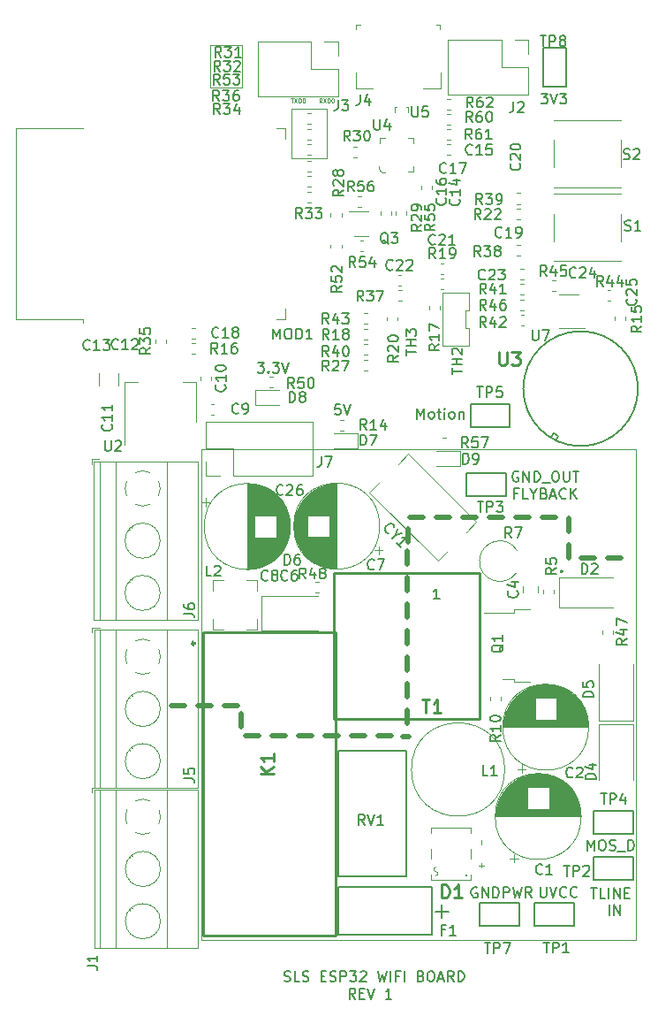
<source format=gbr>
G04 #@! TF.GenerationSoftware,KiCad,Pcbnew,(5.1.0)-1*
G04 #@! TF.CreationDate,2019-11-06T10:51:47-08:00*
G04 #@! TF.ProjectId,SLS_rev1,534c535f-7265-4763-912e-6b696361645f,rev?*
G04 #@! TF.SameCoordinates,Original*
G04 #@! TF.FileFunction,Legend,Top*
G04 #@! TF.FilePolarity,Positive*
%FSLAX46Y46*%
G04 Gerber Fmt 4.6, Leading zero omitted, Abs format (unit mm)*
G04 Created by KiCad (PCBNEW (5.1.0)-1) date 2019-11-06 10:51:47*
%MOMM*%
%LPD*%
G04 APERTURE LIST*
%ADD10C,0.100000*%
%ADD11C,0.150000*%
%ADD12C,0.120000*%
%ADD13C,0.500000*%
%ADD14C,0.152400*%
%ADD15C,0.200000*%
%ADD16C,0.254000*%
G04 APERTURE END LIST*
D10*
X93314285Y-69330952D02*
X93542857Y-69330952D01*
X93428571Y-69730952D02*
X93428571Y-69330952D01*
X93638095Y-69330952D02*
X93904761Y-69730952D01*
X93904761Y-69330952D02*
X93638095Y-69730952D01*
X94057142Y-69730952D02*
X94057142Y-69330952D01*
X94152380Y-69330952D01*
X94209523Y-69350000D01*
X94247619Y-69388095D01*
X94266666Y-69426190D01*
X94285714Y-69502380D01*
X94285714Y-69559523D01*
X94266666Y-69635714D01*
X94247619Y-69673809D01*
X94209523Y-69711904D01*
X94152380Y-69730952D01*
X94057142Y-69730952D01*
X94533333Y-69330952D02*
X94571428Y-69330952D01*
X94609523Y-69350000D01*
X94628571Y-69369047D01*
X94647619Y-69407142D01*
X94666666Y-69483333D01*
X94666666Y-69578571D01*
X94647619Y-69654761D01*
X94628571Y-69692857D01*
X94609523Y-69711904D01*
X94571428Y-69730952D01*
X94533333Y-69730952D01*
X94495238Y-69711904D01*
X94476190Y-69692857D01*
X94457142Y-69654761D01*
X94438095Y-69578571D01*
X94438095Y-69483333D01*
X94457142Y-69407142D01*
X94476190Y-69369047D01*
X94495238Y-69350000D01*
X94533333Y-69330952D01*
X96285714Y-69730952D02*
X96152380Y-69540476D01*
X96057142Y-69730952D02*
X96057142Y-69330952D01*
X96209523Y-69330952D01*
X96247619Y-69350000D01*
X96266666Y-69369047D01*
X96285714Y-69407142D01*
X96285714Y-69464285D01*
X96266666Y-69502380D01*
X96247619Y-69521428D01*
X96209523Y-69540476D01*
X96057142Y-69540476D01*
X96419047Y-69330952D02*
X96685714Y-69730952D01*
X96685714Y-69330952D02*
X96419047Y-69730952D01*
X96838095Y-69730952D02*
X96838095Y-69330952D01*
X96933333Y-69330952D01*
X96990476Y-69350000D01*
X97028571Y-69388095D01*
X97047619Y-69426190D01*
X97066666Y-69502380D01*
X97066666Y-69559523D01*
X97047619Y-69635714D01*
X97028571Y-69673809D01*
X96990476Y-69711904D01*
X96933333Y-69730952D01*
X96838095Y-69730952D01*
X97314285Y-69330952D02*
X97352380Y-69330952D01*
X97390476Y-69350000D01*
X97409523Y-69369047D01*
X97428571Y-69407142D01*
X97447619Y-69483333D01*
X97447619Y-69578571D01*
X97428571Y-69654761D01*
X97409523Y-69692857D01*
X97390476Y-69711904D01*
X97352380Y-69730952D01*
X97314285Y-69730952D01*
X97276190Y-69711904D01*
X97257142Y-69692857D01*
X97238095Y-69654761D01*
X97219047Y-69578571D01*
X97219047Y-69483333D01*
X97238095Y-69407142D01*
X97257142Y-69369047D01*
X97276190Y-69350000D01*
X97314285Y-69330952D01*
D11*
X92690952Y-153859761D02*
X92833809Y-153907380D01*
X93071904Y-153907380D01*
X93167142Y-153859761D01*
X93214761Y-153812142D01*
X93262380Y-153716904D01*
X93262380Y-153621666D01*
X93214761Y-153526428D01*
X93167142Y-153478809D01*
X93071904Y-153431190D01*
X92881428Y-153383571D01*
X92786190Y-153335952D01*
X92738571Y-153288333D01*
X92690952Y-153193095D01*
X92690952Y-153097857D01*
X92738571Y-153002619D01*
X92786190Y-152955000D01*
X92881428Y-152907380D01*
X93119523Y-152907380D01*
X93262380Y-152955000D01*
X94167142Y-153907380D02*
X93690952Y-153907380D01*
X93690952Y-152907380D01*
X94452857Y-153859761D02*
X94595714Y-153907380D01*
X94833809Y-153907380D01*
X94929047Y-153859761D01*
X94976666Y-153812142D01*
X95024285Y-153716904D01*
X95024285Y-153621666D01*
X94976666Y-153526428D01*
X94929047Y-153478809D01*
X94833809Y-153431190D01*
X94643333Y-153383571D01*
X94548095Y-153335952D01*
X94500476Y-153288333D01*
X94452857Y-153193095D01*
X94452857Y-153097857D01*
X94500476Y-153002619D01*
X94548095Y-152955000D01*
X94643333Y-152907380D01*
X94881428Y-152907380D01*
X95024285Y-152955000D01*
X96214761Y-153383571D02*
X96548095Y-153383571D01*
X96690952Y-153907380D02*
X96214761Y-153907380D01*
X96214761Y-152907380D01*
X96690952Y-152907380D01*
X97071904Y-153859761D02*
X97214761Y-153907380D01*
X97452857Y-153907380D01*
X97548095Y-153859761D01*
X97595714Y-153812142D01*
X97643333Y-153716904D01*
X97643333Y-153621666D01*
X97595714Y-153526428D01*
X97548095Y-153478809D01*
X97452857Y-153431190D01*
X97262380Y-153383571D01*
X97167142Y-153335952D01*
X97119523Y-153288333D01*
X97071904Y-153193095D01*
X97071904Y-153097857D01*
X97119523Y-153002619D01*
X97167142Y-152955000D01*
X97262380Y-152907380D01*
X97500476Y-152907380D01*
X97643333Y-152955000D01*
X98071904Y-153907380D02*
X98071904Y-152907380D01*
X98452857Y-152907380D01*
X98548095Y-152955000D01*
X98595714Y-153002619D01*
X98643333Y-153097857D01*
X98643333Y-153240714D01*
X98595714Y-153335952D01*
X98548095Y-153383571D01*
X98452857Y-153431190D01*
X98071904Y-153431190D01*
X98976666Y-152907380D02*
X99595714Y-152907380D01*
X99262380Y-153288333D01*
X99405238Y-153288333D01*
X99500476Y-153335952D01*
X99548095Y-153383571D01*
X99595714Y-153478809D01*
X99595714Y-153716904D01*
X99548095Y-153812142D01*
X99500476Y-153859761D01*
X99405238Y-153907380D01*
X99119523Y-153907380D01*
X99024285Y-153859761D01*
X98976666Y-153812142D01*
X99976666Y-153002619D02*
X100024285Y-152955000D01*
X100119523Y-152907380D01*
X100357619Y-152907380D01*
X100452857Y-152955000D01*
X100500476Y-153002619D01*
X100548095Y-153097857D01*
X100548095Y-153193095D01*
X100500476Y-153335952D01*
X99929047Y-153907380D01*
X100548095Y-153907380D01*
X101643333Y-152907380D02*
X101881428Y-153907380D01*
X102071904Y-153193095D01*
X102262380Y-153907380D01*
X102500476Y-152907380D01*
X102881428Y-153907380D02*
X102881428Y-152907380D01*
X103690952Y-153383571D02*
X103357619Y-153383571D01*
X103357619Y-153907380D02*
X103357619Y-152907380D01*
X103833809Y-152907380D01*
X104214761Y-153907380D02*
X104214761Y-152907380D01*
X105786190Y-153383571D02*
X105929047Y-153431190D01*
X105976666Y-153478809D01*
X106024285Y-153574047D01*
X106024285Y-153716904D01*
X105976666Y-153812142D01*
X105929047Y-153859761D01*
X105833809Y-153907380D01*
X105452857Y-153907380D01*
X105452857Y-152907380D01*
X105786190Y-152907380D01*
X105881428Y-152955000D01*
X105929047Y-153002619D01*
X105976666Y-153097857D01*
X105976666Y-153193095D01*
X105929047Y-153288333D01*
X105881428Y-153335952D01*
X105786190Y-153383571D01*
X105452857Y-153383571D01*
X106643333Y-152907380D02*
X106833809Y-152907380D01*
X106929047Y-152955000D01*
X107024285Y-153050238D01*
X107071904Y-153240714D01*
X107071904Y-153574047D01*
X107024285Y-153764523D01*
X106929047Y-153859761D01*
X106833809Y-153907380D01*
X106643333Y-153907380D01*
X106548095Y-153859761D01*
X106452857Y-153764523D01*
X106405238Y-153574047D01*
X106405238Y-153240714D01*
X106452857Y-153050238D01*
X106548095Y-152955000D01*
X106643333Y-152907380D01*
X107452857Y-153621666D02*
X107929047Y-153621666D01*
X107357619Y-153907380D02*
X107690952Y-152907380D01*
X108024285Y-153907380D01*
X108929047Y-153907380D02*
X108595714Y-153431190D01*
X108357619Y-153907380D02*
X108357619Y-152907380D01*
X108738571Y-152907380D01*
X108833809Y-152955000D01*
X108881428Y-153002619D01*
X108929047Y-153097857D01*
X108929047Y-153240714D01*
X108881428Y-153335952D01*
X108833809Y-153383571D01*
X108738571Y-153431190D01*
X108357619Y-153431190D01*
X109357619Y-153907380D02*
X109357619Y-152907380D01*
X109595714Y-152907380D01*
X109738571Y-152955000D01*
X109833809Y-153050238D01*
X109881428Y-153145476D01*
X109929047Y-153335952D01*
X109929047Y-153478809D01*
X109881428Y-153669285D01*
X109833809Y-153764523D01*
X109738571Y-153859761D01*
X109595714Y-153907380D01*
X109357619Y-153907380D01*
X99500476Y-155557380D02*
X99167142Y-155081190D01*
X98929047Y-155557380D02*
X98929047Y-154557380D01*
X99310000Y-154557380D01*
X99405238Y-154605000D01*
X99452857Y-154652619D01*
X99500476Y-154747857D01*
X99500476Y-154890714D01*
X99452857Y-154985952D01*
X99405238Y-155033571D01*
X99310000Y-155081190D01*
X98929047Y-155081190D01*
X99929047Y-155033571D02*
X100262380Y-155033571D01*
X100405238Y-155557380D02*
X99929047Y-155557380D01*
X99929047Y-154557380D01*
X100405238Y-154557380D01*
X100690952Y-154557380D02*
X101024285Y-155557380D01*
X101357619Y-154557380D01*
X102976666Y-155557380D02*
X102405238Y-155557380D01*
X102690952Y-155557380D02*
X102690952Y-154557380D01*
X102595714Y-154700238D01*
X102500476Y-154795476D01*
X102405238Y-154843095D01*
X107559714Y-117269380D02*
X106988285Y-117269380D01*
X107274000Y-117269380D02*
X107274000Y-116269380D01*
X107178761Y-116412238D01*
X107083523Y-116507476D01*
X106988285Y-116555095D01*
X105439714Y-100019380D02*
X105439714Y-99019380D01*
X105773047Y-99733666D01*
X106106380Y-99019380D01*
X106106380Y-100019380D01*
X106725428Y-100019380D02*
X106630190Y-99971761D01*
X106582571Y-99924142D01*
X106534952Y-99828904D01*
X106534952Y-99543190D01*
X106582571Y-99447952D01*
X106630190Y-99400333D01*
X106725428Y-99352714D01*
X106868285Y-99352714D01*
X106963523Y-99400333D01*
X107011142Y-99447952D01*
X107058761Y-99543190D01*
X107058761Y-99828904D01*
X107011142Y-99924142D01*
X106963523Y-99971761D01*
X106868285Y-100019380D01*
X106725428Y-100019380D01*
X107344476Y-99352714D02*
X107725428Y-99352714D01*
X107487333Y-99019380D02*
X107487333Y-99876523D01*
X107534952Y-99971761D01*
X107630190Y-100019380D01*
X107725428Y-100019380D01*
X108058761Y-100019380D02*
X108058761Y-99352714D01*
X108058761Y-99019380D02*
X108011142Y-99067000D01*
X108058761Y-99114619D01*
X108106380Y-99067000D01*
X108058761Y-99019380D01*
X108058761Y-99114619D01*
X108677809Y-100019380D02*
X108582571Y-99971761D01*
X108534952Y-99924142D01*
X108487333Y-99828904D01*
X108487333Y-99543190D01*
X108534952Y-99447952D01*
X108582571Y-99400333D01*
X108677809Y-99352714D01*
X108820666Y-99352714D01*
X108915904Y-99400333D01*
X108963523Y-99447952D01*
X109011142Y-99543190D01*
X109011142Y-99828904D01*
X108963523Y-99924142D01*
X108915904Y-99971761D01*
X108820666Y-100019380D01*
X108677809Y-100019380D01*
X109439714Y-99352714D02*
X109439714Y-100019380D01*
X109439714Y-99447952D02*
X109487333Y-99400333D01*
X109582571Y-99352714D01*
X109725428Y-99352714D01*
X109820666Y-99400333D01*
X109868285Y-99495571D01*
X109868285Y-100019380D01*
X115118571Y-105085000D02*
X115023333Y-105037380D01*
X114880476Y-105037380D01*
X114737619Y-105085000D01*
X114642380Y-105180238D01*
X114594761Y-105275476D01*
X114547142Y-105465952D01*
X114547142Y-105608809D01*
X114594761Y-105799285D01*
X114642380Y-105894523D01*
X114737619Y-105989761D01*
X114880476Y-106037380D01*
X114975714Y-106037380D01*
X115118571Y-105989761D01*
X115166190Y-105942142D01*
X115166190Y-105608809D01*
X114975714Y-105608809D01*
X115594761Y-106037380D02*
X115594761Y-105037380D01*
X116166190Y-106037380D01*
X116166190Y-105037380D01*
X116642380Y-106037380D02*
X116642380Y-105037380D01*
X116880476Y-105037380D01*
X117023333Y-105085000D01*
X117118571Y-105180238D01*
X117166190Y-105275476D01*
X117213809Y-105465952D01*
X117213809Y-105608809D01*
X117166190Y-105799285D01*
X117118571Y-105894523D01*
X117023333Y-105989761D01*
X116880476Y-106037380D01*
X116642380Y-106037380D01*
X117404285Y-106132619D02*
X118166190Y-106132619D01*
X118594761Y-105037380D02*
X118785238Y-105037380D01*
X118880476Y-105085000D01*
X118975714Y-105180238D01*
X119023333Y-105370714D01*
X119023333Y-105704047D01*
X118975714Y-105894523D01*
X118880476Y-105989761D01*
X118785238Y-106037380D01*
X118594761Y-106037380D01*
X118499523Y-105989761D01*
X118404285Y-105894523D01*
X118356666Y-105704047D01*
X118356666Y-105370714D01*
X118404285Y-105180238D01*
X118499523Y-105085000D01*
X118594761Y-105037380D01*
X119451904Y-105037380D02*
X119451904Y-105846904D01*
X119499523Y-105942142D01*
X119547142Y-105989761D01*
X119642380Y-106037380D01*
X119832857Y-106037380D01*
X119928095Y-105989761D01*
X119975714Y-105942142D01*
X120023333Y-105846904D01*
X120023333Y-105037380D01*
X120356666Y-105037380D02*
X120928095Y-105037380D01*
X120642380Y-106037380D02*
X120642380Y-105037380D01*
X115070952Y-107163571D02*
X114737619Y-107163571D01*
X114737619Y-107687380D02*
X114737619Y-106687380D01*
X115213809Y-106687380D01*
X116070952Y-107687380D02*
X115594761Y-107687380D01*
X115594761Y-106687380D01*
X116594761Y-107211190D02*
X116594761Y-107687380D01*
X116261428Y-106687380D02*
X116594761Y-107211190D01*
X116928095Y-106687380D01*
X117594761Y-107163571D02*
X117737619Y-107211190D01*
X117785238Y-107258809D01*
X117832857Y-107354047D01*
X117832857Y-107496904D01*
X117785238Y-107592142D01*
X117737619Y-107639761D01*
X117642380Y-107687380D01*
X117261428Y-107687380D01*
X117261428Y-106687380D01*
X117594761Y-106687380D01*
X117690000Y-106735000D01*
X117737619Y-106782619D01*
X117785238Y-106877857D01*
X117785238Y-106973095D01*
X117737619Y-107068333D01*
X117690000Y-107115952D01*
X117594761Y-107163571D01*
X117261428Y-107163571D01*
X118213809Y-107401666D02*
X118690000Y-107401666D01*
X118118571Y-107687380D02*
X118451904Y-106687380D01*
X118785238Y-107687380D01*
X119690000Y-107592142D02*
X119642380Y-107639761D01*
X119499523Y-107687380D01*
X119404285Y-107687380D01*
X119261428Y-107639761D01*
X119166190Y-107544523D01*
X119118571Y-107449285D01*
X119070952Y-107258809D01*
X119070952Y-107115952D01*
X119118571Y-106925476D01*
X119166190Y-106830238D01*
X119261428Y-106735000D01*
X119404285Y-106687380D01*
X119499523Y-106687380D01*
X119642380Y-106735000D01*
X119690000Y-106782619D01*
X120118571Y-107687380D02*
X120118571Y-106687380D01*
X120690000Y-107687380D02*
X120261428Y-107115952D01*
X120690000Y-106687380D02*
X120118571Y-107258809D01*
X117315904Y-68869380D02*
X117934952Y-68869380D01*
X117601619Y-69250333D01*
X117744476Y-69250333D01*
X117839714Y-69297952D01*
X117887333Y-69345571D01*
X117934952Y-69440809D01*
X117934952Y-69678904D01*
X117887333Y-69774142D01*
X117839714Y-69821761D01*
X117744476Y-69869380D01*
X117458761Y-69869380D01*
X117363523Y-69821761D01*
X117315904Y-69774142D01*
X118220666Y-68869380D02*
X118554000Y-69869380D01*
X118887333Y-68869380D01*
X119125428Y-68869380D02*
X119744476Y-68869380D01*
X119411142Y-69250333D01*
X119554000Y-69250333D01*
X119649238Y-69297952D01*
X119696857Y-69345571D01*
X119744476Y-69440809D01*
X119744476Y-69678904D01*
X119696857Y-69774142D01*
X119649238Y-69821761D01*
X119554000Y-69869380D01*
X119268285Y-69869380D01*
X119173047Y-69821761D01*
X119125428Y-69774142D01*
D12*
X85604000Y-68277000D02*
X85604000Y-64257000D01*
X88674000Y-68277000D02*
X85604000Y-68277000D01*
X88674000Y-64237000D02*
X88674000Y-68277000D01*
X85604000Y-64237000D02*
X88674000Y-64237000D01*
X93344000Y-75037000D02*
X93344000Y-70387000D01*
X96774000Y-75037000D02*
X93344000Y-75037000D01*
X96774000Y-70367000D02*
X96774000Y-75037000D01*
X93354000Y-70367000D02*
X96774000Y-70367000D01*
D11*
X121739714Y-141349380D02*
X121739714Y-140349380D01*
X122073047Y-141063666D01*
X122406380Y-140349380D01*
X122406380Y-141349380D01*
X123073047Y-140349380D02*
X123263523Y-140349380D01*
X123358761Y-140397000D01*
X123454000Y-140492238D01*
X123501619Y-140682714D01*
X123501619Y-141016047D01*
X123454000Y-141206523D01*
X123358761Y-141301761D01*
X123263523Y-141349380D01*
X123073047Y-141349380D01*
X122977809Y-141301761D01*
X122882571Y-141206523D01*
X122834952Y-141016047D01*
X122834952Y-140682714D01*
X122882571Y-140492238D01*
X122977809Y-140397000D01*
X123073047Y-140349380D01*
X123882571Y-141301761D02*
X124025428Y-141349380D01*
X124263523Y-141349380D01*
X124358761Y-141301761D01*
X124406380Y-141254142D01*
X124454000Y-141158904D01*
X124454000Y-141063666D01*
X124406380Y-140968428D01*
X124358761Y-140920809D01*
X124263523Y-140873190D01*
X124073047Y-140825571D01*
X123977809Y-140777952D01*
X123930190Y-140730333D01*
X123882571Y-140635095D01*
X123882571Y-140539857D01*
X123930190Y-140444619D01*
X123977809Y-140397000D01*
X124073047Y-140349380D01*
X124311142Y-140349380D01*
X124454000Y-140397000D01*
X124644476Y-141444619D02*
X125406380Y-141444619D01*
X125644476Y-141349380D02*
X125644476Y-140349380D01*
X125882571Y-140349380D01*
X126025428Y-140397000D01*
X126120666Y-140492238D01*
X126168285Y-140587476D01*
X126215904Y-140777952D01*
X126215904Y-140920809D01*
X126168285Y-141111285D01*
X126120666Y-141206523D01*
X126025428Y-141301761D01*
X125882571Y-141349380D01*
X125644476Y-141349380D01*
X122078285Y-144924380D02*
X122649714Y-144924380D01*
X122364000Y-145924380D02*
X122364000Y-144924380D01*
X123459238Y-145924380D02*
X122983047Y-145924380D01*
X122983047Y-144924380D01*
X123792571Y-145924380D02*
X123792571Y-144924380D01*
X124268761Y-145924380D02*
X124268761Y-144924380D01*
X124840190Y-145924380D01*
X124840190Y-144924380D01*
X125316380Y-145400571D02*
X125649714Y-145400571D01*
X125792571Y-145924380D02*
X125316380Y-145924380D01*
X125316380Y-144924380D01*
X125792571Y-144924380D01*
X123840190Y-147574380D02*
X123840190Y-146574380D01*
X124316380Y-147574380D02*
X124316380Y-146574380D01*
X124887809Y-147574380D01*
X124887809Y-146574380D01*
X117239714Y-144829380D02*
X117239714Y-145638904D01*
X117287333Y-145734142D01*
X117334952Y-145781761D01*
X117430190Y-145829380D01*
X117620666Y-145829380D01*
X117715904Y-145781761D01*
X117763523Y-145734142D01*
X117811142Y-145638904D01*
X117811142Y-144829380D01*
X118144476Y-144829380D02*
X118477809Y-145829380D01*
X118811142Y-144829380D01*
X119715904Y-145734142D02*
X119668285Y-145781761D01*
X119525428Y-145829380D01*
X119430190Y-145829380D01*
X119287333Y-145781761D01*
X119192095Y-145686523D01*
X119144476Y-145591285D01*
X119096857Y-145400809D01*
X119096857Y-145257952D01*
X119144476Y-145067476D01*
X119192095Y-144972238D01*
X119287333Y-144877000D01*
X119430190Y-144829380D01*
X119525428Y-144829380D01*
X119668285Y-144877000D01*
X119715904Y-144924619D01*
X120715904Y-145734142D02*
X120668285Y-145781761D01*
X120525428Y-145829380D01*
X120430190Y-145829380D01*
X120287333Y-145781761D01*
X120192095Y-145686523D01*
X120144476Y-145591285D01*
X120096857Y-145400809D01*
X120096857Y-145257952D01*
X120144476Y-145067476D01*
X120192095Y-144972238D01*
X120287333Y-144877000D01*
X120430190Y-144829380D01*
X120525428Y-144829380D01*
X120668285Y-144877000D01*
X120715904Y-144924619D01*
X111170666Y-144917000D02*
X111075428Y-144869380D01*
X110932571Y-144869380D01*
X110789714Y-144917000D01*
X110694476Y-145012238D01*
X110646857Y-145107476D01*
X110599238Y-145297952D01*
X110599238Y-145440809D01*
X110646857Y-145631285D01*
X110694476Y-145726523D01*
X110789714Y-145821761D01*
X110932571Y-145869380D01*
X111027809Y-145869380D01*
X111170666Y-145821761D01*
X111218285Y-145774142D01*
X111218285Y-145440809D01*
X111027809Y-145440809D01*
X111646857Y-145869380D02*
X111646857Y-144869380D01*
X112218285Y-145869380D01*
X112218285Y-144869380D01*
X112694476Y-145869380D02*
X112694476Y-144869380D01*
X112932571Y-144869380D01*
X113075428Y-144917000D01*
X113170666Y-145012238D01*
X113218285Y-145107476D01*
X113265904Y-145297952D01*
X113265904Y-145440809D01*
X113218285Y-145631285D01*
X113170666Y-145726523D01*
X113075428Y-145821761D01*
X112932571Y-145869380D01*
X112694476Y-145869380D01*
X113694476Y-145869380D02*
X113694476Y-144869380D01*
X114075428Y-144869380D01*
X114170666Y-144917000D01*
X114218285Y-144964619D01*
X114265904Y-145059857D01*
X114265904Y-145202714D01*
X114218285Y-145297952D01*
X114170666Y-145345571D01*
X114075428Y-145393190D01*
X113694476Y-145393190D01*
X114599238Y-144869380D02*
X114837333Y-145869380D01*
X115027809Y-145155095D01*
X115218285Y-145869380D01*
X115456380Y-144869380D01*
X116408761Y-145869380D02*
X116075428Y-145393190D01*
X115837333Y-145869380D02*
X115837333Y-144869380D01*
X116218285Y-144869380D01*
X116313523Y-144917000D01*
X116361142Y-144964619D01*
X116408761Y-145059857D01*
X116408761Y-145202714D01*
X116361142Y-145297952D01*
X116313523Y-145345571D01*
X116218285Y-145393190D01*
X115837333Y-145393190D01*
X90127809Y-94619380D02*
X90746857Y-94619380D01*
X90413523Y-95000333D01*
X90556380Y-95000333D01*
X90651619Y-95047952D01*
X90699238Y-95095571D01*
X90746857Y-95190809D01*
X90746857Y-95428904D01*
X90699238Y-95524142D01*
X90651619Y-95571761D01*
X90556380Y-95619380D01*
X90270666Y-95619380D01*
X90175428Y-95571761D01*
X90127809Y-95524142D01*
X91175428Y-95524142D02*
X91223047Y-95571761D01*
X91175428Y-95619380D01*
X91127809Y-95571761D01*
X91175428Y-95524142D01*
X91175428Y-95619380D01*
X91556380Y-94619380D02*
X92175428Y-94619380D01*
X91842095Y-95000333D01*
X91984952Y-95000333D01*
X92080190Y-95047952D01*
X92127809Y-95095571D01*
X92175428Y-95190809D01*
X92175428Y-95428904D01*
X92127809Y-95524142D01*
X92080190Y-95571761D01*
X91984952Y-95619380D01*
X91699238Y-95619380D01*
X91604000Y-95571761D01*
X91556380Y-95524142D01*
X92461142Y-94619380D02*
X92794476Y-95619380D01*
X93127809Y-94619380D01*
X98073523Y-98634380D02*
X97597333Y-98634380D01*
X97549714Y-99110571D01*
X97597333Y-99062952D01*
X97692571Y-99015333D01*
X97930666Y-99015333D01*
X98025904Y-99062952D01*
X98073523Y-99110571D01*
X98121142Y-99205809D01*
X98121142Y-99443904D01*
X98073523Y-99539142D01*
X98025904Y-99586761D01*
X97930666Y-99634380D01*
X97692571Y-99634380D01*
X97597333Y-99586761D01*
X97549714Y-99539142D01*
X98406857Y-98634380D02*
X98740190Y-99634380D01*
X99073523Y-98634380D01*
D13*
X123690000Y-113385000D02*
X124965000Y-113385000D01*
X121150000Y-113385000D02*
X122425000Y-113385000D01*
X119945000Y-113357500D02*
X119945000Y-112082500D01*
X119945000Y-110817500D02*
X119945000Y-109542500D01*
D12*
X84714000Y-102932000D02*
X84714000Y-149942000D01*
X126384000Y-102932000D02*
X84714000Y-102932000D01*
X126384000Y-149942000D02*
X126384000Y-102932000D01*
X84714000Y-149942000D02*
X126384000Y-149942000D01*
D13*
X104520000Y-111795000D02*
X104520000Y-110520000D01*
X117450000Y-109415000D02*
X118725000Y-109415000D01*
X114910000Y-109415000D02*
X116185000Y-109415000D01*
X112370000Y-109415000D02*
X113645000Y-109415000D01*
X109830000Y-109415000D02*
X111105000Y-109415000D01*
X107290000Y-109415000D02*
X108565000Y-109415000D01*
X104750000Y-109415000D02*
X106025000Y-109415000D01*
X104060000Y-130425000D02*
X104600000Y-130425000D01*
X101650000Y-130400000D02*
X102925000Y-130400000D01*
X104495000Y-129157500D02*
X104495000Y-127882500D01*
X104495000Y-126617500D02*
X104495000Y-125342500D01*
X104495000Y-124077500D02*
X104495000Y-122802500D01*
X104495000Y-121537500D02*
X104495000Y-120262500D01*
X104495000Y-118997500D02*
X104495000Y-117722500D01*
X104495000Y-116457500D02*
X104495000Y-115182500D01*
X104495000Y-113917500D02*
X104495000Y-112642500D01*
X84365000Y-127475000D02*
X85640000Y-127475000D01*
X86905000Y-127475000D02*
X88180000Y-127475000D01*
X81825000Y-127475000D02*
X83100000Y-127475000D01*
X88525000Y-129525000D02*
X88525000Y-128250000D01*
X99110000Y-130400000D02*
X100385000Y-130400000D01*
X96570000Y-130400000D02*
X97845000Y-130400000D01*
X94030000Y-130400000D02*
X95305000Y-130400000D01*
X91490000Y-130400000D02*
X92765000Y-130400000D01*
X88950000Y-130400000D02*
X90225000Y-130400000D01*
D11*
X97854000Y-143787000D02*
X104394000Y-143787000D01*
X97854000Y-131787000D02*
X104394000Y-131787000D01*
X97854000Y-143787000D02*
X97854000Y-131787000D01*
X104394000Y-143787000D02*
X104394000Y-131787000D01*
D12*
X113820000Y-133600000D02*
G75*
G03X113820000Y-133600000I-4470000J0D01*
G01*
X90524000Y-116962000D02*
X95924000Y-116962000D01*
X90524000Y-120262000D02*
X95924000Y-120262000D01*
X90524000Y-116962000D02*
X90524000Y-120262000D01*
D14*
X106797700Y-149398300D02*
X106797700Y-144851700D01*
X97882300Y-149398300D02*
X97882300Y-144851700D01*
X97882300Y-144851700D02*
X106797700Y-144851700D01*
X97882300Y-149398300D02*
X106797700Y-149398300D01*
X107784700Y-147810000D02*
X107784700Y-146540000D01*
X108419700Y-147175000D02*
X107149700Y-147175000D01*
D12*
X97144000Y-83334221D02*
X97144000Y-83659779D01*
X98164000Y-83334221D02*
X98164000Y-83659779D01*
X118489000Y-84937000D02*
X124949000Y-84937000D01*
X118489000Y-80407000D02*
X118489000Y-83007000D01*
X118489000Y-78477000D02*
X124949000Y-78477000D01*
X124949000Y-80407000D02*
X124949000Y-83007000D01*
X118489000Y-78507000D02*
X118489000Y-78477000D01*
X118489000Y-84937000D02*
X118489000Y-84907000D01*
X124949000Y-84937000D02*
X124949000Y-84907000D01*
X124949000Y-78477000D02*
X124949000Y-78507000D01*
D15*
X126594000Y-97132000D02*
G75*
G03X126594000Y-97132000I-5500000J0D01*
G01*
X118545000Y-101391000D02*
X118269000Y-101739000D01*
X118922000Y-101623000D02*
X118545000Y-101391000D01*
X118762000Y-101985000D02*
X118922000Y-101623000D01*
D11*
X110524000Y-100857000D02*
X110524000Y-98657000D01*
X114324000Y-100857000D02*
X110524000Y-100857000D01*
X114324000Y-98657000D02*
X114324000Y-100857000D01*
X110524000Y-98657000D02*
X114324000Y-98657000D01*
D12*
X73419000Y-90452000D02*
X73419000Y-90832000D01*
X66999000Y-90452000D02*
X73419000Y-90452000D01*
X66999000Y-72212000D02*
X73419000Y-72212000D01*
X66999000Y-90452000D02*
X66999000Y-72212000D01*
X92744000Y-72212000D02*
X92744000Y-73212000D01*
X91964000Y-72212000D02*
X92744000Y-72212000D01*
X92744000Y-90452000D02*
X92744000Y-89452000D01*
X91964000Y-90452000D02*
X92744000Y-90452000D01*
X109529000Y-103097000D02*
X107244000Y-103097000D01*
X109529000Y-104567000D02*
X109529000Y-103097000D01*
X107244000Y-104567000D02*
X109529000Y-104567000D01*
X108206779Y-101872000D02*
X107881221Y-101872000D01*
X108206779Y-102892000D02*
X107881221Y-102892000D01*
X85154000Y-105472000D02*
X85154000Y-104142000D01*
X86484000Y-105472000D02*
X85154000Y-105472000D01*
X85154000Y-102872000D02*
X85154000Y-100272000D01*
X87754000Y-102872000D02*
X85154000Y-102872000D01*
X87754000Y-105472000D02*
X87754000Y-102872000D01*
X85154000Y-100272000D02*
X95434000Y-100272000D01*
X87754000Y-105472000D02*
X95434000Y-105472000D01*
X95434000Y-105472000D02*
X95434000Y-100272000D01*
X101723698Y-113017000D02*
X101723698Y-112217000D01*
X102123698Y-112617000D02*
X101323698Y-112617000D01*
X93633000Y-110835000D02*
X93633000Y-109769000D01*
X93673000Y-111070000D02*
X93673000Y-109534000D01*
X93713000Y-111250000D02*
X93713000Y-109354000D01*
X93753000Y-111400000D02*
X93753000Y-109204000D01*
X93793000Y-111531000D02*
X93793000Y-109073000D01*
X93833000Y-111648000D02*
X93833000Y-108956000D01*
X93873000Y-111755000D02*
X93873000Y-108849000D01*
X93913000Y-111854000D02*
X93913000Y-108750000D01*
X93953000Y-111947000D02*
X93953000Y-108657000D01*
X93993000Y-112033000D02*
X93993000Y-108571000D01*
X94033000Y-112115000D02*
X94033000Y-108489000D01*
X94073000Y-112192000D02*
X94073000Y-108412000D01*
X94113000Y-112266000D02*
X94113000Y-108338000D01*
X94153000Y-112336000D02*
X94153000Y-108268000D01*
X94193000Y-112404000D02*
X94193000Y-108200000D01*
X94233000Y-112468000D02*
X94233000Y-108136000D01*
X94273000Y-112530000D02*
X94273000Y-108074000D01*
X94313000Y-112589000D02*
X94313000Y-108015000D01*
X94353000Y-112647000D02*
X94353000Y-107957000D01*
X94393000Y-112702000D02*
X94393000Y-107902000D01*
X94433000Y-112756000D02*
X94433000Y-107848000D01*
X94473000Y-112807000D02*
X94473000Y-107797000D01*
X94513000Y-112858000D02*
X94513000Y-107746000D01*
X94553000Y-112906000D02*
X94553000Y-107698000D01*
X94593000Y-112953000D02*
X94593000Y-107651000D01*
X94633000Y-112999000D02*
X94633000Y-107605000D01*
X94673000Y-113043000D02*
X94673000Y-107561000D01*
X94713000Y-113086000D02*
X94713000Y-107518000D01*
X94753000Y-113128000D02*
X94753000Y-107476000D01*
X94793000Y-113169000D02*
X94793000Y-107435000D01*
X94833000Y-113209000D02*
X94833000Y-107395000D01*
X94873000Y-113247000D02*
X94873000Y-107357000D01*
X94913000Y-113285000D02*
X94913000Y-107319000D01*
X94953000Y-109262000D02*
X94953000Y-107283000D01*
X94953000Y-113321000D02*
X94953000Y-111342000D01*
X94993000Y-109262000D02*
X94993000Y-107247000D01*
X94993000Y-113357000D02*
X94993000Y-111342000D01*
X95033000Y-109262000D02*
X95033000Y-107212000D01*
X95033000Y-113392000D02*
X95033000Y-111342000D01*
X95073000Y-109262000D02*
X95073000Y-107178000D01*
X95073000Y-113426000D02*
X95073000Y-111342000D01*
X95113000Y-109262000D02*
X95113000Y-107146000D01*
X95113000Y-113458000D02*
X95113000Y-111342000D01*
X95153000Y-109262000D02*
X95153000Y-107113000D01*
X95153000Y-113491000D02*
X95153000Y-111342000D01*
X95193000Y-109262000D02*
X95193000Y-107082000D01*
X95193000Y-113522000D02*
X95193000Y-111342000D01*
X95233000Y-109262000D02*
X95233000Y-107052000D01*
X95233000Y-113552000D02*
X95233000Y-111342000D01*
X95273000Y-109262000D02*
X95273000Y-107022000D01*
X95273000Y-113582000D02*
X95273000Y-111342000D01*
X95313000Y-109262000D02*
X95313000Y-106993000D01*
X95313000Y-113611000D02*
X95313000Y-111342000D01*
X95353000Y-109262000D02*
X95353000Y-106964000D01*
X95353000Y-113640000D02*
X95353000Y-111342000D01*
X95393000Y-109262000D02*
X95393000Y-106937000D01*
X95393000Y-113667000D02*
X95393000Y-111342000D01*
X95433000Y-109262000D02*
X95433000Y-106910000D01*
X95433000Y-113694000D02*
X95433000Y-111342000D01*
X95473000Y-109262000D02*
X95473000Y-106884000D01*
X95473000Y-113720000D02*
X95473000Y-111342000D01*
X95513000Y-109262000D02*
X95513000Y-106858000D01*
X95513000Y-113746000D02*
X95513000Y-111342000D01*
X95553000Y-109262000D02*
X95553000Y-106833000D01*
X95553000Y-113771000D02*
X95553000Y-111342000D01*
X95593000Y-109262000D02*
X95593000Y-106809000D01*
X95593000Y-113795000D02*
X95593000Y-111342000D01*
X95633000Y-109262000D02*
X95633000Y-106785000D01*
X95633000Y-113819000D02*
X95633000Y-111342000D01*
X95673000Y-109262000D02*
X95673000Y-106762000D01*
X95673000Y-113842000D02*
X95673000Y-111342000D01*
X95713000Y-109262000D02*
X95713000Y-106740000D01*
X95713000Y-113864000D02*
X95713000Y-111342000D01*
X95753000Y-109262000D02*
X95753000Y-106718000D01*
X95753000Y-113886000D02*
X95753000Y-111342000D01*
X95793000Y-109262000D02*
X95793000Y-106696000D01*
X95793000Y-113908000D02*
X95793000Y-111342000D01*
X95833000Y-109262000D02*
X95833000Y-106675000D01*
X95833000Y-113929000D02*
X95833000Y-111342000D01*
X95873000Y-109262000D02*
X95873000Y-106655000D01*
X95873000Y-113949000D02*
X95873000Y-111342000D01*
X95913000Y-109262000D02*
X95913000Y-106636000D01*
X95913000Y-113968000D02*
X95913000Y-111342000D01*
X95953000Y-109262000D02*
X95953000Y-106616000D01*
X95953000Y-113988000D02*
X95953000Y-111342000D01*
X95993000Y-109262000D02*
X95993000Y-106598000D01*
X95993000Y-114006000D02*
X95993000Y-111342000D01*
X96033000Y-109262000D02*
X96033000Y-106580000D01*
X96033000Y-114024000D02*
X96033000Y-111342000D01*
X96073000Y-109262000D02*
X96073000Y-106562000D01*
X96073000Y-114042000D02*
X96073000Y-111342000D01*
X96113000Y-109262000D02*
X96113000Y-106545000D01*
X96113000Y-114059000D02*
X96113000Y-111342000D01*
X96153000Y-109262000D02*
X96153000Y-106528000D01*
X96153000Y-114076000D02*
X96153000Y-111342000D01*
X96193000Y-109262000D02*
X96193000Y-106512000D01*
X96193000Y-114092000D02*
X96193000Y-111342000D01*
X96233000Y-109262000D02*
X96233000Y-106497000D01*
X96233000Y-114107000D02*
X96233000Y-111342000D01*
X96273000Y-109262000D02*
X96273000Y-106481000D01*
X96273000Y-114123000D02*
X96273000Y-111342000D01*
X96313000Y-109262000D02*
X96313000Y-106467000D01*
X96313000Y-114137000D02*
X96313000Y-111342000D01*
X96353000Y-109262000D02*
X96353000Y-106452000D01*
X96353000Y-114152000D02*
X96353000Y-111342000D01*
X96393000Y-109262000D02*
X96393000Y-106439000D01*
X96393000Y-114165000D02*
X96393000Y-111342000D01*
X96433000Y-109262000D02*
X96433000Y-106425000D01*
X96433000Y-114179000D02*
X96433000Y-111342000D01*
X96473000Y-109262000D02*
X96473000Y-106413000D01*
X96473000Y-114191000D02*
X96473000Y-111342000D01*
X96513000Y-109262000D02*
X96513000Y-106400000D01*
X96513000Y-114204000D02*
X96513000Y-111342000D01*
X96553000Y-109262000D02*
X96553000Y-106388000D01*
X96553000Y-114216000D02*
X96553000Y-111342000D01*
X96593000Y-109262000D02*
X96593000Y-106377000D01*
X96593000Y-114227000D02*
X96593000Y-111342000D01*
X96633000Y-109262000D02*
X96633000Y-106366000D01*
X96633000Y-114238000D02*
X96633000Y-111342000D01*
X96673000Y-109262000D02*
X96673000Y-106355000D01*
X96673000Y-114249000D02*
X96673000Y-111342000D01*
X96713000Y-109262000D02*
X96713000Y-106345000D01*
X96713000Y-114259000D02*
X96713000Y-111342000D01*
X96753000Y-109262000D02*
X96753000Y-106335000D01*
X96753000Y-114269000D02*
X96753000Y-111342000D01*
X96793000Y-109262000D02*
X96793000Y-106326000D01*
X96793000Y-114278000D02*
X96793000Y-111342000D01*
X96833000Y-109262000D02*
X96833000Y-106317000D01*
X96833000Y-114287000D02*
X96833000Y-111342000D01*
X96873000Y-109262000D02*
X96873000Y-106308000D01*
X96873000Y-114296000D02*
X96873000Y-111342000D01*
X96913000Y-109262000D02*
X96913000Y-106300000D01*
X96913000Y-114304000D02*
X96913000Y-111342000D01*
X96953000Y-109262000D02*
X96953000Y-106292000D01*
X96953000Y-114312000D02*
X96953000Y-111342000D01*
X96993000Y-109262000D02*
X96993000Y-106285000D01*
X96993000Y-114319000D02*
X96993000Y-111342000D01*
X97034000Y-114326000D02*
X97034000Y-106278000D01*
X97074000Y-114332000D02*
X97074000Y-106272000D01*
X97114000Y-114339000D02*
X97114000Y-106265000D01*
X97154000Y-114344000D02*
X97154000Y-106260000D01*
X97194000Y-114350000D02*
X97194000Y-106254000D01*
X97234000Y-114354000D02*
X97234000Y-106250000D01*
X97274000Y-114359000D02*
X97274000Y-106245000D01*
X97314000Y-114363000D02*
X97314000Y-106241000D01*
X97354000Y-114367000D02*
X97354000Y-106237000D01*
X97394000Y-114370000D02*
X97394000Y-106234000D01*
X97434000Y-114373000D02*
X97434000Y-106231000D01*
X97474000Y-114376000D02*
X97474000Y-106228000D01*
X97514000Y-114378000D02*
X97514000Y-106226000D01*
X97554000Y-114379000D02*
X97554000Y-106225000D01*
X97594000Y-114381000D02*
X97594000Y-106223000D01*
X97634000Y-114382000D02*
X97634000Y-106222000D01*
X97674000Y-114382000D02*
X97674000Y-106222000D01*
X97714000Y-114382000D02*
X97714000Y-106222000D01*
X101834000Y-110302000D02*
G75*
G03X101834000Y-110302000I-4120000J0D01*
G01*
X97874000Y-63927000D02*
X97874000Y-65257000D01*
X96544000Y-63927000D02*
X97874000Y-63927000D01*
X97874000Y-66527000D02*
X97874000Y-69127000D01*
X95274000Y-66527000D02*
X97874000Y-66527000D01*
X95274000Y-63927000D02*
X95274000Y-66527000D01*
X97874000Y-69127000D02*
X90134000Y-69127000D01*
X95274000Y-63927000D02*
X90134000Y-63927000D01*
X90134000Y-63927000D02*
X90134000Y-69127000D01*
X116094000Y-63767000D02*
X116094000Y-65097000D01*
X114764000Y-63767000D02*
X116094000Y-63767000D01*
X116094000Y-66367000D02*
X116094000Y-68967000D01*
X113494000Y-66367000D02*
X116094000Y-66367000D01*
X113494000Y-63767000D02*
X113494000Y-66367000D01*
X116094000Y-68967000D02*
X108354000Y-68967000D01*
X113494000Y-63767000D02*
X108354000Y-63767000D01*
X108354000Y-63767000D02*
X108354000Y-68967000D01*
X126160000Y-129225000D02*
X126160000Y-134625000D01*
X122860000Y-129225000D02*
X122860000Y-134625000D01*
X126160000Y-129225000D02*
X122860000Y-129225000D01*
X74204000Y-103892000D02*
X74204000Y-104392000D01*
X74944000Y-103892000D02*
X74204000Y-103892000D01*
X78081000Y-115465000D02*
X78035000Y-115418000D01*
X80379000Y-117762000D02*
X80343000Y-117727000D01*
X77865000Y-115658000D02*
X77830000Y-115623000D01*
X80173000Y-117967000D02*
X80127000Y-117920000D01*
X78081000Y-110465000D02*
X78035000Y-110418000D01*
X80379000Y-112762000D02*
X80343000Y-112727000D01*
X77865000Y-110658000D02*
X77830000Y-110623000D01*
X80173000Y-112967000D02*
X80127000Y-112920000D01*
X84365000Y-119252000D02*
X74444000Y-119252000D01*
X84365000Y-104132000D02*
X74444000Y-104132000D01*
X74444000Y-104132000D02*
X74444000Y-119252000D01*
X84365000Y-104132000D02*
X84365000Y-119252000D01*
X81405000Y-104132000D02*
X81405000Y-119252000D01*
X76504000Y-104132000D02*
X76504000Y-119252000D01*
X75004000Y-104132000D02*
X75004000Y-119252000D01*
X80784000Y-116692000D02*
G75*
G03X80784000Y-116692000I-1680000J0D01*
G01*
X80784000Y-111692000D02*
G75*
G03X80784000Y-111692000I-1680000J0D01*
G01*
X77423747Y-106720805D02*
G75*
G02X77569000Y-106008000I1680253J28805D01*
G01*
X78420958Y-105156574D02*
G75*
G02X79788000Y-105157000I683042J-1535426D01*
G01*
X80639426Y-106008958D02*
G75*
G02X80639000Y-107376000I-1535426J-683042D01*
G01*
X79787042Y-108227426D02*
G75*
G02X78420000Y-108227000I-683042J1535426D01*
G01*
X77569244Y-107375318D02*
G75*
G02X77424000Y-106692000I1534756J683318D01*
G01*
X74225000Y-120000000D02*
X74225000Y-120500000D01*
X74965000Y-120000000D02*
X74225000Y-120000000D01*
X78102000Y-131573000D02*
X78056000Y-131526000D01*
X80400000Y-133870000D02*
X80364000Y-133835000D01*
X77886000Y-131766000D02*
X77851000Y-131731000D01*
X80194000Y-134075000D02*
X80148000Y-134028000D01*
X78102000Y-126573000D02*
X78056000Y-126526000D01*
X80400000Y-128870000D02*
X80364000Y-128835000D01*
X77886000Y-126766000D02*
X77851000Y-126731000D01*
X80194000Y-129075000D02*
X80148000Y-129028000D01*
X84386000Y-135360000D02*
X74465000Y-135360000D01*
X84386000Y-120240000D02*
X74465000Y-120240000D01*
X74465000Y-120240000D02*
X74465000Y-135360000D01*
X84386000Y-120240000D02*
X84386000Y-135360000D01*
X81426000Y-120240000D02*
X81426000Y-135360000D01*
X76525000Y-120240000D02*
X76525000Y-135360000D01*
X75025000Y-120240000D02*
X75025000Y-135360000D01*
X80805000Y-132800000D02*
G75*
G03X80805000Y-132800000I-1680000J0D01*
G01*
X80805000Y-127800000D02*
G75*
G03X80805000Y-127800000I-1680000J0D01*
G01*
X77444747Y-122828805D02*
G75*
G02X77590000Y-122116000I1680253J28805D01*
G01*
X78441958Y-121264574D02*
G75*
G02X79809000Y-121265000I683042J-1535426D01*
G01*
X80660426Y-122116958D02*
G75*
G02X80660000Y-123484000I-1535426J-683042D01*
G01*
X79808042Y-124335426D02*
G75*
G02X78441000Y-124335000I-683042J1535426D01*
G01*
X77590244Y-123483318D02*
G75*
G02X77445000Y-122800000I1534756J683318D01*
G01*
X74235000Y-135325000D02*
X74235000Y-135825000D01*
X74975000Y-135325000D02*
X74235000Y-135325000D01*
X78112000Y-146898000D02*
X78066000Y-146851000D01*
X80410000Y-149195000D02*
X80374000Y-149160000D01*
X77896000Y-147091000D02*
X77861000Y-147056000D01*
X80204000Y-149400000D02*
X80158000Y-149353000D01*
X78112000Y-141898000D02*
X78066000Y-141851000D01*
X80410000Y-144195000D02*
X80374000Y-144160000D01*
X77896000Y-142091000D02*
X77861000Y-142056000D01*
X80204000Y-144400000D02*
X80158000Y-144353000D01*
X84396000Y-150685000D02*
X74475000Y-150685000D01*
X84396000Y-135565000D02*
X74475000Y-135565000D01*
X74475000Y-135565000D02*
X74475000Y-150685000D01*
X84396000Y-135565000D02*
X84396000Y-150685000D01*
X81436000Y-135565000D02*
X81436000Y-150685000D01*
X76535000Y-135565000D02*
X76535000Y-150685000D01*
X75035000Y-135565000D02*
X75035000Y-150685000D01*
X80815000Y-148125000D02*
G75*
G03X80815000Y-148125000I-1680000J0D01*
G01*
X80815000Y-143125000D02*
G75*
G03X80815000Y-143125000I-1680000J0D01*
G01*
X77454747Y-138153805D02*
G75*
G02X77600000Y-137441000I1680253J28805D01*
G01*
X78451958Y-136589574D02*
G75*
G02X79819000Y-136590000I683042J-1535426D01*
G01*
X80670426Y-137441958D02*
G75*
G02X80670000Y-138809000I-1535426J-683042D01*
G01*
X79818042Y-139660426D02*
G75*
G02X78451000Y-139660000I-683042J1535426D01*
G01*
X77600244Y-138808318D02*
G75*
G02X77455000Y-138125000I1534756J683318D01*
G01*
X119069000Y-91342000D02*
X121519000Y-91342000D01*
X120869000Y-88122000D02*
X119069000Y-88122000D01*
X103294000Y-70707000D02*
X103294000Y-70157000D01*
X103294000Y-70157000D02*
X103494000Y-70157000D01*
X104594000Y-70707000D02*
X104594000Y-70157000D01*
X104594000Y-70157000D02*
X104394000Y-70157000D01*
D10*
X101844000Y-73107000D02*
X102344000Y-73107000D01*
X101844000Y-73607000D02*
X101844000Y-73107000D01*
X105044000Y-73107000D02*
X105044000Y-73607000D01*
X104544000Y-73107000D02*
X105044000Y-73107000D01*
X105044000Y-76307000D02*
X105044000Y-75807000D01*
X104544000Y-76307000D02*
X105044000Y-76307000D01*
X101744000Y-76107000D02*
X101744000Y-75807000D01*
X102044000Y-76407000D02*
X101744000Y-76107000D01*
X102344000Y-76407000D02*
X102044000Y-76407000D01*
D12*
X77384000Y-102532000D02*
X77384000Y-96522000D01*
X84204000Y-100282000D02*
X84204000Y-96522000D01*
X77384000Y-96522000D02*
X78644000Y-96522000D01*
X84204000Y-96522000D02*
X82944000Y-96522000D01*
D11*
X119694000Y-68257000D02*
X117494000Y-68257000D01*
X119694000Y-64457000D02*
X119694000Y-68257000D01*
X117494000Y-64457000D02*
X119694000Y-64457000D01*
X117494000Y-68257000D02*
X117494000Y-64457000D01*
X111400000Y-148550000D02*
X111400000Y-146350000D01*
X115200000Y-148550000D02*
X111400000Y-148550000D01*
X115200000Y-146350000D02*
X115200000Y-148550000D01*
X111400000Y-146350000D02*
X115200000Y-146350000D01*
X122325000Y-139800000D02*
X122325000Y-137600000D01*
X126125000Y-139800000D02*
X122325000Y-139800000D01*
X126125000Y-137600000D02*
X126125000Y-139800000D01*
X122325000Y-137600000D02*
X126125000Y-137600000D01*
X110119000Y-107432000D02*
X110119000Y-105232000D01*
X113919000Y-107432000D02*
X110119000Y-107432000D01*
X113919000Y-105232000D02*
X113919000Y-107432000D01*
X110119000Y-105232000D02*
X113919000Y-105232000D01*
X122325000Y-144200000D02*
X122325000Y-142000000D01*
X126125000Y-144200000D02*
X122325000Y-144200000D01*
X126125000Y-142000000D02*
X126125000Y-144200000D01*
X122325000Y-142000000D02*
X126125000Y-142000000D01*
X116700000Y-148575000D02*
X116700000Y-146375000D01*
X120500000Y-148575000D02*
X116700000Y-148575000D01*
X120500000Y-146375000D02*
X120500000Y-148575000D01*
X116700000Y-146375000D02*
X120500000Y-146375000D01*
D12*
X110374000Y-89632001D02*
X110374000Y-87952000D01*
X110014000Y-89632000D02*
X110374000Y-89632001D01*
X110014000Y-91312000D02*
X110014000Y-89632000D01*
X110374000Y-91312000D02*
X110014000Y-91312000D01*
X110373999Y-92992000D02*
X110374000Y-91312000D01*
X107874000Y-92992000D02*
X110373999Y-92992000D01*
X107874001Y-87952000D02*
X107874000Y-92992000D01*
X110374000Y-87952000D02*
X107874001Y-87952000D01*
D16*
X97465000Y-114790000D02*
X111435000Y-114790000D01*
X97465000Y-128760000D02*
X97465000Y-114790000D01*
X111435000Y-128760000D02*
X97465000Y-128760000D01*
X111435000Y-114790000D02*
X111435000Y-128760000D01*
D12*
X118489000Y-77862000D02*
X124949000Y-77862000D01*
X118489000Y-73332000D02*
X118489000Y-75932000D01*
X118489000Y-71402000D02*
X124949000Y-71402000D01*
X124949000Y-73332000D02*
X124949000Y-75932000D01*
X118489000Y-71432000D02*
X118489000Y-71402000D01*
X118489000Y-77862000D02*
X118489000Y-77832000D01*
X124949000Y-77862000D02*
X124949000Y-77832000D01*
X124949000Y-71402000D02*
X124949000Y-71432000D01*
X108616779Y-69387000D02*
X108291221Y-69387000D01*
X108616779Y-70407000D02*
X108291221Y-70407000D01*
X108291221Y-73307000D02*
X108616779Y-73307000D01*
X108291221Y-72287000D02*
X108616779Y-72287000D01*
X108291221Y-71857000D02*
X108616779Y-71857000D01*
X108291221Y-70837000D02*
X108616779Y-70837000D01*
X99741221Y-79757000D02*
X100066779Y-79757000D01*
X99741221Y-78737000D02*
X100066779Y-78737000D01*
X104414000Y-80509779D02*
X104414000Y-80184221D01*
X103394000Y-80509779D02*
X103394000Y-80184221D01*
X99941221Y-84007000D02*
X100266779Y-84007000D01*
X99941221Y-82987000D02*
X100266779Y-82987000D01*
X94931221Y-74767000D02*
X95256779Y-74767000D01*
X94931221Y-73747000D02*
X95256779Y-73747000D01*
X91576779Y-96027000D02*
X91251221Y-96027000D01*
X91576779Y-97047000D02*
X91251221Y-97047000D01*
X95671221Y-116642000D02*
X95996779Y-116642000D01*
X95671221Y-115622000D02*
X95996779Y-115622000D01*
X123140000Y-120274721D02*
X123140000Y-120600279D01*
X124160000Y-120274721D02*
X124160000Y-120600279D01*
X115331221Y-89642000D02*
X115656779Y-89642000D01*
X115331221Y-88622000D02*
X115656779Y-88622000D01*
X118393721Y-87742000D02*
X118719279Y-87742000D01*
X118393721Y-86722000D02*
X118719279Y-86722000D01*
X123656221Y-88742000D02*
X123981779Y-88742000D01*
X123656221Y-87722000D02*
X123981779Y-87722000D01*
X100351221Y-90892000D02*
X100676779Y-90892000D01*
X100351221Y-89872000D02*
X100676779Y-89872000D01*
X115681779Y-90097000D02*
X115356221Y-90097000D01*
X115681779Y-91117000D02*
X115356221Y-91117000D01*
X115306221Y-88117000D02*
X115631779Y-88117000D01*
X115306221Y-87097000D02*
X115631779Y-87097000D01*
X100351221Y-93912000D02*
X100676779Y-93912000D01*
X100351221Y-92892000D02*
X100676779Y-92892000D01*
X114986221Y-79442000D02*
X115311779Y-79442000D01*
X114986221Y-78422000D02*
X115311779Y-78422000D01*
X115006221Y-84417000D02*
X115331779Y-84417000D01*
X115006221Y-83397000D02*
X115331779Y-83397000D01*
X103601221Y-88742000D02*
X103926779Y-88742000D01*
X103601221Y-87722000D02*
X103926779Y-87722000D01*
X94881221Y-76317000D02*
X95206779Y-76317000D01*
X94881221Y-75297000D02*
X95206779Y-75297000D01*
X81334000Y-92739779D02*
X81334000Y-92414221D01*
X80314000Y-92739779D02*
X80314000Y-92414221D01*
X94881221Y-77817000D02*
X95206779Y-77817000D01*
X94881221Y-76797000D02*
X95206779Y-76797000D01*
X94881221Y-79317000D02*
X95206779Y-79317000D01*
X94881221Y-78297000D02*
X95206779Y-78297000D01*
X94931221Y-73317000D02*
X95256779Y-73317000D01*
X94931221Y-72297000D02*
X95256779Y-72297000D01*
X94931221Y-71817000D02*
X95256779Y-71817000D01*
X94931221Y-70797000D02*
X95256779Y-70797000D01*
X99331221Y-74967000D02*
X99656779Y-74967000D01*
X99331221Y-73947000D02*
X99656779Y-73947000D01*
X102964000Y-80509779D02*
X102964000Y-80184221D01*
X101944000Y-80509779D02*
X101944000Y-80184221D01*
X97144000Y-80334221D02*
X97144000Y-80659779D01*
X98164000Y-80334221D02*
X98164000Y-80659779D01*
X100351221Y-95392000D02*
X100676779Y-95392000D01*
X100351221Y-94372000D02*
X100676779Y-94372000D01*
X115311779Y-79897000D02*
X114986221Y-79897000D01*
X115311779Y-80917000D02*
X114986221Y-80917000D01*
X103544000Y-90604779D02*
X103544000Y-90279221D01*
X102524000Y-90604779D02*
X102524000Y-90279221D01*
X107651221Y-87632000D02*
X107976779Y-87632000D01*
X107651221Y-86612000D02*
X107976779Y-86612000D01*
X100341221Y-92412000D02*
X100666779Y-92412000D01*
X100341221Y-91392000D02*
X100666779Y-91392000D01*
X107564000Y-89524779D02*
X107564000Y-89199221D01*
X106544000Y-89524779D02*
X106544000Y-89199221D01*
X84126779Y-92767000D02*
X83801221Y-92767000D01*
X84126779Y-93787000D02*
X83801221Y-93787000D01*
X125404000Y-90594779D02*
X125404000Y-90269221D01*
X124384000Y-90594779D02*
X124384000Y-90269221D01*
X98031221Y-101167000D02*
X98356779Y-101167000D01*
X98031221Y-100147000D02*
X98356779Y-100147000D01*
X113410000Y-126952779D02*
X113410000Y-126627221D01*
X112390000Y-126952779D02*
X112390000Y-126627221D01*
X114943043Y-114772144D02*
G75*
G02X115039999Y-112680001I-1593043J1122144D01*
G01*
X118560000Y-116712779D02*
X118560000Y-116387221D01*
X117540000Y-116712779D02*
X117540000Y-116387221D01*
X99354000Y-82507000D02*
X100754000Y-82507000D01*
X100754000Y-80187000D02*
X98854000Y-80187000D01*
X116205000Y-118300000D02*
X114705000Y-118300000D01*
X114705000Y-118300000D02*
X114705000Y-118570000D01*
X114705000Y-118570000D02*
X111875000Y-118570000D01*
X116205000Y-125200000D02*
X114705000Y-125200000D01*
X114705000Y-125200000D02*
X114705000Y-124930000D01*
X114705000Y-124930000D02*
X113605000Y-124930000D01*
X90084000Y-120197000D02*
X90084000Y-119172000D01*
X90084000Y-115427000D02*
X90084000Y-116452000D01*
X90084000Y-120197000D02*
X89059000Y-120197000D01*
X90084000Y-115427000D02*
X89059000Y-115427000D01*
X85864000Y-115427000D02*
X86889000Y-115427000D01*
X85864000Y-115427000D02*
X85864000Y-116452000D01*
X85864000Y-120197000D02*
X85864000Y-119172000D01*
X85864000Y-120197000D02*
X86889000Y-120197000D01*
D16*
X84124335Y-121534665D02*
G75*
G03X84124335Y-121534665I-164335J0D01*
G01*
X97575000Y-149500000D02*
X97575000Y-120500000D01*
X84875000Y-149500000D02*
X97575000Y-149500000D01*
X84875000Y-120500000D02*
X84875000Y-149500000D01*
X97575000Y-120500000D02*
X84875000Y-120500000D01*
D10*
X99579092Y-62695152D02*
X99579092Y-62315152D01*
X99579092Y-62315152D02*
X99949092Y-62315152D01*
X107607324Y-62317000D02*
X107237324Y-62317000D01*
X107607324Y-62697000D02*
X107607324Y-62317000D01*
X99534000Y-68377000D02*
X99534000Y-66907000D01*
X99534000Y-68377000D02*
X101194000Y-68377000D01*
X107644000Y-68367000D02*
X105994000Y-68367000D01*
X107644000Y-68357000D02*
X107644000Y-66907000D01*
D12*
X89939000Y-98712000D02*
X92224000Y-98712000D01*
X89939000Y-97242000D02*
X89939000Y-98712000D01*
X92224000Y-97242000D02*
X89939000Y-97242000D01*
X99699000Y-101412000D02*
X97414000Y-101412000D01*
X99699000Y-102882000D02*
X99699000Y-101412000D01*
X97414000Y-102882000D02*
X99699000Y-102882000D01*
X122875000Y-128950000D02*
X122875000Y-123550000D01*
X126175000Y-128950000D02*
X126175000Y-123550000D01*
X122875000Y-128950000D02*
X126175000Y-128950000D01*
D10*
G36*
X119175000Y-114525000D02*
G01*
X119350000Y-114550000D01*
X119325000Y-114725000D01*
X119150000Y-114700000D01*
X119175000Y-114550000D01*
X119175000Y-114525000D01*
G37*
X119175000Y-114525000D02*
X119350000Y-114550000D01*
X119325000Y-114725000D01*
X119150000Y-114700000D01*
X119175000Y-114550000D01*
X119175000Y-114525000D01*
D12*
X119361803Y-114625000D02*
G75*
G03X119361803Y-114625000I-111803J0D01*
G01*
X119030000Y-115175000D02*
X124225000Y-115175000D01*
X119030000Y-118125000D02*
X124200000Y-118125000D01*
X119030000Y-115175000D02*
X119030000Y-118075000D01*
X107225000Y-143375000D02*
G75*
G02X107225000Y-142975000I0J200000D01*
G01*
X107225000Y-143375000D02*
G75*
G02X107225000Y-143775000I0J-200000D01*
G01*
X111600000Y-140800000D02*
X111600000Y-140350000D01*
X111350000Y-142775000D02*
X111850000Y-142775000D01*
X111600000Y-143000000D02*
X111600000Y-142550000D01*
D10*
X110100000Y-143775000D02*
G75*
G02X110100000Y-143675000I0J50000D01*
G01*
X110100000Y-143675000D02*
G75*
G02X110100000Y-143775000I0J-50000D01*
G01*
X110100000Y-143675000D02*
X110100000Y-143675000D01*
X110100000Y-143775000D02*
X110100000Y-143775000D01*
X110575000Y-142175000D02*
X110575000Y-141175000D01*
X106725000Y-142175000D02*
X106725000Y-141175000D01*
X110575000Y-139200000D02*
X110575000Y-139675000D01*
X106725000Y-139200000D02*
X110575000Y-139200000D01*
X106725000Y-139675000D02*
X106725000Y-139200000D01*
X110575000Y-144150000D02*
X110575000Y-143675000D01*
X106725000Y-144150000D02*
X110575000Y-144150000D01*
X106725000Y-143675000D02*
X106725000Y-144150000D01*
D12*
X103609759Y-104331507D02*
X104574253Y-103367013D01*
X100869013Y-107072253D02*
X101833507Y-106107759D01*
X110143426Y-110865173D02*
X111107919Y-109900680D01*
X107402680Y-113605919D02*
X108367173Y-112641426D01*
X111107919Y-109900680D02*
X104574253Y-103367013D01*
X107402680Y-113605919D02*
X100869013Y-107072253D01*
X85124302Y-107617000D02*
X85124302Y-108417000D01*
X84724302Y-108017000D02*
X85524302Y-108017000D01*
X93215000Y-109799000D02*
X93215000Y-110865000D01*
X93175000Y-109564000D02*
X93175000Y-111100000D01*
X93135000Y-109384000D02*
X93135000Y-111280000D01*
X93095000Y-109234000D02*
X93095000Y-111430000D01*
X93055000Y-109103000D02*
X93055000Y-111561000D01*
X93015000Y-108986000D02*
X93015000Y-111678000D01*
X92975000Y-108879000D02*
X92975000Y-111785000D01*
X92935000Y-108780000D02*
X92935000Y-111884000D01*
X92895000Y-108687000D02*
X92895000Y-111977000D01*
X92855000Y-108601000D02*
X92855000Y-112063000D01*
X92815000Y-108519000D02*
X92815000Y-112145000D01*
X92775000Y-108442000D02*
X92775000Y-112222000D01*
X92735000Y-108368000D02*
X92735000Y-112296000D01*
X92695000Y-108298000D02*
X92695000Y-112366000D01*
X92655000Y-108230000D02*
X92655000Y-112434000D01*
X92615000Y-108166000D02*
X92615000Y-112498000D01*
X92575000Y-108104000D02*
X92575000Y-112560000D01*
X92535000Y-108045000D02*
X92535000Y-112619000D01*
X92495000Y-107987000D02*
X92495000Y-112677000D01*
X92455000Y-107932000D02*
X92455000Y-112732000D01*
X92415000Y-107878000D02*
X92415000Y-112786000D01*
X92375000Y-107827000D02*
X92375000Y-112837000D01*
X92335000Y-107776000D02*
X92335000Y-112888000D01*
X92295000Y-107728000D02*
X92295000Y-112936000D01*
X92255000Y-107681000D02*
X92255000Y-112983000D01*
X92215000Y-107635000D02*
X92215000Y-113029000D01*
X92175000Y-107591000D02*
X92175000Y-113073000D01*
X92135000Y-107548000D02*
X92135000Y-113116000D01*
X92095000Y-107506000D02*
X92095000Y-113158000D01*
X92055000Y-107465000D02*
X92055000Y-113199000D01*
X92015000Y-107425000D02*
X92015000Y-113239000D01*
X91975000Y-107387000D02*
X91975000Y-113277000D01*
X91935000Y-107349000D02*
X91935000Y-113315000D01*
X91895000Y-111372000D02*
X91895000Y-113351000D01*
X91895000Y-107313000D02*
X91895000Y-109292000D01*
X91855000Y-111372000D02*
X91855000Y-113387000D01*
X91855000Y-107277000D02*
X91855000Y-109292000D01*
X91815000Y-111372000D02*
X91815000Y-113422000D01*
X91815000Y-107242000D02*
X91815000Y-109292000D01*
X91775000Y-111372000D02*
X91775000Y-113456000D01*
X91775000Y-107208000D02*
X91775000Y-109292000D01*
X91735000Y-111372000D02*
X91735000Y-113488000D01*
X91735000Y-107176000D02*
X91735000Y-109292000D01*
X91695000Y-111372000D02*
X91695000Y-113521000D01*
X91695000Y-107143000D02*
X91695000Y-109292000D01*
X91655000Y-111372000D02*
X91655000Y-113552000D01*
X91655000Y-107112000D02*
X91655000Y-109292000D01*
X91615000Y-111372000D02*
X91615000Y-113582000D01*
X91615000Y-107082000D02*
X91615000Y-109292000D01*
X91575000Y-111372000D02*
X91575000Y-113612000D01*
X91575000Y-107052000D02*
X91575000Y-109292000D01*
X91535000Y-111372000D02*
X91535000Y-113641000D01*
X91535000Y-107023000D02*
X91535000Y-109292000D01*
X91495000Y-111372000D02*
X91495000Y-113670000D01*
X91495000Y-106994000D02*
X91495000Y-109292000D01*
X91455000Y-111372000D02*
X91455000Y-113697000D01*
X91455000Y-106967000D02*
X91455000Y-109292000D01*
X91415000Y-111372000D02*
X91415000Y-113724000D01*
X91415000Y-106940000D02*
X91415000Y-109292000D01*
X91375000Y-111372000D02*
X91375000Y-113750000D01*
X91375000Y-106914000D02*
X91375000Y-109292000D01*
X91335000Y-111372000D02*
X91335000Y-113776000D01*
X91335000Y-106888000D02*
X91335000Y-109292000D01*
X91295000Y-111372000D02*
X91295000Y-113801000D01*
X91295000Y-106863000D02*
X91295000Y-109292000D01*
X91255000Y-111372000D02*
X91255000Y-113825000D01*
X91255000Y-106839000D02*
X91255000Y-109292000D01*
X91215000Y-111372000D02*
X91215000Y-113849000D01*
X91215000Y-106815000D02*
X91215000Y-109292000D01*
X91175000Y-111372000D02*
X91175000Y-113872000D01*
X91175000Y-106792000D02*
X91175000Y-109292000D01*
X91135000Y-111372000D02*
X91135000Y-113894000D01*
X91135000Y-106770000D02*
X91135000Y-109292000D01*
X91095000Y-111372000D02*
X91095000Y-113916000D01*
X91095000Y-106748000D02*
X91095000Y-109292000D01*
X91055000Y-111372000D02*
X91055000Y-113938000D01*
X91055000Y-106726000D02*
X91055000Y-109292000D01*
X91015000Y-111372000D02*
X91015000Y-113959000D01*
X91015000Y-106705000D02*
X91015000Y-109292000D01*
X90975000Y-111372000D02*
X90975000Y-113979000D01*
X90975000Y-106685000D02*
X90975000Y-109292000D01*
X90935000Y-111372000D02*
X90935000Y-113998000D01*
X90935000Y-106666000D02*
X90935000Y-109292000D01*
X90895000Y-111372000D02*
X90895000Y-114018000D01*
X90895000Y-106646000D02*
X90895000Y-109292000D01*
X90855000Y-111372000D02*
X90855000Y-114036000D01*
X90855000Y-106628000D02*
X90855000Y-109292000D01*
X90815000Y-111372000D02*
X90815000Y-114054000D01*
X90815000Y-106610000D02*
X90815000Y-109292000D01*
X90775000Y-111372000D02*
X90775000Y-114072000D01*
X90775000Y-106592000D02*
X90775000Y-109292000D01*
X90735000Y-111372000D02*
X90735000Y-114089000D01*
X90735000Y-106575000D02*
X90735000Y-109292000D01*
X90695000Y-111372000D02*
X90695000Y-114106000D01*
X90695000Y-106558000D02*
X90695000Y-109292000D01*
X90655000Y-111372000D02*
X90655000Y-114122000D01*
X90655000Y-106542000D02*
X90655000Y-109292000D01*
X90615000Y-111372000D02*
X90615000Y-114137000D01*
X90615000Y-106527000D02*
X90615000Y-109292000D01*
X90575000Y-111372000D02*
X90575000Y-114153000D01*
X90575000Y-106511000D02*
X90575000Y-109292000D01*
X90535000Y-111372000D02*
X90535000Y-114167000D01*
X90535000Y-106497000D02*
X90535000Y-109292000D01*
X90495000Y-111372000D02*
X90495000Y-114182000D01*
X90495000Y-106482000D02*
X90495000Y-109292000D01*
X90455000Y-111372000D02*
X90455000Y-114195000D01*
X90455000Y-106469000D02*
X90455000Y-109292000D01*
X90415000Y-111372000D02*
X90415000Y-114209000D01*
X90415000Y-106455000D02*
X90415000Y-109292000D01*
X90375000Y-111372000D02*
X90375000Y-114221000D01*
X90375000Y-106443000D02*
X90375000Y-109292000D01*
X90335000Y-111372000D02*
X90335000Y-114234000D01*
X90335000Y-106430000D02*
X90335000Y-109292000D01*
X90295000Y-111372000D02*
X90295000Y-114246000D01*
X90295000Y-106418000D02*
X90295000Y-109292000D01*
X90255000Y-111372000D02*
X90255000Y-114257000D01*
X90255000Y-106407000D02*
X90255000Y-109292000D01*
X90215000Y-111372000D02*
X90215000Y-114268000D01*
X90215000Y-106396000D02*
X90215000Y-109292000D01*
X90175000Y-111372000D02*
X90175000Y-114279000D01*
X90175000Y-106385000D02*
X90175000Y-109292000D01*
X90135000Y-111372000D02*
X90135000Y-114289000D01*
X90135000Y-106375000D02*
X90135000Y-109292000D01*
X90095000Y-111372000D02*
X90095000Y-114299000D01*
X90095000Y-106365000D02*
X90095000Y-109292000D01*
X90055000Y-111372000D02*
X90055000Y-114308000D01*
X90055000Y-106356000D02*
X90055000Y-109292000D01*
X90015000Y-111372000D02*
X90015000Y-114317000D01*
X90015000Y-106347000D02*
X90015000Y-109292000D01*
X89975000Y-111372000D02*
X89975000Y-114326000D01*
X89975000Y-106338000D02*
X89975000Y-109292000D01*
X89935000Y-111372000D02*
X89935000Y-114334000D01*
X89935000Y-106330000D02*
X89935000Y-109292000D01*
X89895000Y-111372000D02*
X89895000Y-114342000D01*
X89895000Y-106322000D02*
X89895000Y-109292000D01*
X89855000Y-111372000D02*
X89855000Y-114349000D01*
X89855000Y-106315000D02*
X89855000Y-109292000D01*
X89814000Y-106308000D02*
X89814000Y-114356000D01*
X89774000Y-106302000D02*
X89774000Y-114362000D01*
X89734000Y-106295000D02*
X89734000Y-114369000D01*
X89694000Y-106290000D02*
X89694000Y-114374000D01*
X89654000Y-106284000D02*
X89654000Y-114380000D01*
X89614000Y-106280000D02*
X89614000Y-114384000D01*
X89574000Y-106275000D02*
X89574000Y-114389000D01*
X89534000Y-106271000D02*
X89534000Y-114393000D01*
X89494000Y-106267000D02*
X89494000Y-114397000D01*
X89454000Y-106264000D02*
X89454000Y-114400000D01*
X89414000Y-106261000D02*
X89414000Y-114403000D01*
X89374000Y-106258000D02*
X89374000Y-114406000D01*
X89334000Y-106256000D02*
X89334000Y-114408000D01*
X89294000Y-106255000D02*
X89294000Y-114409000D01*
X89254000Y-106253000D02*
X89254000Y-114411000D01*
X89214000Y-106252000D02*
X89214000Y-114412000D01*
X89174000Y-106252000D02*
X89174000Y-114412000D01*
X89134000Y-106252000D02*
X89134000Y-114412000D01*
X93254000Y-110332000D02*
G75*
G03X93254000Y-110332000I-4120000J0D01*
G01*
X115606779Y-85622000D02*
X115281221Y-85622000D01*
X115606779Y-86642000D02*
X115281221Y-86642000D01*
X103911779Y-86282000D02*
X103586221Y-86282000D01*
X103911779Y-87302000D02*
X103586221Y-87302000D01*
X107976779Y-85162000D02*
X107651221Y-85162000D01*
X107976779Y-86182000D02*
X107651221Y-86182000D01*
X83831221Y-92317000D02*
X84156779Y-92317000D01*
X83831221Y-91297000D02*
X84156779Y-91297000D01*
X108616779Y-73737000D02*
X108291221Y-73737000D01*
X108616779Y-74757000D02*
X108291221Y-74757000D01*
X106804000Y-78069779D02*
X106804000Y-77744221D01*
X105784000Y-78069779D02*
X105784000Y-77744221D01*
X74934000Y-95629935D02*
X74934000Y-96834063D01*
X76754000Y-95629935D02*
X76754000Y-96834063D01*
X84684000Y-95969221D02*
X84684000Y-96294779D01*
X85704000Y-95969221D02*
X85704000Y-96294779D01*
X85631221Y-99642000D02*
X85956779Y-99642000D01*
X85631221Y-98622000D02*
X85956779Y-98622000D01*
X117010000Y-116608578D02*
X117010000Y-116091422D01*
X115590000Y-116608578D02*
X115590000Y-116091422D01*
X115035000Y-133559698D02*
X115835000Y-133559698D01*
X115435000Y-133959698D02*
X115435000Y-133159698D01*
X117217000Y-125469000D02*
X118283000Y-125469000D01*
X116982000Y-125509000D02*
X118518000Y-125509000D01*
X116802000Y-125549000D02*
X118698000Y-125549000D01*
X116652000Y-125589000D02*
X118848000Y-125589000D01*
X116521000Y-125629000D02*
X118979000Y-125629000D01*
X116404000Y-125669000D02*
X119096000Y-125669000D01*
X116297000Y-125709000D02*
X119203000Y-125709000D01*
X116198000Y-125749000D02*
X119302000Y-125749000D01*
X116105000Y-125789000D02*
X119395000Y-125789000D01*
X116019000Y-125829000D02*
X119481000Y-125829000D01*
X115937000Y-125869000D02*
X119563000Y-125869000D01*
X115860000Y-125909000D02*
X119640000Y-125909000D01*
X115786000Y-125949000D02*
X119714000Y-125949000D01*
X115716000Y-125989000D02*
X119784000Y-125989000D01*
X115648000Y-126029000D02*
X119852000Y-126029000D01*
X115584000Y-126069000D02*
X119916000Y-126069000D01*
X115522000Y-126109000D02*
X119978000Y-126109000D01*
X115463000Y-126149000D02*
X120037000Y-126149000D01*
X115405000Y-126189000D02*
X120095000Y-126189000D01*
X115350000Y-126229000D02*
X120150000Y-126229000D01*
X115296000Y-126269000D02*
X120204000Y-126269000D01*
X115245000Y-126309000D02*
X120255000Y-126309000D01*
X115194000Y-126349000D02*
X120306000Y-126349000D01*
X115146000Y-126389000D02*
X120354000Y-126389000D01*
X115099000Y-126429000D02*
X120401000Y-126429000D01*
X115053000Y-126469000D02*
X120447000Y-126469000D01*
X115009000Y-126509000D02*
X120491000Y-126509000D01*
X114966000Y-126549000D02*
X120534000Y-126549000D01*
X114924000Y-126589000D02*
X120576000Y-126589000D01*
X114883000Y-126629000D02*
X120617000Y-126629000D01*
X114843000Y-126669000D02*
X120657000Y-126669000D01*
X114805000Y-126709000D02*
X120695000Y-126709000D01*
X114767000Y-126749000D02*
X120733000Y-126749000D01*
X118790000Y-126789000D02*
X120769000Y-126789000D01*
X114731000Y-126789000D02*
X116710000Y-126789000D01*
X118790000Y-126829000D02*
X120805000Y-126829000D01*
X114695000Y-126829000D02*
X116710000Y-126829000D01*
X118790000Y-126869000D02*
X120840000Y-126869000D01*
X114660000Y-126869000D02*
X116710000Y-126869000D01*
X118790000Y-126909000D02*
X120874000Y-126909000D01*
X114626000Y-126909000D02*
X116710000Y-126909000D01*
X118790000Y-126949000D02*
X120906000Y-126949000D01*
X114594000Y-126949000D02*
X116710000Y-126949000D01*
X118790000Y-126989000D02*
X120939000Y-126989000D01*
X114561000Y-126989000D02*
X116710000Y-126989000D01*
X118790000Y-127029000D02*
X120970000Y-127029000D01*
X114530000Y-127029000D02*
X116710000Y-127029000D01*
X118790000Y-127069000D02*
X121000000Y-127069000D01*
X114500000Y-127069000D02*
X116710000Y-127069000D01*
X118790000Y-127109000D02*
X121030000Y-127109000D01*
X114470000Y-127109000D02*
X116710000Y-127109000D01*
X118790000Y-127149000D02*
X121059000Y-127149000D01*
X114441000Y-127149000D02*
X116710000Y-127149000D01*
X118790000Y-127189000D02*
X121088000Y-127189000D01*
X114412000Y-127189000D02*
X116710000Y-127189000D01*
X118790000Y-127229000D02*
X121115000Y-127229000D01*
X114385000Y-127229000D02*
X116710000Y-127229000D01*
X118790000Y-127269000D02*
X121142000Y-127269000D01*
X114358000Y-127269000D02*
X116710000Y-127269000D01*
X118790000Y-127309000D02*
X121168000Y-127309000D01*
X114332000Y-127309000D02*
X116710000Y-127309000D01*
X118790000Y-127349000D02*
X121194000Y-127349000D01*
X114306000Y-127349000D02*
X116710000Y-127349000D01*
X118790000Y-127389000D02*
X121219000Y-127389000D01*
X114281000Y-127389000D02*
X116710000Y-127389000D01*
X118790000Y-127429000D02*
X121243000Y-127429000D01*
X114257000Y-127429000D02*
X116710000Y-127429000D01*
X118790000Y-127469000D02*
X121267000Y-127469000D01*
X114233000Y-127469000D02*
X116710000Y-127469000D01*
X118790000Y-127509000D02*
X121290000Y-127509000D01*
X114210000Y-127509000D02*
X116710000Y-127509000D01*
X118790000Y-127549000D02*
X121312000Y-127549000D01*
X114188000Y-127549000D02*
X116710000Y-127549000D01*
X118790000Y-127589000D02*
X121334000Y-127589000D01*
X114166000Y-127589000D02*
X116710000Y-127589000D01*
X118790000Y-127629000D02*
X121356000Y-127629000D01*
X114144000Y-127629000D02*
X116710000Y-127629000D01*
X118790000Y-127669000D02*
X121377000Y-127669000D01*
X114123000Y-127669000D02*
X116710000Y-127669000D01*
X118790000Y-127709000D02*
X121397000Y-127709000D01*
X114103000Y-127709000D02*
X116710000Y-127709000D01*
X118790000Y-127749000D02*
X121416000Y-127749000D01*
X114084000Y-127749000D02*
X116710000Y-127749000D01*
X118790000Y-127789000D02*
X121436000Y-127789000D01*
X114064000Y-127789000D02*
X116710000Y-127789000D01*
X118790000Y-127829000D02*
X121454000Y-127829000D01*
X114046000Y-127829000D02*
X116710000Y-127829000D01*
X118790000Y-127869000D02*
X121472000Y-127869000D01*
X114028000Y-127869000D02*
X116710000Y-127869000D01*
X118790000Y-127909000D02*
X121490000Y-127909000D01*
X114010000Y-127909000D02*
X116710000Y-127909000D01*
X118790000Y-127949000D02*
X121507000Y-127949000D01*
X113993000Y-127949000D02*
X116710000Y-127949000D01*
X118790000Y-127989000D02*
X121524000Y-127989000D01*
X113976000Y-127989000D02*
X116710000Y-127989000D01*
X118790000Y-128029000D02*
X121540000Y-128029000D01*
X113960000Y-128029000D02*
X116710000Y-128029000D01*
X118790000Y-128069000D02*
X121555000Y-128069000D01*
X113945000Y-128069000D02*
X116710000Y-128069000D01*
X118790000Y-128109000D02*
X121571000Y-128109000D01*
X113929000Y-128109000D02*
X116710000Y-128109000D01*
X118790000Y-128149000D02*
X121585000Y-128149000D01*
X113915000Y-128149000D02*
X116710000Y-128149000D01*
X118790000Y-128189000D02*
X121600000Y-128189000D01*
X113900000Y-128189000D02*
X116710000Y-128189000D01*
X118790000Y-128229000D02*
X121613000Y-128229000D01*
X113887000Y-128229000D02*
X116710000Y-128229000D01*
X118790000Y-128269000D02*
X121627000Y-128269000D01*
X113873000Y-128269000D02*
X116710000Y-128269000D01*
X118790000Y-128309000D02*
X121639000Y-128309000D01*
X113861000Y-128309000D02*
X116710000Y-128309000D01*
X118790000Y-128349000D02*
X121652000Y-128349000D01*
X113848000Y-128349000D02*
X116710000Y-128349000D01*
X118790000Y-128389000D02*
X121664000Y-128389000D01*
X113836000Y-128389000D02*
X116710000Y-128389000D01*
X118790000Y-128429000D02*
X121675000Y-128429000D01*
X113825000Y-128429000D02*
X116710000Y-128429000D01*
X118790000Y-128469000D02*
X121686000Y-128469000D01*
X113814000Y-128469000D02*
X116710000Y-128469000D01*
X118790000Y-128509000D02*
X121697000Y-128509000D01*
X113803000Y-128509000D02*
X116710000Y-128509000D01*
X118790000Y-128549000D02*
X121707000Y-128549000D01*
X113793000Y-128549000D02*
X116710000Y-128549000D01*
X118790000Y-128589000D02*
X121717000Y-128589000D01*
X113783000Y-128589000D02*
X116710000Y-128589000D01*
X118790000Y-128629000D02*
X121726000Y-128629000D01*
X113774000Y-128629000D02*
X116710000Y-128629000D01*
X118790000Y-128669000D02*
X121735000Y-128669000D01*
X113765000Y-128669000D02*
X116710000Y-128669000D01*
X118790000Y-128709000D02*
X121744000Y-128709000D01*
X113756000Y-128709000D02*
X116710000Y-128709000D01*
X118790000Y-128749000D02*
X121752000Y-128749000D01*
X113748000Y-128749000D02*
X116710000Y-128749000D01*
X118790000Y-128789000D02*
X121760000Y-128789000D01*
X113740000Y-128789000D02*
X116710000Y-128789000D01*
X118790000Y-128829000D02*
X121767000Y-128829000D01*
X113733000Y-128829000D02*
X116710000Y-128829000D01*
X113726000Y-128870000D02*
X121774000Y-128870000D01*
X113720000Y-128910000D02*
X121780000Y-128910000D01*
X113713000Y-128950000D02*
X121787000Y-128950000D01*
X113708000Y-128990000D02*
X121792000Y-128990000D01*
X113702000Y-129030000D02*
X121798000Y-129030000D01*
X113698000Y-129070000D02*
X121802000Y-129070000D01*
X113693000Y-129110000D02*
X121807000Y-129110000D01*
X113689000Y-129150000D02*
X121811000Y-129150000D01*
X113685000Y-129190000D02*
X121815000Y-129190000D01*
X113682000Y-129230000D02*
X121818000Y-129230000D01*
X113679000Y-129270000D02*
X121821000Y-129270000D01*
X113676000Y-129310000D02*
X121824000Y-129310000D01*
X113674000Y-129350000D02*
X121826000Y-129350000D01*
X113673000Y-129390000D02*
X121827000Y-129390000D01*
X113671000Y-129430000D02*
X121829000Y-129430000D01*
X113670000Y-129470000D02*
X121830000Y-129470000D01*
X113670000Y-129510000D02*
X121830000Y-129510000D01*
X113670000Y-129550000D02*
X121830000Y-129550000D01*
X121870000Y-129550000D02*
G75*
G03X121870000Y-129550000I-4120000J0D01*
G01*
X114310000Y-142109698D02*
X115110000Y-142109698D01*
X114710000Y-142509698D02*
X114710000Y-141709698D01*
X116492000Y-134019000D02*
X117558000Y-134019000D01*
X116257000Y-134059000D02*
X117793000Y-134059000D01*
X116077000Y-134099000D02*
X117973000Y-134099000D01*
X115927000Y-134139000D02*
X118123000Y-134139000D01*
X115796000Y-134179000D02*
X118254000Y-134179000D01*
X115679000Y-134219000D02*
X118371000Y-134219000D01*
X115572000Y-134259000D02*
X118478000Y-134259000D01*
X115473000Y-134299000D02*
X118577000Y-134299000D01*
X115380000Y-134339000D02*
X118670000Y-134339000D01*
X115294000Y-134379000D02*
X118756000Y-134379000D01*
X115212000Y-134419000D02*
X118838000Y-134419000D01*
X115135000Y-134459000D02*
X118915000Y-134459000D01*
X115061000Y-134499000D02*
X118989000Y-134499000D01*
X114991000Y-134539000D02*
X119059000Y-134539000D01*
X114923000Y-134579000D02*
X119127000Y-134579000D01*
X114859000Y-134619000D02*
X119191000Y-134619000D01*
X114797000Y-134659000D02*
X119253000Y-134659000D01*
X114738000Y-134699000D02*
X119312000Y-134699000D01*
X114680000Y-134739000D02*
X119370000Y-134739000D01*
X114625000Y-134779000D02*
X119425000Y-134779000D01*
X114571000Y-134819000D02*
X119479000Y-134819000D01*
X114520000Y-134859000D02*
X119530000Y-134859000D01*
X114469000Y-134899000D02*
X119581000Y-134899000D01*
X114421000Y-134939000D02*
X119629000Y-134939000D01*
X114374000Y-134979000D02*
X119676000Y-134979000D01*
X114328000Y-135019000D02*
X119722000Y-135019000D01*
X114284000Y-135059000D02*
X119766000Y-135059000D01*
X114241000Y-135099000D02*
X119809000Y-135099000D01*
X114199000Y-135139000D02*
X119851000Y-135139000D01*
X114158000Y-135179000D02*
X119892000Y-135179000D01*
X114118000Y-135219000D02*
X119932000Y-135219000D01*
X114080000Y-135259000D02*
X119970000Y-135259000D01*
X114042000Y-135299000D02*
X120008000Y-135299000D01*
X118065000Y-135339000D02*
X120044000Y-135339000D01*
X114006000Y-135339000D02*
X115985000Y-135339000D01*
X118065000Y-135379000D02*
X120080000Y-135379000D01*
X113970000Y-135379000D02*
X115985000Y-135379000D01*
X118065000Y-135419000D02*
X120115000Y-135419000D01*
X113935000Y-135419000D02*
X115985000Y-135419000D01*
X118065000Y-135459000D02*
X120149000Y-135459000D01*
X113901000Y-135459000D02*
X115985000Y-135459000D01*
X118065000Y-135499000D02*
X120181000Y-135499000D01*
X113869000Y-135499000D02*
X115985000Y-135499000D01*
X118065000Y-135539000D02*
X120214000Y-135539000D01*
X113836000Y-135539000D02*
X115985000Y-135539000D01*
X118065000Y-135579000D02*
X120245000Y-135579000D01*
X113805000Y-135579000D02*
X115985000Y-135579000D01*
X118065000Y-135619000D02*
X120275000Y-135619000D01*
X113775000Y-135619000D02*
X115985000Y-135619000D01*
X118065000Y-135659000D02*
X120305000Y-135659000D01*
X113745000Y-135659000D02*
X115985000Y-135659000D01*
X118065000Y-135699000D02*
X120334000Y-135699000D01*
X113716000Y-135699000D02*
X115985000Y-135699000D01*
X118065000Y-135739000D02*
X120363000Y-135739000D01*
X113687000Y-135739000D02*
X115985000Y-135739000D01*
X118065000Y-135779000D02*
X120390000Y-135779000D01*
X113660000Y-135779000D02*
X115985000Y-135779000D01*
X118065000Y-135819000D02*
X120417000Y-135819000D01*
X113633000Y-135819000D02*
X115985000Y-135819000D01*
X118065000Y-135859000D02*
X120443000Y-135859000D01*
X113607000Y-135859000D02*
X115985000Y-135859000D01*
X118065000Y-135899000D02*
X120469000Y-135899000D01*
X113581000Y-135899000D02*
X115985000Y-135899000D01*
X118065000Y-135939000D02*
X120494000Y-135939000D01*
X113556000Y-135939000D02*
X115985000Y-135939000D01*
X118065000Y-135979000D02*
X120518000Y-135979000D01*
X113532000Y-135979000D02*
X115985000Y-135979000D01*
X118065000Y-136019000D02*
X120542000Y-136019000D01*
X113508000Y-136019000D02*
X115985000Y-136019000D01*
X118065000Y-136059000D02*
X120565000Y-136059000D01*
X113485000Y-136059000D02*
X115985000Y-136059000D01*
X118065000Y-136099000D02*
X120587000Y-136099000D01*
X113463000Y-136099000D02*
X115985000Y-136099000D01*
X118065000Y-136139000D02*
X120609000Y-136139000D01*
X113441000Y-136139000D02*
X115985000Y-136139000D01*
X118065000Y-136179000D02*
X120631000Y-136179000D01*
X113419000Y-136179000D02*
X115985000Y-136179000D01*
X118065000Y-136219000D02*
X120652000Y-136219000D01*
X113398000Y-136219000D02*
X115985000Y-136219000D01*
X118065000Y-136259000D02*
X120672000Y-136259000D01*
X113378000Y-136259000D02*
X115985000Y-136259000D01*
X118065000Y-136299000D02*
X120691000Y-136299000D01*
X113359000Y-136299000D02*
X115985000Y-136299000D01*
X118065000Y-136339000D02*
X120711000Y-136339000D01*
X113339000Y-136339000D02*
X115985000Y-136339000D01*
X118065000Y-136379000D02*
X120729000Y-136379000D01*
X113321000Y-136379000D02*
X115985000Y-136379000D01*
X118065000Y-136419000D02*
X120747000Y-136419000D01*
X113303000Y-136419000D02*
X115985000Y-136419000D01*
X118065000Y-136459000D02*
X120765000Y-136459000D01*
X113285000Y-136459000D02*
X115985000Y-136459000D01*
X118065000Y-136499000D02*
X120782000Y-136499000D01*
X113268000Y-136499000D02*
X115985000Y-136499000D01*
X118065000Y-136539000D02*
X120799000Y-136539000D01*
X113251000Y-136539000D02*
X115985000Y-136539000D01*
X118065000Y-136579000D02*
X120815000Y-136579000D01*
X113235000Y-136579000D02*
X115985000Y-136579000D01*
X118065000Y-136619000D02*
X120830000Y-136619000D01*
X113220000Y-136619000D02*
X115985000Y-136619000D01*
X118065000Y-136659000D02*
X120846000Y-136659000D01*
X113204000Y-136659000D02*
X115985000Y-136659000D01*
X118065000Y-136699000D02*
X120860000Y-136699000D01*
X113190000Y-136699000D02*
X115985000Y-136699000D01*
X118065000Y-136739000D02*
X120875000Y-136739000D01*
X113175000Y-136739000D02*
X115985000Y-136739000D01*
X118065000Y-136779000D02*
X120888000Y-136779000D01*
X113162000Y-136779000D02*
X115985000Y-136779000D01*
X118065000Y-136819000D02*
X120902000Y-136819000D01*
X113148000Y-136819000D02*
X115985000Y-136819000D01*
X118065000Y-136859000D02*
X120914000Y-136859000D01*
X113136000Y-136859000D02*
X115985000Y-136859000D01*
X118065000Y-136899000D02*
X120927000Y-136899000D01*
X113123000Y-136899000D02*
X115985000Y-136899000D01*
X118065000Y-136939000D02*
X120939000Y-136939000D01*
X113111000Y-136939000D02*
X115985000Y-136939000D01*
X118065000Y-136979000D02*
X120950000Y-136979000D01*
X113100000Y-136979000D02*
X115985000Y-136979000D01*
X118065000Y-137019000D02*
X120961000Y-137019000D01*
X113089000Y-137019000D02*
X115985000Y-137019000D01*
X118065000Y-137059000D02*
X120972000Y-137059000D01*
X113078000Y-137059000D02*
X115985000Y-137059000D01*
X118065000Y-137099000D02*
X120982000Y-137099000D01*
X113068000Y-137099000D02*
X115985000Y-137099000D01*
X118065000Y-137139000D02*
X120992000Y-137139000D01*
X113058000Y-137139000D02*
X115985000Y-137139000D01*
X118065000Y-137179000D02*
X121001000Y-137179000D01*
X113049000Y-137179000D02*
X115985000Y-137179000D01*
X118065000Y-137219000D02*
X121010000Y-137219000D01*
X113040000Y-137219000D02*
X115985000Y-137219000D01*
X118065000Y-137259000D02*
X121019000Y-137259000D01*
X113031000Y-137259000D02*
X115985000Y-137259000D01*
X118065000Y-137299000D02*
X121027000Y-137299000D01*
X113023000Y-137299000D02*
X115985000Y-137299000D01*
X118065000Y-137339000D02*
X121035000Y-137339000D01*
X113015000Y-137339000D02*
X115985000Y-137339000D01*
X118065000Y-137379000D02*
X121042000Y-137379000D01*
X113008000Y-137379000D02*
X115985000Y-137379000D01*
X113001000Y-137420000D02*
X121049000Y-137420000D01*
X112995000Y-137460000D02*
X121055000Y-137460000D01*
X112988000Y-137500000D02*
X121062000Y-137500000D01*
X112983000Y-137540000D02*
X121067000Y-137540000D01*
X112977000Y-137580000D02*
X121073000Y-137580000D01*
X112973000Y-137620000D02*
X121077000Y-137620000D01*
X112968000Y-137660000D02*
X121082000Y-137660000D01*
X112964000Y-137700000D02*
X121086000Y-137700000D01*
X112960000Y-137740000D02*
X121090000Y-137740000D01*
X112957000Y-137780000D02*
X121093000Y-137780000D01*
X112954000Y-137820000D02*
X121096000Y-137820000D01*
X112951000Y-137860000D02*
X121099000Y-137860000D01*
X112949000Y-137900000D02*
X121101000Y-137900000D01*
X112948000Y-137940000D02*
X121102000Y-137940000D01*
X112946000Y-137980000D02*
X121104000Y-137980000D01*
X112945000Y-138020000D02*
X121105000Y-138020000D01*
X112945000Y-138060000D02*
X121105000Y-138060000D01*
X112945000Y-138100000D02*
X121105000Y-138100000D01*
X121145000Y-138100000D02*
G75*
G03X121145000Y-138100000I-4120000J0D01*
G01*
D11*
X100388761Y-138909380D02*
X100055428Y-138433190D01*
X99817333Y-138909380D02*
X99817333Y-137909380D01*
X100198285Y-137909380D01*
X100293523Y-137957000D01*
X100341142Y-138004619D01*
X100388761Y-138099857D01*
X100388761Y-138242714D01*
X100341142Y-138337952D01*
X100293523Y-138385571D01*
X100198285Y-138433190D01*
X99817333Y-138433190D01*
X100674476Y-137909380D02*
X101007809Y-138909380D01*
X101341142Y-137909380D01*
X102198285Y-138909380D02*
X101626857Y-138909380D01*
X101912571Y-138909380D02*
X101912571Y-137909380D01*
X101817333Y-138052238D01*
X101722095Y-138147476D01*
X101626857Y-138195095D01*
X112207333Y-134189380D02*
X111731142Y-134189380D01*
X111731142Y-133189380D01*
X113064476Y-134189380D02*
X112493047Y-134189380D01*
X112778761Y-134189380D02*
X112778761Y-133189380D01*
X112683523Y-133332238D01*
X112588285Y-133427476D01*
X112493047Y-133475095D01*
X92701904Y-114002380D02*
X92701904Y-113002380D01*
X92940000Y-113002380D01*
X93082857Y-113050000D01*
X93178095Y-113145238D01*
X93225714Y-113240476D01*
X93273333Y-113430952D01*
X93273333Y-113573809D01*
X93225714Y-113764285D01*
X93178095Y-113859523D01*
X93082857Y-113954761D01*
X92940000Y-114002380D01*
X92701904Y-114002380D01*
X94130476Y-113002380D02*
X93940000Y-113002380D01*
X93844761Y-113050000D01*
X93797142Y-113097619D01*
X93701904Y-113240476D01*
X93654285Y-113430952D01*
X93654285Y-113811904D01*
X93701904Y-113907142D01*
X93749523Y-113954761D01*
X93844761Y-114002380D01*
X94035238Y-114002380D01*
X94130476Y-113954761D01*
X94178095Y-113907142D01*
X94225714Y-113811904D01*
X94225714Y-113573809D01*
X94178095Y-113478571D01*
X94130476Y-113430952D01*
X94035238Y-113383333D01*
X93844761Y-113383333D01*
X93749523Y-113430952D01*
X93701904Y-113478571D01*
X93654285Y-113573809D01*
X108090666Y-148935571D02*
X107757333Y-148935571D01*
X107757333Y-149459380D02*
X107757333Y-148459380D01*
X108233523Y-148459380D01*
X109138285Y-149459380D02*
X108566857Y-149459380D01*
X108852571Y-149459380D02*
X108852571Y-148459380D01*
X108757333Y-148602238D01*
X108662095Y-148697476D01*
X108566857Y-148745095D01*
X98196380Y-87279857D02*
X97720190Y-87613190D01*
X98196380Y-87851285D02*
X97196380Y-87851285D01*
X97196380Y-87470333D01*
X97244000Y-87375095D01*
X97291619Y-87327476D01*
X97386857Y-87279857D01*
X97529714Y-87279857D01*
X97624952Y-87327476D01*
X97672571Y-87375095D01*
X97720190Y-87470333D01*
X97720190Y-87851285D01*
X97196380Y-86375095D02*
X97196380Y-86851285D01*
X97672571Y-86898904D01*
X97624952Y-86851285D01*
X97577333Y-86756047D01*
X97577333Y-86517952D01*
X97624952Y-86422714D01*
X97672571Y-86375095D01*
X97767809Y-86327476D01*
X98005904Y-86327476D01*
X98101142Y-86375095D01*
X98148761Y-86422714D01*
X98196380Y-86517952D01*
X98196380Y-86756047D01*
X98148761Y-86851285D01*
X98101142Y-86898904D01*
X97291619Y-85946523D02*
X97244000Y-85898904D01*
X97196380Y-85803666D01*
X97196380Y-85565571D01*
X97244000Y-85470333D01*
X97291619Y-85422714D01*
X97386857Y-85375095D01*
X97482095Y-85375095D01*
X97624952Y-85422714D01*
X98196380Y-85994142D01*
X98196380Y-85375095D01*
X125338095Y-81964761D02*
X125480952Y-82012380D01*
X125719047Y-82012380D01*
X125814285Y-81964761D01*
X125861904Y-81917142D01*
X125909523Y-81821904D01*
X125909523Y-81726666D01*
X125861904Y-81631428D01*
X125814285Y-81583809D01*
X125719047Y-81536190D01*
X125528571Y-81488571D01*
X125433333Y-81440952D01*
X125385714Y-81393333D01*
X125338095Y-81298095D01*
X125338095Y-81202857D01*
X125385714Y-81107619D01*
X125433333Y-81060000D01*
X125528571Y-81012380D01*
X125766666Y-81012380D01*
X125909523Y-81060000D01*
X126861904Y-82012380D02*
X126290476Y-82012380D01*
X126576190Y-82012380D02*
X126576190Y-81012380D01*
X126480952Y-81155238D01*
X126385714Y-81250476D01*
X126290476Y-81298095D01*
D16*
X113272380Y-93634523D02*
X113272380Y-94662619D01*
X113332857Y-94783571D01*
X113393333Y-94844047D01*
X113514285Y-94904523D01*
X113756190Y-94904523D01*
X113877142Y-94844047D01*
X113937619Y-94783571D01*
X113998095Y-94662619D01*
X113998095Y-93634523D01*
X114481904Y-93634523D02*
X115268095Y-93634523D01*
X114844761Y-94118333D01*
X115026190Y-94118333D01*
X115147142Y-94178809D01*
X115207619Y-94239285D01*
X115268095Y-94360238D01*
X115268095Y-94662619D01*
X115207619Y-94783571D01*
X115147142Y-94844047D01*
X115026190Y-94904523D01*
X114663333Y-94904523D01*
X114542380Y-94844047D01*
X114481904Y-94783571D01*
D11*
X111162095Y-96959380D02*
X111733523Y-96959380D01*
X111447809Y-97959380D02*
X111447809Y-96959380D01*
X112066857Y-97959380D02*
X112066857Y-96959380D01*
X112447809Y-96959380D01*
X112543047Y-97007000D01*
X112590666Y-97054619D01*
X112638285Y-97149857D01*
X112638285Y-97292714D01*
X112590666Y-97387952D01*
X112543047Y-97435571D01*
X112447809Y-97483190D01*
X112066857Y-97483190D01*
X113543047Y-96959380D02*
X113066857Y-96959380D01*
X113019238Y-97435571D01*
X113066857Y-97387952D01*
X113162095Y-97340333D01*
X113400190Y-97340333D01*
X113495428Y-97387952D01*
X113543047Y-97435571D01*
X113590666Y-97530809D01*
X113590666Y-97768904D01*
X113543047Y-97864142D01*
X113495428Y-97911761D01*
X113400190Y-97959380D01*
X113162095Y-97959380D01*
X113066857Y-97911761D01*
X113019238Y-97864142D01*
X91640666Y-92379380D02*
X91640666Y-91379380D01*
X91974000Y-92093666D01*
X92307333Y-91379380D01*
X92307333Y-92379380D01*
X92974000Y-91379380D02*
X93164476Y-91379380D01*
X93259714Y-91427000D01*
X93354952Y-91522238D01*
X93402571Y-91712714D01*
X93402571Y-92046047D01*
X93354952Y-92236523D01*
X93259714Y-92331761D01*
X93164476Y-92379380D01*
X92974000Y-92379380D01*
X92878761Y-92331761D01*
X92783523Y-92236523D01*
X92735904Y-92046047D01*
X92735904Y-91712714D01*
X92783523Y-91522238D01*
X92878761Y-91427000D01*
X92974000Y-91379380D01*
X93831142Y-92379380D02*
X93831142Y-91379380D01*
X94069238Y-91379380D01*
X94212095Y-91427000D01*
X94307333Y-91522238D01*
X94354952Y-91617476D01*
X94402571Y-91807952D01*
X94402571Y-91950809D01*
X94354952Y-92141285D01*
X94307333Y-92236523D01*
X94212095Y-92331761D01*
X94069238Y-92379380D01*
X93831142Y-92379380D01*
X95354952Y-92379380D02*
X94783523Y-92379380D01*
X95069238Y-92379380D02*
X95069238Y-91379380D01*
X94974000Y-91522238D01*
X94878761Y-91617476D01*
X94783523Y-91665095D01*
X109805904Y-104334380D02*
X109805904Y-103334380D01*
X110044000Y-103334380D01*
X110186857Y-103382000D01*
X110282095Y-103477238D01*
X110329714Y-103572476D01*
X110377333Y-103762952D01*
X110377333Y-103905809D01*
X110329714Y-104096285D01*
X110282095Y-104191523D01*
X110186857Y-104286761D01*
X110044000Y-104334380D01*
X109805904Y-104334380D01*
X110853523Y-104334380D02*
X111044000Y-104334380D01*
X111139238Y-104286761D01*
X111186857Y-104239142D01*
X111282095Y-104096285D01*
X111329714Y-103905809D01*
X111329714Y-103524857D01*
X111282095Y-103429619D01*
X111234476Y-103382000D01*
X111139238Y-103334380D01*
X110948761Y-103334380D01*
X110853523Y-103382000D01*
X110805904Y-103429619D01*
X110758285Y-103524857D01*
X110758285Y-103762952D01*
X110805904Y-103858190D01*
X110853523Y-103905809D01*
X110948761Y-103953428D01*
X111139238Y-103953428D01*
X111234476Y-103905809D01*
X111282095Y-103858190D01*
X111329714Y-103762952D01*
X110301142Y-102784380D02*
X109967809Y-102308190D01*
X109729714Y-102784380D02*
X109729714Y-101784380D01*
X110110666Y-101784380D01*
X110205904Y-101832000D01*
X110253523Y-101879619D01*
X110301142Y-101974857D01*
X110301142Y-102117714D01*
X110253523Y-102212952D01*
X110205904Y-102260571D01*
X110110666Y-102308190D01*
X109729714Y-102308190D01*
X111205904Y-101784380D02*
X110729714Y-101784380D01*
X110682095Y-102260571D01*
X110729714Y-102212952D01*
X110824952Y-102165333D01*
X111063047Y-102165333D01*
X111158285Y-102212952D01*
X111205904Y-102260571D01*
X111253523Y-102355809D01*
X111253523Y-102593904D01*
X111205904Y-102689142D01*
X111158285Y-102736761D01*
X111063047Y-102784380D01*
X110824952Y-102784380D01*
X110729714Y-102736761D01*
X110682095Y-102689142D01*
X111586857Y-101784380D02*
X112253523Y-101784380D01*
X111824952Y-102784380D01*
X96252666Y-103625380D02*
X96252666Y-104339666D01*
X96205047Y-104482523D01*
X96109809Y-104577761D01*
X95966952Y-104625380D01*
X95871714Y-104625380D01*
X96633619Y-103625380D02*
X97300285Y-103625380D01*
X96871714Y-104625380D01*
X101307333Y-114374142D02*
X101259714Y-114421761D01*
X101116857Y-114469380D01*
X101021619Y-114469380D01*
X100878761Y-114421761D01*
X100783523Y-114326523D01*
X100735904Y-114231285D01*
X100688285Y-114040809D01*
X100688285Y-113897952D01*
X100735904Y-113707476D01*
X100783523Y-113612238D01*
X100878761Y-113517000D01*
X101021619Y-113469380D01*
X101116857Y-113469380D01*
X101259714Y-113517000D01*
X101307333Y-113564619D01*
X101640666Y-113469380D02*
X102307333Y-113469380D01*
X101878761Y-114469380D01*
X97830666Y-69499380D02*
X97830666Y-70213666D01*
X97783047Y-70356523D01*
X97687809Y-70451761D01*
X97544952Y-70499380D01*
X97449714Y-70499380D01*
X98211619Y-69499380D02*
X98830666Y-69499380D01*
X98497333Y-69880333D01*
X98640190Y-69880333D01*
X98735428Y-69927952D01*
X98783047Y-69975571D01*
X98830666Y-70070809D01*
X98830666Y-70308904D01*
X98783047Y-70404142D01*
X98735428Y-70451761D01*
X98640190Y-70499380D01*
X98354476Y-70499380D01*
X98259238Y-70451761D01*
X98211619Y-70404142D01*
X114650666Y-69669380D02*
X114650666Y-70383666D01*
X114603047Y-70526523D01*
X114507809Y-70621761D01*
X114364952Y-70669380D01*
X114269714Y-70669380D01*
X115079238Y-69764619D02*
X115126857Y-69717000D01*
X115222095Y-69669380D01*
X115460190Y-69669380D01*
X115555428Y-69717000D01*
X115603047Y-69764619D01*
X115650666Y-69859857D01*
X115650666Y-69955095D01*
X115603047Y-70097952D01*
X115031619Y-70669380D01*
X115650666Y-70669380D01*
X122546380Y-134555095D02*
X121546380Y-134555095D01*
X121546380Y-134317000D01*
X121594000Y-134174142D01*
X121689238Y-134078904D01*
X121784476Y-134031285D01*
X121974952Y-133983666D01*
X122117809Y-133983666D01*
X122308285Y-134031285D01*
X122403523Y-134078904D01*
X122498761Y-134174142D01*
X122546380Y-134317000D01*
X122546380Y-134555095D01*
X121879714Y-133126523D02*
X122546380Y-133126523D01*
X121498761Y-133364619D02*
X122213047Y-133602714D01*
X122213047Y-132983666D01*
X83076380Y-118680333D02*
X83790666Y-118680333D01*
X83933523Y-118727952D01*
X84028761Y-118823190D01*
X84076380Y-118966047D01*
X84076380Y-119061285D01*
X83076380Y-117775571D02*
X83076380Y-117966047D01*
X83124000Y-118061285D01*
X83171619Y-118108904D01*
X83314476Y-118204142D01*
X83504952Y-118251761D01*
X83885904Y-118251761D01*
X83981142Y-118204142D01*
X84028761Y-118156523D01*
X84076380Y-118061285D01*
X84076380Y-117870809D01*
X84028761Y-117775571D01*
X83981142Y-117727952D01*
X83885904Y-117680333D01*
X83647809Y-117680333D01*
X83552571Y-117727952D01*
X83504952Y-117775571D01*
X83457333Y-117870809D01*
X83457333Y-118061285D01*
X83504952Y-118156523D01*
X83552571Y-118204142D01*
X83647809Y-118251761D01*
X83076380Y-134470333D02*
X83790666Y-134470333D01*
X83933523Y-134517952D01*
X84028761Y-134613190D01*
X84076380Y-134756047D01*
X84076380Y-134851285D01*
X83076380Y-133517952D02*
X83076380Y-133994142D01*
X83552571Y-134041761D01*
X83504952Y-133994142D01*
X83457333Y-133898904D01*
X83457333Y-133660809D01*
X83504952Y-133565571D01*
X83552571Y-133517952D01*
X83647809Y-133470333D01*
X83885904Y-133470333D01*
X83981142Y-133517952D01*
X84028761Y-133565571D01*
X84076380Y-133660809D01*
X84076380Y-133898904D01*
X84028761Y-133994142D01*
X83981142Y-134041761D01*
X73776380Y-152410333D02*
X74490666Y-152410333D01*
X74633523Y-152457952D01*
X74728761Y-152553190D01*
X74776380Y-152696047D01*
X74776380Y-152791285D01*
X74776380Y-151410333D02*
X74776380Y-151981761D01*
X74776380Y-151696047D02*
X73776380Y-151696047D01*
X73919238Y-151791285D01*
X74014476Y-151886523D01*
X74062095Y-151981761D01*
X116482095Y-91499380D02*
X116482095Y-92308904D01*
X116529714Y-92404142D01*
X116577333Y-92451761D01*
X116672571Y-92499380D01*
X116863047Y-92499380D01*
X116958285Y-92451761D01*
X117005904Y-92404142D01*
X117053523Y-92308904D01*
X117053523Y-91499380D01*
X117434476Y-91499380D02*
X118101142Y-91499380D01*
X117672571Y-92499380D01*
X104932095Y-70109380D02*
X104932095Y-70918904D01*
X104979714Y-71014142D01*
X105027333Y-71061761D01*
X105122571Y-71109380D01*
X105313047Y-71109380D01*
X105408285Y-71061761D01*
X105455904Y-71014142D01*
X105503523Y-70918904D01*
X105503523Y-70109380D01*
X106455904Y-70109380D02*
X105979714Y-70109380D01*
X105932095Y-70585571D01*
X105979714Y-70537952D01*
X106074952Y-70490333D01*
X106313047Y-70490333D01*
X106408285Y-70537952D01*
X106455904Y-70585571D01*
X106503523Y-70680809D01*
X106503523Y-70918904D01*
X106455904Y-71014142D01*
X106408285Y-71061761D01*
X106313047Y-71109380D01*
X106074952Y-71109380D01*
X105979714Y-71061761D01*
X105932095Y-71014142D01*
X101288095Y-71342380D02*
X101288095Y-72151904D01*
X101335714Y-72247142D01*
X101383333Y-72294761D01*
X101478571Y-72342380D01*
X101669047Y-72342380D01*
X101764285Y-72294761D01*
X101811904Y-72247142D01*
X101859523Y-72151904D01*
X101859523Y-71342380D01*
X102764285Y-71675714D02*
X102764285Y-72342380D01*
X102526190Y-71294761D02*
X102288095Y-72009047D01*
X102907142Y-72009047D01*
X75504095Y-102101380D02*
X75504095Y-102910904D01*
X75551714Y-103006142D01*
X75599333Y-103053761D01*
X75694571Y-103101380D01*
X75885047Y-103101380D01*
X75980285Y-103053761D01*
X76027904Y-103006142D01*
X76075523Y-102910904D01*
X76075523Y-102101380D01*
X76504095Y-102196619D02*
X76551714Y-102149000D01*
X76646952Y-102101380D01*
X76885047Y-102101380D01*
X76980285Y-102149000D01*
X77027904Y-102196619D01*
X77075523Y-102291857D01*
X77075523Y-102387095D01*
X77027904Y-102529952D01*
X76456476Y-103101380D01*
X77075523Y-103101380D01*
X117218095Y-63342380D02*
X117789523Y-63342380D01*
X117503809Y-64342380D02*
X117503809Y-63342380D01*
X118122857Y-64342380D02*
X118122857Y-63342380D01*
X118503809Y-63342380D01*
X118599047Y-63390000D01*
X118646666Y-63437619D01*
X118694285Y-63532857D01*
X118694285Y-63675714D01*
X118646666Y-63770952D01*
X118599047Y-63818571D01*
X118503809Y-63866190D01*
X118122857Y-63866190D01*
X119265714Y-63770952D02*
X119170476Y-63723333D01*
X119122857Y-63675714D01*
X119075238Y-63580476D01*
X119075238Y-63532857D01*
X119122857Y-63437619D01*
X119170476Y-63390000D01*
X119265714Y-63342380D01*
X119456190Y-63342380D01*
X119551428Y-63390000D01*
X119599047Y-63437619D01*
X119646666Y-63532857D01*
X119646666Y-63580476D01*
X119599047Y-63675714D01*
X119551428Y-63723333D01*
X119456190Y-63770952D01*
X119265714Y-63770952D01*
X119170476Y-63818571D01*
X119122857Y-63866190D01*
X119075238Y-63961428D01*
X119075238Y-64151904D01*
X119122857Y-64247142D01*
X119170476Y-64294761D01*
X119265714Y-64342380D01*
X119456190Y-64342380D01*
X119551428Y-64294761D01*
X119599047Y-64247142D01*
X119646666Y-64151904D01*
X119646666Y-63961428D01*
X119599047Y-63866190D01*
X119551428Y-63818571D01*
X119456190Y-63770952D01*
X111878095Y-150192380D02*
X112449523Y-150192380D01*
X112163809Y-151192380D02*
X112163809Y-150192380D01*
X112782857Y-151192380D02*
X112782857Y-150192380D01*
X113163809Y-150192380D01*
X113259047Y-150240000D01*
X113306666Y-150287619D01*
X113354285Y-150382857D01*
X113354285Y-150525714D01*
X113306666Y-150620952D01*
X113259047Y-150668571D01*
X113163809Y-150716190D01*
X112782857Y-150716190D01*
X113687619Y-150192380D02*
X114354285Y-150192380D01*
X113925714Y-151192380D01*
X123022095Y-135902380D02*
X123593523Y-135902380D01*
X123307809Y-136902380D02*
X123307809Y-135902380D01*
X123926857Y-136902380D02*
X123926857Y-135902380D01*
X124307809Y-135902380D01*
X124403047Y-135950000D01*
X124450666Y-135997619D01*
X124498285Y-136092857D01*
X124498285Y-136235714D01*
X124450666Y-136330952D01*
X124403047Y-136378571D01*
X124307809Y-136426190D01*
X123926857Y-136426190D01*
X125355428Y-136235714D02*
X125355428Y-136902380D01*
X125117333Y-135854761D02*
X124879238Y-136569047D01*
X125498285Y-136569047D01*
X111207095Y-107934380D02*
X111778523Y-107934380D01*
X111492809Y-108934380D02*
X111492809Y-107934380D01*
X112111857Y-108934380D02*
X112111857Y-107934380D01*
X112492809Y-107934380D01*
X112588047Y-107982000D01*
X112635666Y-108029619D01*
X112683285Y-108124857D01*
X112683285Y-108267714D01*
X112635666Y-108362952D01*
X112588047Y-108410571D01*
X112492809Y-108458190D01*
X112111857Y-108458190D01*
X113016619Y-107934380D02*
X113635666Y-107934380D01*
X113302333Y-108315333D01*
X113445190Y-108315333D01*
X113540428Y-108362952D01*
X113588047Y-108410571D01*
X113635666Y-108505809D01*
X113635666Y-108743904D01*
X113588047Y-108839142D01*
X113540428Y-108886761D01*
X113445190Y-108934380D01*
X113159476Y-108934380D01*
X113064238Y-108886761D01*
X113016619Y-108839142D01*
X119492095Y-142799380D02*
X120063523Y-142799380D01*
X119777809Y-143799380D02*
X119777809Y-142799380D01*
X120396857Y-143799380D02*
X120396857Y-142799380D01*
X120777809Y-142799380D01*
X120873047Y-142847000D01*
X120920666Y-142894619D01*
X120968285Y-142989857D01*
X120968285Y-143132714D01*
X120920666Y-143227952D01*
X120873047Y-143275571D01*
X120777809Y-143323190D01*
X120396857Y-143323190D01*
X121349238Y-142894619D02*
X121396857Y-142847000D01*
X121492095Y-142799380D01*
X121730190Y-142799380D01*
X121825428Y-142847000D01*
X121873047Y-142894619D01*
X121920666Y-142989857D01*
X121920666Y-143085095D01*
X121873047Y-143227952D01*
X121301619Y-143799380D01*
X121920666Y-143799380D01*
X117528095Y-150142380D02*
X118099523Y-150142380D01*
X117813809Y-151142380D02*
X117813809Y-150142380D01*
X118432857Y-151142380D02*
X118432857Y-150142380D01*
X118813809Y-150142380D01*
X118909047Y-150190000D01*
X118956666Y-150237619D01*
X119004285Y-150332857D01*
X119004285Y-150475714D01*
X118956666Y-150570952D01*
X118909047Y-150618571D01*
X118813809Y-150666190D01*
X118432857Y-150666190D01*
X119956666Y-151142380D02*
X119385238Y-151142380D01*
X119670952Y-151142380D02*
X119670952Y-150142380D01*
X119575714Y-150285238D01*
X119480476Y-150380476D01*
X119385238Y-150428095D01*
X104346380Y-93922714D02*
X104346380Y-93351285D01*
X105346380Y-93637000D02*
X104346380Y-93637000D01*
X105346380Y-93017952D02*
X104346380Y-93017952D01*
X104822571Y-93017952D02*
X104822571Y-92446523D01*
X105346380Y-92446523D02*
X104346380Y-92446523D01*
X104346380Y-92065571D02*
X104346380Y-91446523D01*
X104727333Y-91779857D01*
X104727333Y-91637000D01*
X104774952Y-91541761D01*
X104822571Y-91494142D01*
X104917809Y-91446523D01*
X105155904Y-91446523D01*
X105251142Y-91494142D01*
X105298761Y-91541761D01*
X105346380Y-91637000D01*
X105346380Y-91922714D01*
X105298761Y-92017952D01*
X105251142Y-92065571D01*
X108746380Y-95752714D02*
X108746380Y-95181285D01*
X109746380Y-95467000D02*
X108746380Y-95467000D01*
X109746380Y-94847952D02*
X108746380Y-94847952D01*
X109222571Y-94847952D02*
X109222571Y-94276523D01*
X109746380Y-94276523D02*
X108746380Y-94276523D01*
X108841619Y-93847952D02*
X108794000Y-93800333D01*
X108746380Y-93705095D01*
X108746380Y-93467000D01*
X108794000Y-93371761D01*
X108841619Y-93324142D01*
X108936857Y-93276523D01*
X109032095Y-93276523D01*
X109174952Y-93324142D01*
X109746380Y-93895571D01*
X109746380Y-93276523D01*
D16*
X105886380Y-126921523D02*
X106612095Y-126921523D01*
X106249238Y-128191523D02*
X106249238Y-126921523D01*
X107700666Y-128191523D02*
X106974952Y-128191523D01*
X107337809Y-128191523D02*
X107337809Y-126921523D01*
X107216857Y-127102952D01*
X107095904Y-127223904D01*
X106974952Y-127284380D01*
D11*
X125228095Y-75124761D02*
X125370952Y-75172380D01*
X125609047Y-75172380D01*
X125704285Y-75124761D01*
X125751904Y-75077142D01*
X125799523Y-74981904D01*
X125799523Y-74886666D01*
X125751904Y-74791428D01*
X125704285Y-74743809D01*
X125609047Y-74696190D01*
X125418571Y-74648571D01*
X125323333Y-74600952D01*
X125275714Y-74553333D01*
X125228095Y-74458095D01*
X125228095Y-74362857D01*
X125275714Y-74267619D01*
X125323333Y-74220000D01*
X125418571Y-74172380D01*
X125656666Y-74172380D01*
X125799523Y-74220000D01*
X126180476Y-74267619D02*
X126228095Y-74220000D01*
X126323333Y-74172380D01*
X126561428Y-74172380D01*
X126656666Y-74220000D01*
X126704285Y-74267619D01*
X126751904Y-74362857D01*
X126751904Y-74458095D01*
X126704285Y-74600952D01*
X126132857Y-75172380D01*
X126751904Y-75172380D01*
X110761142Y-70199380D02*
X110427809Y-69723190D01*
X110189714Y-70199380D02*
X110189714Y-69199380D01*
X110570666Y-69199380D01*
X110665904Y-69247000D01*
X110713523Y-69294619D01*
X110761142Y-69389857D01*
X110761142Y-69532714D01*
X110713523Y-69627952D01*
X110665904Y-69675571D01*
X110570666Y-69723190D01*
X110189714Y-69723190D01*
X111618285Y-69199380D02*
X111427809Y-69199380D01*
X111332571Y-69247000D01*
X111284952Y-69294619D01*
X111189714Y-69437476D01*
X111142095Y-69627952D01*
X111142095Y-70008904D01*
X111189714Y-70104142D01*
X111237333Y-70151761D01*
X111332571Y-70199380D01*
X111523047Y-70199380D01*
X111618285Y-70151761D01*
X111665904Y-70104142D01*
X111713523Y-70008904D01*
X111713523Y-69770809D01*
X111665904Y-69675571D01*
X111618285Y-69627952D01*
X111523047Y-69580333D01*
X111332571Y-69580333D01*
X111237333Y-69627952D01*
X111189714Y-69675571D01*
X111142095Y-69770809D01*
X112094476Y-69294619D02*
X112142095Y-69247000D01*
X112237333Y-69199380D01*
X112475428Y-69199380D01*
X112570666Y-69247000D01*
X112618285Y-69294619D01*
X112665904Y-69389857D01*
X112665904Y-69485095D01*
X112618285Y-69627952D01*
X112046857Y-70199380D01*
X112665904Y-70199380D01*
X110661142Y-73249380D02*
X110327809Y-72773190D01*
X110089714Y-73249380D02*
X110089714Y-72249380D01*
X110470666Y-72249380D01*
X110565904Y-72297000D01*
X110613523Y-72344619D01*
X110661142Y-72439857D01*
X110661142Y-72582714D01*
X110613523Y-72677952D01*
X110565904Y-72725571D01*
X110470666Y-72773190D01*
X110089714Y-72773190D01*
X111518285Y-72249380D02*
X111327809Y-72249380D01*
X111232571Y-72297000D01*
X111184952Y-72344619D01*
X111089714Y-72487476D01*
X111042095Y-72677952D01*
X111042095Y-73058904D01*
X111089714Y-73154142D01*
X111137333Y-73201761D01*
X111232571Y-73249380D01*
X111423047Y-73249380D01*
X111518285Y-73201761D01*
X111565904Y-73154142D01*
X111613523Y-73058904D01*
X111613523Y-72820809D01*
X111565904Y-72725571D01*
X111518285Y-72677952D01*
X111423047Y-72630333D01*
X111232571Y-72630333D01*
X111137333Y-72677952D01*
X111089714Y-72725571D01*
X111042095Y-72820809D01*
X112565904Y-73249380D02*
X111994476Y-73249380D01*
X112280190Y-73249380D02*
X112280190Y-72249380D01*
X112184952Y-72392238D01*
X112089714Y-72487476D01*
X111994476Y-72535095D01*
X110711142Y-71599380D02*
X110377809Y-71123190D01*
X110139714Y-71599380D02*
X110139714Y-70599380D01*
X110520666Y-70599380D01*
X110615904Y-70647000D01*
X110663523Y-70694619D01*
X110711142Y-70789857D01*
X110711142Y-70932714D01*
X110663523Y-71027952D01*
X110615904Y-71075571D01*
X110520666Y-71123190D01*
X110139714Y-71123190D01*
X111568285Y-70599380D02*
X111377809Y-70599380D01*
X111282571Y-70647000D01*
X111234952Y-70694619D01*
X111139714Y-70837476D01*
X111092095Y-71027952D01*
X111092095Y-71408904D01*
X111139714Y-71504142D01*
X111187333Y-71551761D01*
X111282571Y-71599380D01*
X111473047Y-71599380D01*
X111568285Y-71551761D01*
X111615904Y-71504142D01*
X111663523Y-71408904D01*
X111663523Y-71170809D01*
X111615904Y-71075571D01*
X111568285Y-71027952D01*
X111473047Y-70980333D01*
X111282571Y-70980333D01*
X111187333Y-71027952D01*
X111139714Y-71075571D01*
X111092095Y-71170809D01*
X112282571Y-70599380D02*
X112377809Y-70599380D01*
X112473047Y-70647000D01*
X112520666Y-70694619D01*
X112568285Y-70789857D01*
X112615904Y-70980333D01*
X112615904Y-71218428D01*
X112568285Y-71408904D01*
X112520666Y-71504142D01*
X112473047Y-71551761D01*
X112377809Y-71599380D01*
X112282571Y-71599380D01*
X112187333Y-71551761D01*
X112139714Y-71504142D01*
X112092095Y-71408904D01*
X112044476Y-71218428D01*
X112044476Y-70980333D01*
X112092095Y-70789857D01*
X112139714Y-70694619D01*
X112187333Y-70647000D01*
X112282571Y-70599380D01*
X99361142Y-78249380D02*
X99027809Y-77773190D01*
X98789714Y-78249380D02*
X98789714Y-77249380D01*
X99170666Y-77249380D01*
X99265904Y-77297000D01*
X99313523Y-77344619D01*
X99361142Y-77439857D01*
X99361142Y-77582714D01*
X99313523Y-77677952D01*
X99265904Y-77725571D01*
X99170666Y-77773190D01*
X98789714Y-77773190D01*
X100265904Y-77249380D02*
X99789714Y-77249380D01*
X99742095Y-77725571D01*
X99789714Y-77677952D01*
X99884952Y-77630333D01*
X100123047Y-77630333D01*
X100218285Y-77677952D01*
X100265904Y-77725571D01*
X100313523Y-77820809D01*
X100313523Y-78058904D01*
X100265904Y-78154142D01*
X100218285Y-78201761D01*
X100123047Y-78249380D01*
X99884952Y-78249380D01*
X99789714Y-78201761D01*
X99742095Y-78154142D01*
X101170666Y-77249380D02*
X100980190Y-77249380D01*
X100884952Y-77297000D01*
X100837333Y-77344619D01*
X100742095Y-77487476D01*
X100694476Y-77677952D01*
X100694476Y-78058904D01*
X100742095Y-78154142D01*
X100789714Y-78201761D01*
X100884952Y-78249380D01*
X101075428Y-78249380D01*
X101170666Y-78201761D01*
X101218285Y-78154142D01*
X101265904Y-78058904D01*
X101265904Y-77820809D01*
X101218285Y-77725571D01*
X101170666Y-77677952D01*
X101075428Y-77630333D01*
X100884952Y-77630333D01*
X100789714Y-77677952D01*
X100742095Y-77725571D01*
X100694476Y-77820809D01*
X107126380Y-81389857D02*
X106650190Y-81723190D01*
X107126380Y-81961285D02*
X106126380Y-81961285D01*
X106126380Y-81580333D01*
X106174000Y-81485095D01*
X106221619Y-81437476D01*
X106316857Y-81389857D01*
X106459714Y-81389857D01*
X106554952Y-81437476D01*
X106602571Y-81485095D01*
X106650190Y-81580333D01*
X106650190Y-81961285D01*
X106126380Y-80485095D02*
X106126380Y-80961285D01*
X106602571Y-81008904D01*
X106554952Y-80961285D01*
X106507333Y-80866047D01*
X106507333Y-80627952D01*
X106554952Y-80532714D01*
X106602571Y-80485095D01*
X106697809Y-80437476D01*
X106935904Y-80437476D01*
X107031142Y-80485095D01*
X107078761Y-80532714D01*
X107126380Y-80627952D01*
X107126380Y-80866047D01*
X107078761Y-80961285D01*
X107031142Y-81008904D01*
X106126380Y-79532714D02*
X106126380Y-80008904D01*
X106602571Y-80056523D01*
X106554952Y-80008904D01*
X106507333Y-79913666D01*
X106507333Y-79675571D01*
X106554952Y-79580333D01*
X106602571Y-79532714D01*
X106697809Y-79485095D01*
X106935904Y-79485095D01*
X107031142Y-79532714D01*
X107078761Y-79580333D01*
X107126380Y-79675571D01*
X107126380Y-79913666D01*
X107078761Y-80008904D01*
X107031142Y-80056523D01*
X99511142Y-85499380D02*
X99177809Y-85023190D01*
X98939714Y-85499380D02*
X98939714Y-84499380D01*
X99320666Y-84499380D01*
X99415904Y-84547000D01*
X99463523Y-84594619D01*
X99511142Y-84689857D01*
X99511142Y-84832714D01*
X99463523Y-84927952D01*
X99415904Y-84975571D01*
X99320666Y-85023190D01*
X98939714Y-85023190D01*
X100415904Y-84499380D02*
X99939714Y-84499380D01*
X99892095Y-84975571D01*
X99939714Y-84927952D01*
X100034952Y-84880333D01*
X100273047Y-84880333D01*
X100368285Y-84927952D01*
X100415904Y-84975571D01*
X100463523Y-85070809D01*
X100463523Y-85308904D01*
X100415904Y-85404142D01*
X100368285Y-85451761D01*
X100273047Y-85499380D01*
X100034952Y-85499380D01*
X99939714Y-85451761D01*
X99892095Y-85404142D01*
X101320666Y-84832714D02*
X101320666Y-85499380D01*
X101082571Y-84451761D02*
X100844476Y-85166047D01*
X101463523Y-85166047D01*
X86511142Y-68009380D02*
X86177809Y-67533190D01*
X85939714Y-68009380D02*
X85939714Y-67009380D01*
X86320666Y-67009380D01*
X86415904Y-67057000D01*
X86463523Y-67104619D01*
X86511142Y-67199857D01*
X86511142Y-67342714D01*
X86463523Y-67437952D01*
X86415904Y-67485571D01*
X86320666Y-67533190D01*
X85939714Y-67533190D01*
X87415904Y-67009380D02*
X86939714Y-67009380D01*
X86892095Y-67485571D01*
X86939714Y-67437952D01*
X87034952Y-67390333D01*
X87273047Y-67390333D01*
X87368285Y-67437952D01*
X87415904Y-67485571D01*
X87463523Y-67580809D01*
X87463523Y-67818904D01*
X87415904Y-67914142D01*
X87368285Y-67961761D01*
X87273047Y-68009380D01*
X87034952Y-68009380D01*
X86939714Y-67961761D01*
X86892095Y-67914142D01*
X87796857Y-67009380D02*
X88415904Y-67009380D01*
X88082571Y-67390333D01*
X88225428Y-67390333D01*
X88320666Y-67437952D01*
X88368285Y-67485571D01*
X88415904Y-67580809D01*
X88415904Y-67818904D01*
X88368285Y-67914142D01*
X88320666Y-67961761D01*
X88225428Y-68009380D01*
X87939714Y-68009380D01*
X87844476Y-67961761D01*
X87796857Y-67914142D01*
X93621142Y-97089380D02*
X93287809Y-96613190D01*
X93049714Y-97089380D02*
X93049714Y-96089380D01*
X93430666Y-96089380D01*
X93525904Y-96137000D01*
X93573523Y-96184619D01*
X93621142Y-96279857D01*
X93621142Y-96422714D01*
X93573523Y-96517952D01*
X93525904Y-96565571D01*
X93430666Y-96613190D01*
X93049714Y-96613190D01*
X94525904Y-96089380D02*
X94049714Y-96089380D01*
X94002095Y-96565571D01*
X94049714Y-96517952D01*
X94144952Y-96470333D01*
X94383047Y-96470333D01*
X94478285Y-96517952D01*
X94525904Y-96565571D01*
X94573523Y-96660809D01*
X94573523Y-96898904D01*
X94525904Y-96994142D01*
X94478285Y-97041761D01*
X94383047Y-97089380D01*
X94144952Y-97089380D01*
X94049714Y-97041761D01*
X94002095Y-96994142D01*
X95192571Y-96089380D02*
X95287809Y-96089380D01*
X95383047Y-96137000D01*
X95430666Y-96184619D01*
X95478285Y-96279857D01*
X95525904Y-96470333D01*
X95525904Y-96708428D01*
X95478285Y-96898904D01*
X95430666Y-96994142D01*
X95383047Y-97041761D01*
X95287809Y-97089380D01*
X95192571Y-97089380D01*
X95097333Y-97041761D01*
X95049714Y-96994142D01*
X95002095Y-96898904D01*
X94954476Y-96708428D01*
X94954476Y-96470333D01*
X95002095Y-96279857D01*
X95049714Y-96184619D01*
X95097333Y-96137000D01*
X95192571Y-96089380D01*
X94741142Y-115329380D02*
X94407809Y-114853190D01*
X94169714Y-115329380D02*
X94169714Y-114329380D01*
X94550666Y-114329380D01*
X94645904Y-114377000D01*
X94693523Y-114424619D01*
X94741142Y-114519857D01*
X94741142Y-114662714D01*
X94693523Y-114757952D01*
X94645904Y-114805571D01*
X94550666Y-114853190D01*
X94169714Y-114853190D01*
X95598285Y-114662714D02*
X95598285Y-115329380D01*
X95360190Y-114281761D02*
X95122095Y-114996047D01*
X95741142Y-114996047D01*
X96264952Y-114757952D02*
X96169714Y-114710333D01*
X96122095Y-114662714D01*
X96074476Y-114567476D01*
X96074476Y-114519857D01*
X96122095Y-114424619D01*
X96169714Y-114377000D01*
X96264952Y-114329380D01*
X96455428Y-114329380D01*
X96550666Y-114377000D01*
X96598285Y-114424619D01*
X96645904Y-114519857D01*
X96645904Y-114567476D01*
X96598285Y-114662714D01*
X96550666Y-114710333D01*
X96455428Y-114757952D01*
X96264952Y-114757952D01*
X96169714Y-114805571D01*
X96122095Y-114853190D01*
X96074476Y-114948428D01*
X96074476Y-115138904D01*
X96122095Y-115234142D01*
X96169714Y-115281761D01*
X96264952Y-115329380D01*
X96455428Y-115329380D01*
X96550666Y-115281761D01*
X96598285Y-115234142D01*
X96645904Y-115138904D01*
X96645904Y-114948428D01*
X96598285Y-114853190D01*
X96550666Y-114805571D01*
X96455428Y-114757952D01*
X125532380Y-121080357D02*
X125056190Y-121413690D01*
X125532380Y-121651785D02*
X124532380Y-121651785D01*
X124532380Y-121270833D01*
X124580000Y-121175595D01*
X124627619Y-121127976D01*
X124722857Y-121080357D01*
X124865714Y-121080357D01*
X124960952Y-121127976D01*
X125008571Y-121175595D01*
X125056190Y-121270833D01*
X125056190Y-121651785D01*
X124865714Y-120223214D02*
X125532380Y-120223214D01*
X124484761Y-120461309D02*
X125199047Y-120699404D01*
X125199047Y-120080357D01*
X124532380Y-119794642D02*
X124532380Y-119127976D01*
X125532380Y-119556547D01*
X112026142Y-89609380D02*
X111692809Y-89133190D01*
X111454714Y-89609380D02*
X111454714Y-88609380D01*
X111835666Y-88609380D01*
X111930904Y-88657000D01*
X111978523Y-88704619D01*
X112026142Y-88799857D01*
X112026142Y-88942714D01*
X111978523Y-89037952D01*
X111930904Y-89085571D01*
X111835666Y-89133190D01*
X111454714Y-89133190D01*
X112883285Y-88942714D02*
X112883285Y-89609380D01*
X112645190Y-88561761D02*
X112407095Y-89276047D01*
X113026142Y-89276047D01*
X113835666Y-88609380D02*
X113645190Y-88609380D01*
X113549952Y-88657000D01*
X113502333Y-88704619D01*
X113407095Y-88847476D01*
X113359476Y-89037952D01*
X113359476Y-89418904D01*
X113407095Y-89514142D01*
X113454714Y-89561761D01*
X113549952Y-89609380D01*
X113740428Y-89609380D01*
X113835666Y-89561761D01*
X113883285Y-89514142D01*
X113930904Y-89418904D01*
X113930904Y-89180809D01*
X113883285Y-89085571D01*
X113835666Y-89037952D01*
X113740428Y-88990333D01*
X113549952Y-88990333D01*
X113454714Y-89037952D01*
X113407095Y-89085571D01*
X113359476Y-89180809D01*
X117826142Y-86359380D02*
X117492809Y-85883190D01*
X117254714Y-86359380D02*
X117254714Y-85359380D01*
X117635666Y-85359380D01*
X117730904Y-85407000D01*
X117778523Y-85454619D01*
X117826142Y-85549857D01*
X117826142Y-85692714D01*
X117778523Y-85787952D01*
X117730904Y-85835571D01*
X117635666Y-85883190D01*
X117254714Y-85883190D01*
X118683285Y-85692714D02*
X118683285Y-86359380D01*
X118445190Y-85311761D02*
X118207095Y-86026047D01*
X118826142Y-86026047D01*
X119683285Y-85359380D02*
X119207095Y-85359380D01*
X119159476Y-85835571D01*
X119207095Y-85787952D01*
X119302333Y-85740333D01*
X119540428Y-85740333D01*
X119635666Y-85787952D01*
X119683285Y-85835571D01*
X119730904Y-85930809D01*
X119730904Y-86168904D01*
X119683285Y-86264142D01*
X119635666Y-86311761D01*
X119540428Y-86359380D01*
X119302333Y-86359380D01*
X119207095Y-86311761D01*
X119159476Y-86264142D01*
X123251142Y-87334380D02*
X122917809Y-86858190D01*
X122679714Y-87334380D02*
X122679714Y-86334380D01*
X123060666Y-86334380D01*
X123155904Y-86382000D01*
X123203523Y-86429619D01*
X123251142Y-86524857D01*
X123251142Y-86667714D01*
X123203523Y-86762952D01*
X123155904Y-86810571D01*
X123060666Y-86858190D01*
X122679714Y-86858190D01*
X124108285Y-86667714D02*
X124108285Y-87334380D01*
X123870190Y-86286761D02*
X123632095Y-87001047D01*
X124251142Y-87001047D01*
X125060666Y-86667714D02*
X125060666Y-87334380D01*
X124822571Y-86286761D02*
X124584476Y-87001047D01*
X125203523Y-87001047D01*
X96951142Y-90919380D02*
X96617809Y-90443190D01*
X96379714Y-90919380D02*
X96379714Y-89919380D01*
X96760666Y-89919380D01*
X96855904Y-89967000D01*
X96903523Y-90014619D01*
X96951142Y-90109857D01*
X96951142Y-90252714D01*
X96903523Y-90347952D01*
X96855904Y-90395571D01*
X96760666Y-90443190D01*
X96379714Y-90443190D01*
X97808285Y-90252714D02*
X97808285Y-90919380D01*
X97570190Y-89871761D02*
X97332095Y-90586047D01*
X97951142Y-90586047D01*
X98236857Y-89919380D02*
X98855904Y-89919380D01*
X98522571Y-90300333D01*
X98665428Y-90300333D01*
X98760666Y-90347952D01*
X98808285Y-90395571D01*
X98855904Y-90490809D01*
X98855904Y-90728904D01*
X98808285Y-90824142D01*
X98760666Y-90871761D01*
X98665428Y-90919380D01*
X98379714Y-90919380D01*
X98284476Y-90871761D01*
X98236857Y-90824142D01*
X112026142Y-91259380D02*
X111692809Y-90783190D01*
X111454714Y-91259380D02*
X111454714Y-90259380D01*
X111835666Y-90259380D01*
X111930904Y-90307000D01*
X111978523Y-90354619D01*
X112026142Y-90449857D01*
X112026142Y-90592714D01*
X111978523Y-90687952D01*
X111930904Y-90735571D01*
X111835666Y-90783190D01*
X111454714Y-90783190D01*
X112883285Y-90592714D02*
X112883285Y-91259380D01*
X112645190Y-90211761D02*
X112407095Y-90926047D01*
X113026142Y-90926047D01*
X113359476Y-90354619D02*
X113407095Y-90307000D01*
X113502333Y-90259380D01*
X113740428Y-90259380D01*
X113835666Y-90307000D01*
X113883285Y-90354619D01*
X113930904Y-90449857D01*
X113930904Y-90545095D01*
X113883285Y-90687952D01*
X113311857Y-91259380D01*
X113930904Y-91259380D01*
X112026142Y-88059380D02*
X111692809Y-87583190D01*
X111454714Y-88059380D02*
X111454714Y-87059380D01*
X111835666Y-87059380D01*
X111930904Y-87107000D01*
X111978523Y-87154619D01*
X112026142Y-87249857D01*
X112026142Y-87392714D01*
X111978523Y-87487952D01*
X111930904Y-87535571D01*
X111835666Y-87583190D01*
X111454714Y-87583190D01*
X112883285Y-87392714D02*
X112883285Y-88059380D01*
X112645190Y-87011761D02*
X112407095Y-87726047D01*
X113026142Y-87726047D01*
X113930904Y-88059380D02*
X113359476Y-88059380D01*
X113645190Y-88059380D02*
X113645190Y-87059380D01*
X113549952Y-87202238D01*
X113454714Y-87297476D01*
X113359476Y-87345095D01*
X96951142Y-94029380D02*
X96617809Y-93553190D01*
X96379714Y-94029380D02*
X96379714Y-93029380D01*
X96760666Y-93029380D01*
X96855904Y-93077000D01*
X96903523Y-93124619D01*
X96951142Y-93219857D01*
X96951142Y-93362714D01*
X96903523Y-93457952D01*
X96855904Y-93505571D01*
X96760666Y-93553190D01*
X96379714Y-93553190D01*
X97808285Y-93362714D02*
X97808285Y-94029380D01*
X97570190Y-92981761D02*
X97332095Y-93696047D01*
X97951142Y-93696047D01*
X98522571Y-93029380D02*
X98617809Y-93029380D01*
X98713047Y-93077000D01*
X98760666Y-93124619D01*
X98808285Y-93219857D01*
X98855904Y-93410333D01*
X98855904Y-93648428D01*
X98808285Y-93838904D01*
X98760666Y-93934142D01*
X98713047Y-93981761D01*
X98617809Y-94029380D01*
X98522571Y-94029380D01*
X98427333Y-93981761D01*
X98379714Y-93934142D01*
X98332095Y-93838904D01*
X98284476Y-93648428D01*
X98284476Y-93410333D01*
X98332095Y-93219857D01*
X98379714Y-93124619D01*
X98427333Y-93077000D01*
X98522571Y-93029380D01*
X111656142Y-79484380D02*
X111322809Y-79008190D01*
X111084714Y-79484380D02*
X111084714Y-78484380D01*
X111465666Y-78484380D01*
X111560904Y-78532000D01*
X111608523Y-78579619D01*
X111656142Y-78674857D01*
X111656142Y-78817714D01*
X111608523Y-78912952D01*
X111560904Y-78960571D01*
X111465666Y-79008190D01*
X111084714Y-79008190D01*
X111989476Y-78484380D02*
X112608523Y-78484380D01*
X112275190Y-78865333D01*
X112418047Y-78865333D01*
X112513285Y-78912952D01*
X112560904Y-78960571D01*
X112608523Y-79055809D01*
X112608523Y-79293904D01*
X112560904Y-79389142D01*
X112513285Y-79436761D01*
X112418047Y-79484380D01*
X112132333Y-79484380D01*
X112037095Y-79436761D01*
X111989476Y-79389142D01*
X113084714Y-79484380D02*
X113275190Y-79484380D01*
X113370428Y-79436761D01*
X113418047Y-79389142D01*
X113513285Y-79246285D01*
X113560904Y-79055809D01*
X113560904Y-78674857D01*
X113513285Y-78579619D01*
X113465666Y-78532000D01*
X113370428Y-78484380D01*
X113179952Y-78484380D01*
X113084714Y-78532000D01*
X113037095Y-78579619D01*
X112989476Y-78674857D01*
X112989476Y-78912952D01*
X113037095Y-79008190D01*
X113084714Y-79055809D01*
X113179952Y-79103428D01*
X113370428Y-79103428D01*
X113465666Y-79055809D01*
X113513285Y-79008190D01*
X113560904Y-78912952D01*
X111501142Y-84459380D02*
X111167809Y-83983190D01*
X110929714Y-84459380D02*
X110929714Y-83459380D01*
X111310666Y-83459380D01*
X111405904Y-83507000D01*
X111453523Y-83554619D01*
X111501142Y-83649857D01*
X111501142Y-83792714D01*
X111453523Y-83887952D01*
X111405904Y-83935571D01*
X111310666Y-83983190D01*
X110929714Y-83983190D01*
X111834476Y-83459380D02*
X112453523Y-83459380D01*
X112120190Y-83840333D01*
X112263047Y-83840333D01*
X112358285Y-83887952D01*
X112405904Y-83935571D01*
X112453523Y-84030809D01*
X112453523Y-84268904D01*
X112405904Y-84364142D01*
X112358285Y-84411761D01*
X112263047Y-84459380D01*
X111977333Y-84459380D01*
X111882095Y-84411761D01*
X111834476Y-84364142D01*
X113024952Y-83887952D02*
X112929714Y-83840333D01*
X112882095Y-83792714D01*
X112834476Y-83697476D01*
X112834476Y-83649857D01*
X112882095Y-83554619D01*
X112929714Y-83507000D01*
X113024952Y-83459380D01*
X113215428Y-83459380D01*
X113310666Y-83507000D01*
X113358285Y-83554619D01*
X113405904Y-83649857D01*
X113405904Y-83697476D01*
X113358285Y-83792714D01*
X113310666Y-83840333D01*
X113215428Y-83887952D01*
X113024952Y-83887952D01*
X112929714Y-83935571D01*
X112882095Y-83983190D01*
X112834476Y-84078428D01*
X112834476Y-84268904D01*
X112882095Y-84364142D01*
X112929714Y-84411761D01*
X113024952Y-84459380D01*
X113215428Y-84459380D01*
X113310666Y-84411761D01*
X113358285Y-84364142D01*
X113405904Y-84268904D01*
X113405904Y-84078428D01*
X113358285Y-83983190D01*
X113310666Y-83935571D01*
X113215428Y-83887952D01*
X100261142Y-88749380D02*
X99927809Y-88273190D01*
X99689714Y-88749380D02*
X99689714Y-87749380D01*
X100070666Y-87749380D01*
X100165904Y-87797000D01*
X100213523Y-87844619D01*
X100261142Y-87939857D01*
X100261142Y-88082714D01*
X100213523Y-88177952D01*
X100165904Y-88225571D01*
X100070666Y-88273190D01*
X99689714Y-88273190D01*
X100594476Y-87749380D02*
X101213523Y-87749380D01*
X100880190Y-88130333D01*
X101023047Y-88130333D01*
X101118285Y-88177952D01*
X101165904Y-88225571D01*
X101213523Y-88320809D01*
X101213523Y-88558904D01*
X101165904Y-88654142D01*
X101118285Y-88701761D01*
X101023047Y-88749380D01*
X100737333Y-88749380D01*
X100642095Y-88701761D01*
X100594476Y-88654142D01*
X101546857Y-87749380D02*
X102213523Y-87749380D01*
X101784952Y-88749380D01*
X86451142Y-69579380D02*
X86117809Y-69103190D01*
X85879714Y-69579380D02*
X85879714Y-68579380D01*
X86260666Y-68579380D01*
X86355904Y-68627000D01*
X86403523Y-68674619D01*
X86451142Y-68769857D01*
X86451142Y-68912714D01*
X86403523Y-69007952D01*
X86355904Y-69055571D01*
X86260666Y-69103190D01*
X85879714Y-69103190D01*
X86784476Y-68579380D02*
X87403523Y-68579380D01*
X87070190Y-68960333D01*
X87213047Y-68960333D01*
X87308285Y-69007952D01*
X87355904Y-69055571D01*
X87403523Y-69150809D01*
X87403523Y-69388904D01*
X87355904Y-69484142D01*
X87308285Y-69531761D01*
X87213047Y-69579380D01*
X86927333Y-69579380D01*
X86832095Y-69531761D01*
X86784476Y-69484142D01*
X88260666Y-68579380D02*
X88070190Y-68579380D01*
X87974952Y-68627000D01*
X87927333Y-68674619D01*
X87832095Y-68817476D01*
X87784476Y-69007952D01*
X87784476Y-69388904D01*
X87832095Y-69484142D01*
X87879714Y-69531761D01*
X87974952Y-69579380D01*
X88165428Y-69579380D01*
X88260666Y-69531761D01*
X88308285Y-69484142D01*
X88355904Y-69388904D01*
X88355904Y-69150809D01*
X88308285Y-69055571D01*
X88260666Y-69007952D01*
X88165428Y-68960333D01*
X87974952Y-68960333D01*
X87879714Y-69007952D01*
X87832095Y-69055571D01*
X87784476Y-69150809D01*
X79846380Y-93219857D02*
X79370190Y-93553190D01*
X79846380Y-93791285D02*
X78846380Y-93791285D01*
X78846380Y-93410333D01*
X78894000Y-93315095D01*
X78941619Y-93267476D01*
X79036857Y-93219857D01*
X79179714Y-93219857D01*
X79274952Y-93267476D01*
X79322571Y-93315095D01*
X79370190Y-93410333D01*
X79370190Y-93791285D01*
X78846380Y-92886523D02*
X78846380Y-92267476D01*
X79227333Y-92600809D01*
X79227333Y-92457952D01*
X79274952Y-92362714D01*
X79322571Y-92315095D01*
X79417809Y-92267476D01*
X79655904Y-92267476D01*
X79751142Y-92315095D01*
X79798761Y-92362714D01*
X79846380Y-92457952D01*
X79846380Y-92743666D01*
X79798761Y-92838904D01*
X79751142Y-92886523D01*
X78846380Y-91362714D02*
X78846380Y-91838904D01*
X79322571Y-91886523D01*
X79274952Y-91838904D01*
X79227333Y-91743666D01*
X79227333Y-91505571D01*
X79274952Y-91410333D01*
X79322571Y-91362714D01*
X79417809Y-91315095D01*
X79655904Y-91315095D01*
X79751142Y-91362714D01*
X79798761Y-91410333D01*
X79846380Y-91505571D01*
X79846380Y-91743666D01*
X79798761Y-91838904D01*
X79751142Y-91886523D01*
X86531142Y-70839380D02*
X86197809Y-70363190D01*
X85959714Y-70839380D02*
X85959714Y-69839380D01*
X86340666Y-69839380D01*
X86435904Y-69887000D01*
X86483523Y-69934619D01*
X86531142Y-70029857D01*
X86531142Y-70172714D01*
X86483523Y-70267952D01*
X86435904Y-70315571D01*
X86340666Y-70363190D01*
X85959714Y-70363190D01*
X86864476Y-69839380D02*
X87483523Y-69839380D01*
X87150190Y-70220333D01*
X87293047Y-70220333D01*
X87388285Y-70267952D01*
X87435904Y-70315571D01*
X87483523Y-70410809D01*
X87483523Y-70648904D01*
X87435904Y-70744142D01*
X87388285Y-70791761D01*
X87293047Y-70839380D01*
X87007333Y-70839380D01*
X86912095Y-70791761D01*
X86864476Y-70744142D01*
X88340666Y-70172714D02*
X88340666Y-70839380D01*
X88102571Y-69791761D02*
X87864476Y-70506047D01*
X88483523Y-70506047D01*
X94381142Y-80829380D02*
X94047809Y-80353190D01*
X93809714Y-80829380D02*
X93809714Y-79829380D01*
X94190666Y-79829380D01*
X94285904Y-79877000D01*
X94333523Y-79924619D01*
X94381142Y-80019857D01*
X94381142Y-80162714D01*
X94333523Y-80257952D01*
X94285904Y-80305571D01*
X94190666Y-80353190D01*
X93809714Y-80353190D01*
X94714476Y-79829380D02*
X95333523Y-79829380D01*
X95000190Y-80210333D01*
X95143047Y-80210333D01*
X95238285Y-80257952D01*
X95285904Y-80305571D01*
X95333523Y-80400809D01*
X95333523Y-80638904D01*
X95285904Y-80734142D01*
X95238285Y-80781761D01*
X95143047Y-80829380D01*
X94857333Y-80829380D01*
X94762095Y-80781761D01*
X94714476Y-80734142D01*
X95666857Y-79829380D02*
X96285904Y-79829380D01*
X95952571Y-80210333D01*
X96095428Y-80210333D01*
X96190666Y-80257952D01*
X96238285Y-80305571D01*
X96285904Y-80400809D01*
X96285904Y-80638904D01*
X96238285Y-80734142D01*
X96190666Y-80781761D01*
X96095428Y-80829380D01*
X95809714Y-80829380D01*
X95714476Y-80781761D01*
X95666857Y-80734142D01*
X86551142Y-66739380D02*
X86217809Y-66263190D01*
X85979714Y-66739380D02*
X85979714Y-65739380D01*
X86360666Y-65739380D01*
X86455904Y-65787000D01*
X86503523Y-65834619D01*
X86551142Y-65929857D01*
X86551142Y-66072714D01*
X86503523Y-66167952D01*
X86455904Y-66215571D01*
X86360666Y-66263190D01*
X85979714Y-66263190D01*
X86884476Y-65739380D02*
X87503523Y-65739380D01*
X87170190Y-66120333D01*
X87313047Y-66120333D01*
X87408285Y-66167952D01*
X87455904Y-66215571D01*
X87503523Y-66310809D01*
X87503523Y-66548904D01*
X87455904Y-66644142D01*
X87408285Y-66691761D01*
X87313047Y-66739380D01*
X87027333Y-66739380D01*
X86932095Y-66691761D01*
X86884476Y-66644142D01*
X87884476Y-65834619D02*
X87932095Y-65787000D01*
X88027333Y-65739380D01*
X88265428Y-65739380D01*
X88360666Y-65787000D01*
X88408285Y-65834619D01*
X88455904Y-65929857D01*
X88455904Y-66025095D01*
X88408285Y-66167952D01*
X87836857Y-66739380D01*
X88455904Y-66739380D01*
X86641142Y-65389380D02*
X86307809Y-64913190D01*
X86069714Y-65389380D02*
X86069714Y-64389380D01*
X86450666Y-64389380D01*
X86545904Y-64437000D01*
X86593523Y-64484619D01*
X86641142Y-64579857D01*
X86641142Y-64722714D01*
X86593523Y-64817952D01*
X86545904Y-64865571D01*
X86450666Y-64913190D01*
X86069714Y-64913190D01*
X86974476Y-64389380D02*
X87593523Y-64389380D01*
X87260190Y-64770333D01*
X87403047Y-64770333D01*
X87498285Y-64817952D01*
X87545904Y-64865571D01*
X87593523Y-64960809D01*
X87593523Y-65198904D01*
X87545904Y-65294142D01*
X87498285Y-65341761D01*
X87403047Y-65389380D01*
X87117333Y-65389380D01*
X87022095Y-65341761D01*
X86974476Y-65294142D01*
X88545904Y-65389380D02*
X87974476Y-65389380D01*
X88260190Y-65389380D02*
X88260190Y-64389380D01*
X88164952Y-64532238D01*
X88069714Y-64627476D01*
X87974476Y-64675095D01*
X98991142Y-73419380D02*
X98657809Y-72943190D01*
X98419714Y-73419380D02*
X98419714Y-72419380D01*
X98800666Y-72419380D01*
X98895904Y-72467000D01*
X98943523Y-72514619D01*
X98991142Y-72609857D01*
X98991142Y-72752714D01*
X98943523Y-72847952D01*
X98895904Y-72895571D01*
X98800666Y-72943190D01*
X98419714Y-72943190D01*
X99324476Y-72419380D02*
X99943523Y-72419380D01*
X99610190Y-72800333D01*
X99753047Y-72800333D01*
X99848285Y-72847952D01*
X99895904Y-72895571D01*
X99943523Y-72990809D01*
X99943523Y-73228904D01*
X99895904Y-73324142D01*
X99848285Y-73371761D01*
X99753047Y-73419380D01*
X99467333Y-73419380D01*
X99372095Y-73371761D01*
X99324476Y-73324142D01*
X100562571Y-72419380D02*
X100657809Y-72419380D01*
X100753047Y-72467000D01*
X100800666Y-72514619D01*
X100848285Y-72609857D01*
X100895904Y-72800333D01*
X100895904Y-73038428D01*
X100848285Y-73228904D01*
X100800666Y-73324142D01*
X100753047Y-73371761D01*
X100657809Y-73419380D01*
X100562571Y-73419380D01*
X100467333Y-73371761D01*
X100419714Y-73324142D01*
X100372095Y-73228904D01*
X100324476Y-73038428D01*
X100324476Y-72800333D01*
X100372095Y-72609857D01*
X100419714Y-72514619D01*
X100467333Y-72467000D01*
X100562571Y-72419380D01*
X105856380Y-81419857D02*
X105380190Y-81753190D01*
X105856380Y-81991285D02*
X104856380Y-81991285D01*
X104856380Y-81610333D01*
X104904000Y-81515095D01*
X104951619Y-81467476D01*
X105046857Y-81419857D01*
X105189714Y-81419857D01*
X105284952Y-81467476D01*
X105332571Y-81515095D01*
X105380190Y-81610333D01*
X105380190Y-81991285D01*
X104951619Y-81038904D02*
X104904000Y-80991285D01*
X104856380Y-80896047D01*
X104856380Y-80657952D01*
X104904000Y-80562714D01*
X104951619Y-80515095D01*
X105046857Y-80467476D01*
X105142095Y-80467476D01*
X105284952Y-80515095D01*
X105856380Y-81086523D01*
X105856380Y-80467476D01*
X105856380Y-79991285D02*
X105856380Y-79800809D01*
X105808761Y-79705571D01*
X105761142Y-79657952D01*
X105618285Y-79562714D01*
X105427809Y-79515095D01*
X105046857Y-79515095D01*
X104951619Y-79562714D01*
X104904000Y-79610333D01*
X104856380Y-79705571D01*
X104856380Y-79896047D01*
X104904000Y-79991285D01*
X104951619Y-80038904D01*
X105046857Y-80086523D01*
X105284952Y-80086523D01*
X105380190Y-80038904D01*
X105427809Y-79991285D01*
X105475428Y-79896047D01*
X105475428Y-79705571D01*
X105427809Y-79610333D01*
X105380190Y-79562714D01*
X105284952Y-79515095D01*
X98356380Y-78089857D02*
X97880190Y-78423190D01*
X98356380Y-78661285D02*
X97356380Y-78661285D01*
X97356380Y-78280333D01*
X97404000Y-78185095D01*
X97451619Y-78137476D01*
X97546857Y-78089857D01*
X97689714Y-78089857D01*
X97784952Y-78137476D01*
X97832571Y-78185095D01*
X97880190Y-78280333D01*
X97880190Y-78661285D01*
X97451619Y-77708904D02*
X97404000Y-77661285D01*
X97356380Y-77566047D01*
X97356380Y-77327952D01*
X97404000Y-77232714D01*
X97451619Y-77185095D01*
X97546857Y-77137476D01*
X97642095Y-77137476D01*
X97784952Y-77185095D01*
X98356380Y-77756523D01*
X98356380Y-77137476D01*
X97784952Y-76566047D02*
X97737333Y-76661285D01*
X97689714Y-76708904D01*
X97594476Y-76756523D01*
X97546857Y-76756523D01*
X97451619Y-76708904D01*
X97404000Y-76661285D01*
X97356380Y-76566047D01*
X97356380Y-76375571D01*
X97404000Y-76280333D01*
X97451619Y-76232714D01*
X97546857Y-76185095D01*
X97594476Y-76185095D01*
X97689714Y-76232714D01*
X97737333Y-76280333D01*
X97784952Y-76375571D01*
X97784952Y-76566047D01*
X97832571Y-76661285D01*
X97880190Y-76708904D01*
X97975428Y-76756523D01*
X98165904Y-76756523D01*
X98261142Y-76708904D01*
X98308761Y-76661285D01*
X98356380Y-76566047D01*
X98356380Y-76375571D01*
X98308761Y-76280333D01*
X98261142Y-76232714D01*
X98165904Y-76185095D01*
X97975428Y-76185095D01*
X97880190Y-76232714D01*
X97832571Y-76280333D01*
X97784952Y-76375571D01*
X96951142Y-95439380D02*
X96617809Y-94963190D01*
X96379714Y-95439380D02*
X96379714Y-94439380D01*
X96760666Y-94439380D01*
X96855904Y-94487000D01*
X96903523Y-94534619D01*
X96951142Y-94629857D01*
X96951142Y-94772714D01*
X96903523Y-94867952D01*
X96855904Y-94915571D01*
X96760666Y-94963190D01*
X96379714Y-94963190D01*
X97332095Y-94534619D02*
X97379714Y-94487000D01*
X97474952Y-94439380D01*
X97713047Y-94439380D01*
X97808285Y-94487000D01*
X97855904Y-94534619D01*
X97903523Y-94629857D01*
X97903523Y-94725095D01*
X97855904Y-94867952D01*
X97284476Y-95439380D01*
X97903523Y-95439380D01*
X98236857Y-94439380D02*
X98903523Y-94439380D01*
X98474952Y-95439380D01*
X111531142Y-80929380D02*
X111197809Y-80453190D01*
X110959714Y-80929380D02*
X110959714Y-79929380D01*
X111340666Y-79929380D01*
X111435904Y-79977000D01*
X111483523Y-80024619D01*
X111531142Y-80119857D01*
X111531142Y-80262714D01*
X111483523Y-80357952D01*
X111435904Y-80405571D01*
X111340666Y-80453190D01*
X110959714Y-80453190D01*
X111912095Y-80024619D02*
X111959714Y-79977000D01*
X112054952Y-79929380D01*
X112293047Y-79929380D01*
X112388285Y-79977000D01*
X112435904Y-80024619D01*
X112483523Y-80119857D01*
X112483523Y-80215095D01*
X112435904Y-80357952D01*
X111864476Y-80929380D01*
X112483523Y-80929380D01*
X112864476Y-80024619D02*
X112912095Y-79977000D01*
X113007333Y-79929380D01*
X113245428Y-79929380D01*
X113340666Y-79977000D01*
X113388285Y-80024619D01*
X113435904Y-80119857D01*
X113435904Y-80215095D01*
X113388285Y-80357952D01*
X112816857Y-80929380D01*
X113435904Y-80929380D01*
X103616380Y-93949857D02*
X103140190Y-94283190D01*
X103616380Y-94521285D02*
X102616380Y-94521285D01*
X102616380Y-94140333D01*
X102664000Y-94045095D01*
X102711619Y-93997476D01*
X102806857Y-93949857D01*
X102949714Y-93949857D01*
X103044952Y-93997476D01*
X103092571Y-94045095D01*
X103140190Y-94140333D01*
X103140190Y-94521285D01*
X102711619Y-93568904D02*
X102664000Y-93521285D01*
X102616380Y-93426047D01*
X102616380Y-93187952D01*
X102664000Y-93092714D01*
X102711619Y-93045095D01*
X102806857Y-92997476D01*
X102902095Y-92997476D01*
X103044952Y-93045095D01*
X103616380Y-93616523D01*
X103616380Y-92997476D01*
X102616380Y-92378428D02*
X102616380Y-92283190D01*
X102664000Y-92187952D01*
X102711619Y-92140333D01*
X102806857Y-92092714D01*
X102997333Y-92045095D01*
X103235428Y-92045095D01*
X103425904Y-92092714D01*
X103521142Y-92140333D01*
X103568761Y-92187952D01*
X103616380Y-92283190D01*
X103616380Y-92378428D01*
X103568761Y-92473666D01*
X103521142Y-92521285D01*
X103425904Y-92568904D01*
X103235428Y-92616523D01*
X102997333Y-92616523D01*
X102806857Y-92568904D01*
X102711619Y-92521285D01*
X102664000Y-92473666D01*
X102616380Y-92378428D01*
X107181142Y-84659380D02*
X106847809Y-84183190D01*
X106609714Y-84659380D02*
X106609714Y-83659380D01*
X106990666Y-83659380D01*
X107085904Y-83707000D01*
X107133523Y-83754619D01*
X107181142Y-83849857D01*
X107181142Y-83992714D01*
X107133523Y-84087952D01*
X107085904Y-84135571D01*
X106990666Y-84183190D01*
X106609714Y-84183190D01*
X108133523Y-84659380D02*
X107562095Y-84659380D01*
X107847809Y-84659380D02*
X107847809Y-83659380D01*
X107752571Y-83802238D01*
X107657333Y-83897476D01*
X107562095Y-83945095D01*
X108609714Y-84659380D02*
X108800190Y-84659380D01*
X108895428Y-84611761D01*
X108943047Y-84564142D01*
X109038285Y-84421285D01*
X109085904Y-84230809D01*
X109085904Y-83849857D01*
X109038285Y-83754619D01*
X108990666Y-83707000D01*
X108895428Y-83659380D01*
X108704952Y-83659380D01*
X108609714Y-83707000D01*
X108562095Y-83754619D01*
X108514476Y-83849857D01*
X108514476Y-84087952D01*
X108562095Y-84183190D01*
X108609714Y-84230809D01*
X108704952Y-84278428D01*
X108895428Y-84278428D01*
X108990666Y-84230809D01*
X109038285Y-84183190D01*
X109085904Y-84087952D01*
X96959142Y-92434380D02*
X96625809Y-91958190D01*
X96387714Y-92434380D02*
X96387714Y-91434380D01*
X96768666Y-91434380D01*
X96863904Y-91482000D01*
X96911523Y-91529619D01*
X96959142Y-91624857D01*
X96959142Y-91767714D01*
X96911523Y-91862952D01*
X96863904Y-91910571D01*
X96768666Y-91958190D01*
X96387714Y-91958190D01*
X97911523Y-92434380D02*
X97340095Y-92434380D01*
X97625809Y-92434380D02*
X97625809Y-91434380D01*
X97530571Y-91577238D01*
X97435333Y-91672476D01*
X97340095Y-91720095D01*
X98482952Y-91862952D02*
X98387714Y-91815333D01*
X98340095Y-91767714D01*
X98292476Y-91672476D01*
X98292476Y-91624857D01*
X98340095Y-91529619D01*
X98387714Y-91482000D01*
X98482952Y-91434380D01*
X98673428Y-91434380D01*
X98768666Y-91482000D01*
X98816285Y-91529619D01*
X98863904Y-91624857D01*
X98863904Y-91672476D01*
X98816285Y-91767714D01*
X98768666Y-91815333D01*
X98673428Y-91862952D01*
X98482952Y-91862952D01*
X98387714Y-91910571D01*
X98340095Y-91958190D01*
X98292476Y-92053428D01*
X98292476Y-92243904D01*
X98340095Y-92339142D01*
X98387714Y-92386761D01*
X98482952Y-92434380D01*
X98673428Y-92434380D01*
X98768666Y-92386761D01*
X98816285Y-92339142D01*
X98863904Y-92243904D01*
X98863904Y-92053428D01*
X98816285Y-91958190D01*
X98768666Y-91910571D01*
X98673428Y-91862952D01*
X107546380Y-92889857D02*
X107070190Y-93223190D01*
X107546380Y-93461285D02*
X106546380Y-93461285D01*
X106546380Y-93080333D01*
X106594000Y-92985095D01*
X106641619Y-92937476D01*
X106736857Y-92889857D01*
X106879714Y-92889857D01*
X106974952Y-92937476D01*
X107022571Y-92985095D01*
X107070190Y-93080333D01*
X107070190Y-93461285D01*
X107546380Y-91937476D02*
X107546380Y-92508904D01*
X107546380Y-92223190D02*
X106546380Y-92223190D01*
X106689238Y-92318428D01*
X106784476Y-92413666D01*
X106832095Y-92508904D01*
X106546380Y-91604142D02*
X106546380Y-90937476D01*
X107546380Y-91366047D01*
X86276142Y-93764380D02*
X85942809Y-93288190D01*
X85704714Y-93764380D02*
X85704714Y-92764380D01*
X86085666Y-92764380D01*
X86180904Y-92812000D01*
X86228523Y-92859619D01*
X86276142Y-92954857D01*
X86276142Y-93097714D01*
X86228523Y-93192952D01*
X86180904Y-93240571D01*
X86085666Y-93288190D01*
X85704714Y-93288190D01*
X87228523Y-93764380D02*
X86657095Y-93764380D01*
X86942809Y-93764380D02*
X86942809Y-92764380D01*
X86847571Y-92907238D01*
X86752333Y-93002476D01*
X86657095Y-93050095D01*
X88085666Y-92764380D02*
X87895190Y-92764380D01*
X87799952Y-92812000D01*
X87752333Y-92859619D01*
X87657095Y-93002476D01*
X87609476Y-93192952D01*
X87609476Y-93573904D01*
X87657095Y-93669142D01*
X87704714Y-93716761D01*
X87799952Y-93764380D01*
X87990428Y-93764380D01*
X88085666Y-93716761D01*
X88133285Y-93669142D01*
X88180904Y-93573904D01*
X88180904Y-93335809D01*
X88133285Y-93240571D01*
X88085666Y-93192952D01*
X87990428Y-93145333D01*
X87799952Y-93145333D01*
X87704714Y-93192952D01*
X87657095Y-93240571D01*
X87609476Y-93335809D01*
X126932380Y-91132857D02*
X126456190Y-91466190D01*
X126932380Y-91704285D02*
X125932380Y-91704285D01*
X125932380Y-91323333D01*
X125980000Y-91228095D01*
X126027619Y-91180476D01*
X126122857Y-91132857D01*
X126265714Y-91132857D01*
X126360952Y-91180476D01*
X126408571Y-91228095D01*
X126456190Y-91323333D01*
X126456190Y-91704285D01*
X126932380Y-90180476D02*
X126932380Y-90751904D01*
X126932380Y-90466190D02*
X125932380Y-90466190D01*
X126075238Y-90561428D01*
X126170476Y-90656666D01*
X126218095Y-90751904D01*
X125932380Y-89275714D02*
X125932380Y-89751904D01*
X126408571Y-89799523D01*
X126360952Y-89751904D01*
X126313333Y-89656666D01*
X126313333Y-89418571D01*
X126360952Y-89323333D01*
X126408571Y-89275714D01*
X126503809Y-89228095D01*
X126741904Y-89228095D01*
X126837142Y-89275714D01*
X126884761Y-89323333D01*
X126932380Y-89418571D01*
X126932380Y-89656666D01*
X126884761Y-89751904D01*
X126837142Y-89799523D01*
X100571142Y-101069380D02*
X100237809Y-100593190D01*
X99999714Y-101069380D02*
X99999714Y-100069380D01*
X100380666Y-100069380D01*
X100475904Y-100117000D01*
X100523523Y-100164619D01*
X100571142Y-100259857D01*
X100571142Y-100402714D01*
X100523523Y-100497952D01*
X100475904Y-100545571D01*
X100380666Y-100593190D01*
X99999714Y-100593190D01*
X101523523Y-101069380D02*
X100952095Y-101069380D01*
X101237809Y-101069380D02*
X101237809Y-100069380D01*
X101142571Y-100212238D01*
X101047333Y-100307476D01*
X100952095Y-100355095D01*
X102380666Y-100402714D02*
X102380666Y-101069380D01*
X102142571Y-100021761D02*
X101904476Y-100736047D01*
X102523523Y-100736047D01*
X113416380Y-130319857D02*
X112940190Y-130653190D01*
X113416380Y-130891285D02*
X112416380Y-130891285D01*
X112416380Y-130510333D01*
X112464000Y-130415095D01*
X112511619Y-130367476D01*
X112606857Y-130319857D01*
X112749714Y-130319857D01*
X112844952Y-130367476D01*
X112892571Y-130415095D01*
X112940190Y-130510333D01*
X112940190Y-130891285D01*
X113416380Y-129367476D02*
X113416380Y-129938904D01*
X113416380Y-129653190D02*
X112416380Y-129653190D01*
X112559238Y-129748428D01*
X112654476Y-129843666D01*
X112702095Y-129938904D01*
X112416380Y-128748428D02*
X112416380Y-128653190D01*
X112464000Y-128557952D01*
X112511619Y-128510333D01*
X112606857Y-128462714D01*
X112797333Y-128415095D01*
X113035428Y-128415095D01*
X113225904Y-128462714D01*
X113321142Y-128510333D01*
X113368761Y-128557952D01*
X113416380Y-128653190D01*
X113416380Y-128748428D01*
X113368761Y-128843666D01*
X113321142Y-128891285D01*
X113225904Y-128938904D01*
X113035428Y-128986523D01*
X112797333Y-128986523D01*
X112606857Y-128938904D01*
X112511619Y-128891285D01*
X112464000Y-128843666D01*
X112416380Y-128748428D01*
X114473333Y-111412380D02*
X114140000Y-110936190D01*
X113901904Y-111412380D02*
X113901904Y-110412380D01*
X114282857Y-110412380D01*
X114378095Y-110460000D01*
X114425714Y-110507619D01*
X114473333Y-110602857D01*
X114473333Y-110745714D01*
X114425714Y-110840952D01*
X114378095Y-110888571D01*
X114282857Y-110936190D01*
X113901904Y-110936190D01*
X114806666Y-110412380D02*
X115473333Y-110412380D01*
X115044761Y-111412380D01*
X118766380Y-114283666D02*
X118290190Y-114617000D01*
X118766380Y-114855095D02*
X117766380Y-114855095D01*
X117766380Y-114474142D01*
X117814000Y-114378904D01*
X117861619Y-114331285D01*
X117956857Y-114283666D01*
X118099714Y-114283666D01*
X118194952Y-114331285D01*
X118242571Y-114378904D01*
X118290190Y-114474142D01*
X118290190Y-114855095D01*
X117766380Y-113378904D02*
X117766380Y-113855095D01*
X118242571Y-113902714D01*
X118194952Y-113855095D01*
X118147333Y-113759857D01*
X118147333Y-113521761D01*
X118194952Y-113426523D01*
X118242571Y-113378904D01*
X118337809Y-113331285D01*
X118575904Y-113331285D01*
X118671142Y-113378904D01*
X118718761Y-113426523D01*
X118766380Y-113521761D01*
X118766380Y-113759857D01*
X118718761Y-113855095D01*
X118671142Y-113902714D01*
X102658761Y-83294619D02*
X102563523Y-83247000D01*
X102468285Y-83151761D01*
X102325428Y-83008904D01*
X102230190Y-82961285D01*
X102134952Y-82961285D01*
X102182571Y-83199380D02*
X102087333Y-83151761D01*
X101992095Y-83056523D01*
X101944476Y-82866047D01*
X101944476Y-82532714D01*
X101992095Y-82342238D01*
X102087333Y-82247000D01*
X102182571Y-82199380D01*
X102373047Y-82199380D01*
X102468285Y-82247000D01*
X102563523Y-82342238D01*
X102611142Y-82532714D01*
X102611142Y-82866047D01*
X102563523Y-83056523D01*
X102468285Y-83151761D01*
X102373047Y-83199380D01*
X102182571Y-83199380D01*
X102944476Y-82199380D02*
X103563523Y-82199380D01*
X103230190Y-82580333D01*
X103373047Y-82580333D01*
X103468285Y-82627952D01*
X103515904Y-82675571D01*
X103563523Y-82770809D01*
X103563523Y-83008904D01*
X103515904Y-83104142D01*
X103468285Y-83151761D01*
X103373047Y-83199380D01*
X103087333Y-83199380D01*
X102992095Y-83151761D01*
X102944476Y-83104142D01*
X113681619Y-121642238D02*
X113634000Y-121737476D01*
X113538761Y-121832714D01*
X113395904Y-121975571D01*
X113348285Y-122070809D01*
X113348285Y-122166047D01*
X113586380Y-122118428D02*
X113538761Y-122213666D01*
X113443523Y-122308904D01*
X113253047Y-122356523D01*
X112919714Y-122356523D01*
X112729238Y-122308904D01*
X112634000Y-122213666D01*
X112586380Y-122118428D01*
X112586380Y-121927952D01*
X112634000Y-121832714D01*
X112729238Y-121737476D01*
X112919714Y-121689857D01*
X113253047Y-121689857D01*
X113443523Y-121737476D01*
X113538761Y-121832714D01*
X113586380Y-121927952D01*
X113586380Y-122118428D01*
X113586380Y-120737476D02*
X113586380Y-121308904D01*
X113586380Y-121023190D02*
X112586380Y-121023190D01*
X112729238Y-121118428D01*
X112824476Y-121213666D01*
X112872095Y-121308904D01*
X85707333Y-115069380D02*
X85231142Y-115069380D01*
X85231142Y-114069380D01*
X85993047Y-114164619D02*
X86040666Y-114117000D01*
X86135904Y-114069380D01*
X86374000Y-114069380D01*
X86469238Y-114117000D01*
X86516857Y-114164619D01*
X86564476Y-114259857D01*
X86564476Y-114355095D01*
X86516857Y-114497952D01*
X85945428Y-115069380D01*
X86564476Y-115069380D01*
D16*
X91658523Y-134035050D02*
X90388523Y-134035050D01*
X91658523Y-133309336D02*
X90932809Y-133853622D01*
X90388523Y-133309336D02*
X91114238Y-134035050D01*
X91658523Y-132099812D02*
X91658523Y-132825527D01*
X91658523Y-132462670D02*
X90388523Y-132462670D01*
X90569952Y-132583622D01*
X90690904Y-132704574D01*
X90751380Y-132825527D01*
D11*
X99960666Y-68959380D02*
X99960666Y-69673666D01*
X99913047Y-69816523D01*
X99817809Y-69911761D01*
X99674952Y-69959380D01*
X99579714Y-69959380D01*
X100865428Y-69292714D02*
X100865428Y-69959380D01*
X100627333Y-68911761D02*
X100389238Y-69626047D01*
X101008285Y-69626047D01*
X93185904Y-98429380D02*
X93185904Y-97429380D01*
X93424000Y-97429380D01*
X93566857Y-97477000D01*
X93662095Y-97572238D01*
X93709714Y-97667476D01*
X93757333Y-97857952D01*
X93757333Y-98000809D01*
X93709714Y-98191285D01*
X93662095Y-98286523D01*
X93566857Y-98381761D01*
X93424000Y-98429380D01*
X93185904Y-98429380D01*
X94328761Y-97857952D02*
X94233523Y-97810333D01*
X94185904Y-97762714D01*
X94138285Y-97667476D01*
X94138285Y-97619857D01*
X94185904Y-97524619D01*
X94233523Y-97477000D01*
X94328761Y-97429380D01*
X94519238Y-97429380D01*
X94614476Y-97477000D01*
X94662095Y-97524619D01*
X94709714Y-97619857D01*
X94709714Y-97667476D01*
X94662095Y-97762714D01*
X94614476Y-97810333D01*
X94519238Y-97857952D01*
X94328761Y-97857952D01*
X94233523Y-97905571D01*
X94185904Y-97953190D01*
X94138285Y-98048428D01*
X94138285Y-98238904D01*
X94185904Y-98334142D01*
X94233523Y-98381761D01*
X94328761Y-98429380D01*
X94519238Y-98429380D01*
X94614476Y-98381761D01*
X94662095Y-98334142D01*
X94709714Y-98238904D01*
X94709714Y-98048428D01*
X94662095Y-97953190D01*
X94614476Y-97905571D01*
X94519238Y-97857952D01*
X99975904Y-102549380D02*
X99975904Y-101549380D01*
X100214000Y-101549380D01*
X100356857Y-101597000D01*
X100452095Y-101692238D01*
X100499714Y-101787476D01*
X100547333Y-101977952D01*
X100547333Y-102120809D01*
X100499714Y-102311285D01*
X100452095Y-102406523D01*
X100356857Y-102501761D01*
X100214000Y-102549380D01*
X99975904Y-102549380D01*
X100880666Y-101549380D02*
X101547333Y-101549380D01*
X101118761Y-102549380D01*
X122312380Y-126678095D02*
X121312380Y-126678095D01*
X121312380Y-126440000D01*
X121360000Y-126297142D01*
X121455238Y-126201904D01*
X121550476Y-126154285D01*
X121740952Y-126106666D01*
X121883809Y-126106666D01*
X122074285Y-126154285D01*
X122169523Y-126201904D01*
X122264761Y-126297142D01*
X122312380Y-126440000D01*
X122312380Y-126678095D01*
X121312380Y-125201904D02*
X121312380Y-125678095D01*
X121788571Y-125725714D01*
X121740952Y-125678095D01*
X121693333Y-125582857D01*
X121693333Y-125344761D01*
X121740952Y-125249523D01*
X121788571Y-125201904D01*
X121883809Y-125154285D01*
X122121904Y-125154285D01*
X122217142Y-125201904D01*
X122264761Y-125249523D01*
X122312380Y-125344761D01*
X122312380Y-125582857D01*
X122264761Y-125678095D01*
X122217142Y-125725714D01*
X121191904Y-114882380D02*
X121191904Y-113882380D01*
X121430000Y-113882380D01*
X121572857Y-113930000D01*
X121668095Y-114025238D01*
X121715714Y-114120476D01*
X121763333Y-114310952D01*
X121763333Y-114453809D01*
X121715714Y-114644285D01*
X121668095Y-114739523D01*
X121572857Y-114834761D01*
X121430000Y-114882380D01*
X121191904Y-114882380D01*
X122144285Y-113977619D02*
X122191904Y-113930000D01*
X122287142Y-113882380D01*
X122525238Y-113882380D01*
X122620476Y-113930000D01*
X122668095Y-113977619D01*
X122715714Y-114072857D01*
X122715714Y-114168095D01*
X122668095Y-114310952D01*
X122096666Y-114882380D01*
X122715714Y-114882380D01*
D16*
X107776619Y-145901523D02*
X107776619Y-144631523D01*
X108079000Y-144631523D01*
X108260428Y-144692000D01*
X108381380Y-144812952D01*
X108441857Y-144933904D01*
X108502333Y-145175809D01*
X108502333Y-145357238D01*
X108441857Y-145599142D01*
X108381380Y-145720095D01*
X108260428Y-145841047D01*
X108079000Y-145901523D01*
X107776619Y-145901523D01*
X109711857Y-145901523D02*
X108986142Y-145901523D01*
X109349000Y-145901523D02*
X109349000Y-144631523D01*
X109228047Y-144812952D01*
X109107095Y-144933904D01*
X108986142Y-144994380D01*
D11*
X102663380Y-110969758D02*
X102596037Y-110969758D01*
X102461350Y-110902414D01*
X102394006Y-110835071D01*
X102326663Y-110700384D01*
X102326663Y-110565697D01*
X102360335Y-110464681D01*
X102461350Y-110296323D01*
X102562365Y-110195307D01*
X102730724Y-110094292D01*
X102831739Y-110060620D01*
X102966426Y-110060620D01*
X103101113Y-110127964D01*
X103168457Y-110195307D01*
X103235800Y-110329994D01*
X103235800Y-110397338D01*
X103370487Y-111138117D02*
X103033770Y-111474834D01*
X103505174Y-110532025D02*
X103370487Y-111138117D01*
X103976579Y-111003429D01*
X103875564Y-112316628D02*
X103471503Y-111912567D01*
X103673533Y-112114597D02*
X104380640Y-111407491D01*
X104212281Y-111441162D01*
X104077594Y-111441162D01*
X103976579Y-111407491D01*
X92551142Y-107239142D02*
X92503523Y-107286761D01*
X92360666Y-107334380D01*
X92265428Y-107334380D01*
X92122571Y-107286761D01*
X92027333Y-107191523D01*
X91979714Y-107096285D01*
X91932095Y-106905809D01*
X91932095Y-106762952D01*
X91979714Y-106572476D01*
X92027333Y-106477238D01*
X92122571Y-106382000D01*
X92265428Y-106334380D01*
X92360666Y-106334380D01*
X92503523Y-106382000D01*
X92551142Y-106429619D01*
X92932095Y-106429619D02*
X92979714Y-106382000D01*
X93074952Y-106334380D01*
X93313047Y-106334380D01*
X93408285Y-106382000D01*
X93455904Y-106429619D01*
X93503523Y-106524857D01*
X93503523Y-106620095D01*
X93455904Y-106762952D01*
X92884476Y-107334380D01*
X93503523Y-107334380D01*
X94360666Y-106334380D02*
X94170190Y-106334380D01*
X94074952Y-106382000D01*
X94027333Y-106429619D01*
X93932095Y-106572476D01*
X93884476Y-106762952D01*
X93884476Y-107143904D01*
X93932095Y-107239142D01*
X93979714Y-107286761D01*
X94074952Y-107334380D01*
X94265428Y-107334380D01*
X94360666Y-107286761D01*
X94408285Y-107239142D01*
X94455904Y-107143904D01*
X94455904Y-106905809D01*
X94408285Y-106810571D01*
X94360666Y-106762952D01*
X94265428Y-106715333D01*
X94074952Y-106715333D01*
X93979714Y-106762952D01*
X93932095Y-106810571D01*
X93884476Y-106905809D01*
X126367142Y-88542857D02*
X126414761Y-88590476D01*
X126462380Y-88733333D01*
X126462380Y-88828571D01*
X126414761Y-88971428D01*
X126319523Y-89066666D01*
X126224285Y-89114285D01*
X126033809Y-89161904D01*
X125890952Y-89161904D01*
X125700476Y-89114285D01*
X125605238Y-89066666D01*
X125510000Y-88971428D01*
X125462380Y-88828571D01*
X125462380Y-88733333D01*
X125510000Y-88590476D01*
X125557619Y-88542857D01*
X125557619Y-88161904D02*
X125510000Y-88114285D01*
X125462380Y-88019047D01*
X125462380Y-87780952D01*
X125510000Y-87685714D01*
X125557619Y-87638095D01*
X125652857Y-87590476D01*
X125748095Y-87590476D01*
X125890952Y-87638095D01*
X126462380Y-88209523D01*
X126462380Y-87590476D01*
X125462380Y-86685714D02*
X125462380Y-87161904D01*
X125938571Y-87209523D01*
X125890952Y-87161904D01*
X125843333Y-87066666D01*
X125843333Y-86828571D01*
X125890952Y-86733333D01*
X125938571Y-86685714D01*
X126033809Y-86638095D01*
X126271904Y-86638095D01*
X126367142Y-86685714D01*
X126414761Y-86733333D01*
X126462380Y-86828571D01*
X126462380Y-87066666D01*
X126414761Y-87161904D01*
X126367142Y-87209523D01*
X120631142Y-86424142D02*
X120583523Y-86471761D01*
X120440666Y-86519380D01*
X120345428Y-86519380D01*
X120202571Y-86471761D01*
X120107333Y-86376523D01*
X120059714Y-86281285D01*
X120012095Y-86090809D01*
X120012095Y-85947952D01*
X120059714Y-85757476D01*
X120107333Y-85662238D01*
X120202571Y-85567000D01*
X120345428Y-85519380D01*
X120440666Y-85519380D01*
X120583523Y-85567000D01*
X120631142Y-85614619D01*
X121012095Y-85614619D02*
X121059714Y-85567000D01*
X121154952Y-85519380D01*
X121393047Y-85519380D01*
X121488285Y-85567000D01*
X121535904Y-85614619D01*
X121583523Y-85709857D01*
X121583523Y-85805095D01*
X121535904Y-85947952D01*
X120964476Y-86519380D01*
X121583523Y-86519380D01*
X122440666Y-85852714D02*
X122440666Y-86519380D01*
X122202571Y-85471761D02*
X121964476Y-86186047D01*
X122583523Y-86186047D01*
X111926142Y-86614142D02*
X111878523Y-86661761D01*
X111735666Y-86709380D01*
X111640428Y-86709380D01*
X111497571Y-86661761D01*
X111402333Y-86566523D01*
X111354714Y-86471285D01*
X111307095Y-86280809D01*
X111307095Y-86137952D01*
X111354714Y-85947476D01*
X111402333Y-85852238D01*
X111497571Y-85757000D01*
X111640428Y-85709380D01*
X111735666Y-85709380D01*
X111878523Y-85757000D01*
X111926142Y-85804619D01*
X112307095Y-85804619D02*
X112354714Y-85757000D01*
X112449952Y-85709380D01*
X112688047Y-85709380D01*
X112783285Y-85757000D01*
X112830904Y-85804619D01*
X112878523Y-85899857D01*
X112878523Y-85995095D01*
X112830904Y-86137952D01*
X112259476Y-86709380D01*
X112878523Y-86709380D01*
X113211857Y-85709380D02*
X113830904Y-85709380D01*
X113497571Y-86090333D01*
X113640428Y-86090333D01*
X113735666Y-86137952D01*
X113783285Y-86185571D01*
X113830904Y-86280809D01*
X113830904Y-86518904D01*
X113783285Y-86614142D01*
X113735666Y-86661761D01*
X113640428Y-86709380D01*
X113354714Y-86709380D01*
X113259476Y-86661761D01*
X113211857Y-86614142D01*
X103081142Y-85699142D02*
X103033523Y-85746761D01*
X102890666Y-85794380D01*
X102795428Y-85794380D01*
X102652571Y-85746761D01*
X102557333Y-85651523D01*
X102509714Y-85556285D01*
X102462095Y-85365809D01*
X102462095Y-85222952D01*
X102509714Y-85032476D01*
X102557333Y-84937238D01*
X102652571Y-84842000D01*
X102795428Y-84794380D01*
X102890666Y-84794380D01*
X103033523Y-84842000D01*
X103081142Y-84889619D01*
X103462095Y-84889619D02*
X103509714Y-84842000D01*
X103604952Y-84794380D01*
X103843047Y-84794380D01*
X103938285Y-84842000D01*
X103985904Y-84889619D01*
X104033523Y-84984857D01*
X104033523Y-85080095D01*
X103985904Y-85222952D01*
X103414476Y-85794380D01*
X104033523Y-85794380D01*
X104414476Y-84889619D02*
X104462095Y-84842000D01*
X104557333Y-84794380D01*
X104795428Y-84794380D01*
X104890666Y-84842000D01*
X104938285Y-84889619D01*
X104985904Y-84984857D01*
X104985904Y-85080095D01*
X104938285Y-85222952D01*
X104366857Y-85794380D01*
X104985904Y-85794380D01*
X107151142Y-83264142D02*
X107103523Y-83311761D01*
X106960666Y-83359380D01*
X106865428Y-83359380D01*
X106722571Y-83311761D01*
X106627333Y-83216523D01*
X106579714Y-83121285D01*
X106532095Y-82930809D01*
X106532095Y-82787952D01*
X106579714Y-82597476D01*
X106627333Y-82502238D01*
X106722571Y-82407000D01*
X106865428Y-82359380D01*
X106960666Y-82359380D01*
X107103523Y-82407000D01*
X107151142Y-82454619D01*
X107532095Y-82454619D02*
X107579714Y-82407000D01*
X107674952Y-82359380D01*
X107913047Y-82359380D01*
X108008285Y-82407000D01*
X108055904Y-82454619D01*
X108103523Y-82549857D01*
X108103523Y-82645095D01*
X108055904Y-82787952D01*
X107484476Y-83359380D01*
X108103523Y-83359380D01*
X109055904Y-83359380D02*
X108484476Y-83359380D01*
X108770190Y-83359380D02*
X108770190Y-82359380D01*
X108674952Y-82502238D01*
X108579714Y-82597476D01*
X108484476Y-82645095D01*
X115241142Y-75599857D02*
X115288761Y-75647476D01*
X115336380Y-75790333D01*
X115336380Y-75885571D01*
X115288761Y-76028428D01*
X115193523Y-76123666D01*
X115098285Y-76171285D01*
X114907809Y-76218904D01*
X114764952Y-76218904D01*
X114574476Y-76171285D01*
X114479238Y-76123666D01*
X114384000Y-76028428D01*
X114336380Y-75885571D01*
X114336380Y-75790333D01*
X114384000Y-75647476D01*
X114431619Y-75599857D01*
X114431619Y-75218904D02*
X114384000Y-75171285D01*
X114336380Y-75076047D01*
X114336380Y-74837952D01*
X114384000Y-74742714D01*
X114431619Y-74695095D01*
X114526857Y-74647476D01*
X114622095Y-74647476D01*
X114764952Y-74695095D01*
X115336380Y-75266523D01*
X115336380Y-74647476D01*
X114336380Y-74028428D02*
X114336380Y-73933190D01*
X114384000Y-73837952D01*
X114431619Y-73790333D01*
X114526857Y-73742714D01*
X114717333Y-73695095D01*
X114955428Y-73695095D01*
X115145904Y-73742714D01*
X115241142Y-73790333D01*
X115288761Y-73837952D01*
X115336380Y-73933190D01*
X115336380Y-74028428D01*
X115288761Y-74123666D01*
X115241142Y-74171285D01*
X115145904Y-74218904D01*
X114955428Y-74266523D01*
X114717333Y-74266523D01*
X114526857Y-74218904D01*
X114431619Y-74171285D01*
X114384000Y-74123666D01*
X114336380Y-74028428D01*
X113531142Y-82564142D02*
X113483523Y-82611761D01*
X113340666Y-82659380D01*
X113245428Y-82659380D01*
X113102571Y-82611761D01*
X113007333Y-82516523D01*
X112959714Y-82421285D01*
X112912095Y-82230809D01*
X112912095Y-82087952D01*
X112959714Y-81897476D01*
X113007333Y-81802238D01*
X113102571Y-81707000D01*
X113245428Y-81659380D01*
X113340666Y-81659380D01*
X113483523Y-81707000D01*
X113531142Y-81754619D01*
X114483523Y-82659380D02*
X113912095Y-82659380D01*
X114197809Y-82659380D02*
X114197809Y-81659380D01*
X114102571Y-81802238D01*
X114007333Y-81897476D01*
X113912095Y-81945095D01*
X114959714Y-82659380D02*
X115150190Y-82659380D01*
X115245428Y-82611761D01*
X115293047Y-82564142D01*
X115388285Y-82421285D01*
X115435904Y-82230809D01*
X115435904Y-81849857D01*
X115388285Y-81754619D01*
X115340666Y-81707000D01*
X115245428Y-81659380D01*
X115054952Y-81659380D01*
X114959714Y-81707000D01*
X114912095Y-81754619D01*
X114864476Y-81849857D01*
X114864476Y-82087952D01*
X114912095Y-82183190D01*
X114959714Y-82230809D01*
X115054952Y-82278428D01*
X115245428Y-82278428D01*
X115340666Y-82230809D01*
X115388285Y-82183190D01*
X115435904Y-82087952D01*
X86376142Y-92164142D02*
X86328523Y-92211761D01*
X86185666Y-92259380D01*
X86090428Y-92259380D01*
X85947571Y-92211761D01*
X85852333Y-92116523D01*
X85804714Y-92021285D01*
X85757095Y-91830809D01*
X85757095Y-91687952D01*
X85804714Y-91497476D01*
X85852333Y-91402238D01*
X85947571Y-91307000D01*
X86090428Y-91259380D01*
X86185666Y-91259380D01*
X86328523Y-91307000D01*
X86376142Y-91354619D01*
X87328523Y-92259380D02*
X86757095Y-92259380D01*
X87042809Y-92259380D02*
X87042809Y-91259380D01*
X86947571Y-91402238D01*
X86852333Y-91497476D01*
X86757095Y-91545095D01*
X87899952Y-91687952D02*
X87804714Y-91640333D01*
X87757095Y-91592714D01*
X87709476Y-91497476D01*
X87709476Y-91449857D01*
X87757095Y-91354619D01*
X87804714Y-91307000D01*
X87899952Y-91259380D01*
X88090428Y-91259380D01*
X88185666Y-91307000D01*
X88233285Y-91354619D01*
X88280904Y-91449857D01*
X88280904Y-91497476D01*
X88233285Y-91592714D01*
X88185666Y-91640333D01*
X88090428Y-91687952D01*
X87899952Y-91687952D01*
X87804714Y-91735571D01*
X87757095Y-91783190D01*
X87709476Y-91878428D01*
X87709476Y-92068904D01*
X87757095Y-92164142D01*
X87804714Y-92211761D01*
X87899952Y-92259380D01*
X88090428Y-92259380D01*
X88185666Y-92211761D01*
X88233285Y-92164142D01*
X88280904Y-92068904D01*
X88280904Y-91878428D01*
X88233285Y-91783190D01*
X88185666Y-91735571D01*
X88090428Y-91687952D01*
X108201142Y-76414142D02*
X108153523Y-76461761D01*
X108010666Y-76509380D01*
X107915428Y-76509380D01*
X107772571Y-76461761D01*
X107677333Y-76366523D01*
X107629714Y-76271285D01*
X107582095Y-76080809D01*
X107582095Y-75937952D01*
X107629714Y-75747476D01*
X107677333Y-75652238D01*
X107772571Y-75557000D01*
X107915428Y-75509380D01*
X108010666Y-75509380D01*
X108153523Y-75557000D01*
X108201142Y-75604619D01*
X109153523Y-76509380D02*
X108582095Y-76509380D01*
X108867809Y-76509380D02*
X108867809Y-75509380D01*
X108772571Y-75652238D01*
X108677333Y-75747476D01*
X108582095Y-75795095D01*
X109486857Y-75509380D02*
X110153523Y-75509380D01*
X109724952Y-76509380D01*
X108127142Y-78912857D02*
X108174761Y-78960476D01*
X108222380Y-79103333D01*
X108222380Y-79198571D01*
X108174761Y-79341428D01*
X108079523Y-79436666D01*
X107984285Y-79484285D01*
X107793809Y-79531904D01*
X107650952Y-79531904D01*
X107460476Y-79484285D01*
X107365238Y-79436666D01*
X107270000Y-79341428D01*
X107222380Y-79198571D01*
X107222380Y-79103333D01*
X107270000Y-78960476D01*
X107317619Y-78912857D01*
X108222380Y-77960476D02*
X108222380Y-78531904D01*
X108222380Y-78246190D02*
X107222380Y-78246190D01*
X107365238Y-78341428D01*
X107460476Y-78436666D01*
X107508095Y-78531904D01*
X107222380Y-77103333D02*
X107222380Y-77293809D01*
X107270000Y-77389047D01*
X107317619Y-77436666D01*
X107460476Y-77531904D01*
X107650952Y-77579523D01*
X108031904Y-77579523D01*
X108127142Y-77531904D01*
X108174761Y-77484285D01*
X108222380Y-77389047D01*
X108222380Y-77198571D01*
X108174761Y-77103333D01*
X108127142Y-77055714D01*
X108031904Y-77008095D01*
X107793809Y-77008095D01*
X107698571Y-77055714D01*
X107650952Y-77103333D01*
X107603333Y-77198571D01*
X107603333Y-77389047D01*
X107650952Y-77484285D01*
X107698571Y-77531904D01*
X107793809Y-77579523D01*
X110711142Y-74654142D02*
X110663523Y-74701761D01*
X110520666Y-74749380D01*
X110425428Y-74749380D01*
X110282571Y-74701761D01*
X110187333Y-74606523D01*
X110139714Y-74511285D01*
X110092095Y-74320809D01*
X110092095Y-74177952D01*
X110139714Y-73987476D01*
X110187333Y-73892238D01*
X110282571Y-73797000D01*
X110425428Y-73749380D01*
X110520666Y-73749380D01*
X110663523Y-73797000D01*
X110711142Y-73844619D01*
X111663523Y-74749380D02*
X111092095Y-74749380D01*
X111377809Y-74749380D02*
X111377809Y-73749380D01*
X111282571Y-73892238D01*
X111187333Y-73987476D01*
X111092095Y-74035095D01*
X112568285Y-73749380D02*
X112092095Y-73749380D01*
X112044476Y-74225571D01*
X112092095Y-74177952D01*
X112187333Y-74130333D01*
X112425428Y-74130333D01*
X112520666Y-74177952D01*
X112568285Y-74225571D01*
X112615904Y-74320809D01*
X112615904Y-74558904D01*
X112568285Y-74654142D01*
X112520666Y-74701761D01*
X112425428Y-74749380D01*
X112187333Y-74749380D01*
X112092095Y-74701761D01*
X112044476Y-74654142D01*
X109427142Y-78982857D02*
X109474761Y-79030476D01*
X109522380Y-79173333D01*
X109522380Y-79268571D01*
X109474761Y-79411428D01*
X109379523Y-79506666D01*
X109284285Y-79554285D01*
X109093809Y-79601904D01*
X108950952Y-79601904D01*
X108760476Y-79554285D01*
X108665238Y-79506666D01*
X108570000Y-79411428D01*
X108522380Y-79268571D01*
X108522380Y-79173333D01*
X108570000Y-79030476D01*
X108617619Y-78982857D01*
X109522380Y-78030476D02*
X109522380Y-78601904D01*
X109522380Y-78316190D02*
X108522380Y-78316190D01*
X108665238Y-78411428D01*
X108760476Y-78506666D01*
X108808095Y-78601904D01*
X108855714Y-77173333D02*
X109522380Y-77173333D01*
X108474761Y-77411428D02*
X109189047Y-77649523D01*
X109189047Y-77030476D01*
X74037142Y-93337142D02*
X73989523Y-93384761D01*
X73846666Y-93432380D01*
X73751428Y-93432380D01*
X73608571Y-93384761D01*
X73513333Y-93289523D01*
X73465714Y-93194285D01*
X73418095Y-93003809D01*
X73418095Y-92860952D01*
X73465714Y-92670476D01*
X73513333Y-92575238D01*
X73608571Y-92480000D01*
X73751428Y-92432380D01*
X73846666Y-92432380D01*
X73989523Y-92480000D01*
X74037142Y-92527619D01*
X74989523Y-93432380D02*
X74418095Y-93432380D01*
X74703809Y-93432380D02*
X74703809Y-92432380D01*
X74608571Y-92575238D01*
X74513333Y-92670476D01*
X74418095Y-92718095D01*
X75322857Y-92432380D02*
X75941904Y-92432380D01*
X75608571Y-92813333D01*
X75751428Y-92813333D01*
X75846666Y-92860952D01*
X75894285Y-92908571D01*
X75941904Y-93003809D01*
X75941904Y-93241904D01*
X75894285Y-93337142D01*
X75846666Y-93384761D01*
X75751428Y-93432380D01*
X75465714Y-93432380D01*
X75370476Y-93384761D01*
X75322857Y-93337142D01*
X76757142Y-93297142D02*
X76709523Y-93344761D01*
X76566666Y-93392380D01*
X76471428Y-93392380D01*
X76328571Y-93344761D01*
X76233333Y-93249523D01*
X76185714Y-93154285D01*
X76138095Y-92963809D01*
X76138095Y-92820952D01*
X76185714Y-92630476D01*
X76233333Y-92535238D01*
X76328571Y-92440000D01*
X76471428Y-92392380D01*
X76566666Y-92392380D01*
X76709523Y-92440000D01*
X76757142Y-92487619D01*
X77709523Y-93392380D02*
X77138095Y-93392380D01*
X77423809Y-93392380D02*
X77423809Y-92392380D01*
X77328571Y-92535238D01*
X77233333Y-92630476D01*
X77138095Y-92678095D01*
X78090476Y-92487619D02*
X78138095Y-92440000D01*
X78233333Y-92392380D01*
X78471428Y-92392380D01*
X78566666Y-92440000D01*
X78614285Y-92487619D01*
X78661904Y-92582857D01*
X78661904Y-92678095D01*
X78614285Y-92820952D01*
X78042857Y-93392380D01*
X78661904Y-93392380D01*
X76101142Y-100574856D02*
X76148761Y-100622475D01*
X76196380Y-100765332D01*
X76196380Y-100860570D01*
X76148761Y-101003427D01*
X76053523Y-101098665D01*
X75958285Y-101146284D01*
X75767809Y-101193903D01*
X75624952Y-101193903D01*
X75434476Y-101146284D01*
X75339238Y-101098665D01*
X75244000Y-101003427D01*
X75196380Y-100860570D01*
X75196380Y-100765332D01*
X75244000Y-100622475D01*
X75291619Y-100574856D01*
X76196380Y-99622475D02*
X76196380Y-100193903D01*
X76196380Y-99908189D02*
X75196380Y-99908189D01*
X75339238Y-100003427D01*
X75434476Y-100098665D01*
X75482095Y-100193903D01*
X76196380Y-98670094D02*
X76196380Y-99241522D01*
X76196380Y-98955808D02*
X75196380Y-98955808D01*
X75339238Y-99051046D01*
X75434476Y-99146284D01*
X75482095Y-99241522D01*
X86981142Y-96774857D02*
X87028761Y-96822476D01*
X87076380Y-96965333D01*
X87076380Y-97060571D01*
X87028761Y-97203428D01*
X86933523Y-97298666D01*
X86838285Y-97346285D01*
X86647809Y-97393904D01*
X86504952Y-97393904D01*
X86314476Y-97346285D01*
X86219238Y-97298666D01*
X86124000Y-97203428D01*
X86076380Y-97060571D01*
X86076380Y-96965333D01*
X86124000Y-96822476D01*
X86171619Y-96774857D01*
X87076380Y-95822476D02*
X87076380Y-96393904D01*
X87076380Y-96108190D02*
X86076380Y-96108190D01*
X86219238Y-96203428D01*
X86314476Y-96298666D01*
X86362095Y-96393904D01*
X86076380Y-95203428D02*
X86076380Y-95108190D01*
X86124000Y-95012952D01*
X86171619Y-94965333D01*
X86266857Y-94917714D01*
X86457333Y-94870095D01*
X86695428Y-94870095D01*
X86885904Y-94917714D01*
X86981142Y-94965333D01*
X87028761Y-95012952D01*
X87076380Y-95108190D01*
X87076380Y-95203428D01*
X87028761Y-95298666D01*
X86981142Y-95346285D01*
X86885904Y-95393904D01*
X86695428Y-95441523D01*
X86457333Y-95441523D01*
X86266857Y-95393904D01*
X86171619Y-95346285D01*
X86124000Y-95298666D01*
X86076380Y-95203428D01*
X88291333Y-99450142D02*
X88243714Y-99497761D01*
X88100857Y-99545380D01*
X88005619Y-99545380D01*
X87862761Y-99497761D01*
X87767523Y-99402523D01*
X87719904Y-99307285D01*
X87672285Y-99116809D01*
X87672285Y-98973952D01*
X87719904Y-98783476D01*
X87767523Y-98688238D01*
X87862761Y-98593000D01*
X88005619Y-98545380D01*
X88100857Y-98545380D01*
X88243714Y-98593000D01*
X88291333Y-98640619D01*
X88767523Y-99545380D02*
X88958000Y-99545380D01*
X89053238Y-99497761D01*
X89100857Y-99450142D01*
X89196095Y-99307285D01*
X89243714Y-99116809D01*
X89243714Y-98735857D01*
X89196095Y-98640619D01*
X89148476Y-98593000D01*
X89053238Y-98545380D01*
X88862761Y-98545380D01*
X88767523Y-98593000D01*
X88719904Y-98640619D01*
X88672285Y-98735857D01*
X88672285Y-98973952D01*
X88719904Y-99069190D01*
X88767523Y-99116809D01*
X88862761Y-99164428D01*
X89053238Y-99164428D01*
X89148476Y-99116809D01*
X89196095Y-99069190D01*
X89243714Y-98973952D01*
X91097333Y-115424142D02*
X91049714Y-115471761D01*
X90906857Y-115519380D01*
X90811619Y-115519380D01*
X90668761Y-115471761D01*
X90573523Y-115376523D01*
X90525904Y-115281285D01*
X90478285Y-115090809D01*
X90478285Y-114947952D01*
X90525904Y-114757476D01*
X90573523Y-114662238D01*
X90668761Y-114567000D01*
X90811619Y-114519380D01*
X90906857Y-114519380D01*
X91049714Y-114567000D01*
X91097333Y-114614619D01*
X91668761Y-114947952D02*
X91573523Y-114900333D01*
X91525904Y-114852714D01*
X91478285Y-114757476D01*
X91478285Y-114709857D01*
X91525904Y-114614619D01*
X91573523Y-114567000D01*
X91668761Y-114519380D01*
X91859238Y-114519380D01*
X91954476Y-114567000D01*
X92002095Y-114614619D01*
X92049714Y-114709857D01*
X92049714Y-114757476D01*
X92002095Y-114852714D01*
X91954476Y-114900333D01*
X91859238Y-114947952D01*
X91668761Y-114947952D01*
X91573523Y-114995571D01*
X91525904Y-115043190D01*
X91478285Y-115138428D01*
X91478285Y-115328904D01*
X91525904Y-115424142D01*
X91573523Y-115471761D01*
X91668761Y-115519380D01*
X91859238Y-115519380D01*
X91954476Y-115471761D01*
X92002095Y-115424142D01*
X92049714Y-115328904D01*
X92049714Y-115138428D01*
X92002095Y-115043190D01*
X91954476Y-114995571D01*
X91859238Y-114947952D01*
X92987333Y-115414142D02*
X92939714Y-115461761D01*
X92796857Y-115509380D01*
X92701619Y-115509380D01*
X92558761Y-115461761D01*
X92463523Y-115366523D01*
X92415904Y-115271285D01*
X92368285Y-115080809D01*
X92368285Y-114937952D01*
X92415904Y-114747476D01*
X92463523Y-114652238D01*
X92558761Y-114557000D01*
X92701619Y-114509380D01*
X92796857Y-114509380D01*
X92939714Y-114557000D01*
X92987333Y-114604619D01*
X93844476Y-114509380D02*
X93654000Y-114509380D01*
X93558761Y-114557000D01*
X93511142Y-114604619D01*
X93415904Y-114747476D01*
X93368285Y-114937952D01*
X93368285Y-115318904D01*
X93415904Y-115414142D01*
X93463523Y-115461761D01*
X93558761Y-115509380D01*
X93749238Y-115509380D01*
X93844476Y-115461761D01*
X93892095Y-115414142D01*
X93939714Y-115318904D01*
X93939714Y-115080809D01*
X93892095Y-114985571D01*
X93844476Y-114937952D01*
X93749238Y-114890333D01*
X93558761Y-114890333D01*
X93463523Y-114937952D01*
X93415904Y-114985571D01*
X93368285Y-115080809D01*
X115007142Y-116516666D02*
X115054761Y-116564285D01*
X115102380Y-116707142D01*
X115102380Y-116802380D01*
X115054761Y-116945238D01*
X114959523Y-117040476D01*
X114864285Y-117088095D01*
X114673809Y-117135714D01*
X114530952Y-117135714D01*
X114340476Y-117088095D01*
X114245238Y-117040476D01*
X114150000Y-116945238D01*
X114102380Y-116802380D01*
X114102380Y-116707142D01*
X114150000Y-116564285D01*
X114197619Y-116516666D01*
X114435714Y-115659523D02*
X115102380Y-115659523D01*
X114054761Y-115897619D02*
X114769047Y-116135714D01*
X114769047Y-115516666D01*
X120327333Y-134284142D02*
X120279714Y-134331761D01*
X120136857Y-134379380D01*
X120041619Y-134379380D01*
X119898761Y-134331761D01*
X119803523Y-134236523D01*
X119755904Y-134141285D01*
X119708285Y-133950809D01*
X119708285Y-133807952D01*
X119755904Y-133617476D01*
X119803523Y-133522238D01*
X119898761Y-133427000D01*
X120041619Y-133379380D01*
X120136857Y-133379380D01*
X120279714Y-133427000D01*
X120327333Y-133474619D01*
X120708285Y-133474619D02*
X120755904Y-133427000D01*
X120851142Y-133379380D01*
X121089238Y-133379380D01*
X121184476Y-133427000D01*
X121232095Y-133474619D01*
X121279714Y-133569857D01*
X121279714Y-133665095D01*
X121232095Y-133807952D01*
X120660666Y-134379380D01*
X121279714Y-134379380D01*
X117417333Y-143544142D02*
X117369714Y-143591761D01*
X117226857Y-143639380D01*
X117131619Y-143639380D01*
X116988761Y-143591761D01*
X116893523Y-143496523D01*
X116845904Y-143401285D01*
X116798285Y-143210809D01*
X116798285Y-143067952D01*
X116845904Y-142877476D01*
X116893523Y-142782238D01*
X116988761Y-142687000D01*
X117131619Y-142639380D01*
X117226857Y-142639380D01*
X117369714Y-142687000D01*
X117417333Y-142734619D01*
X118369714Y-143639380D02*
X117798285Y-143639380D01*
X118084000Y-143639380D02*
X118084000Y-142639380D01*
X117988761Y-142782238D01*
X117893523Y-142877476D01*
X117798285Y-142925095D01*
M02*

</source>
